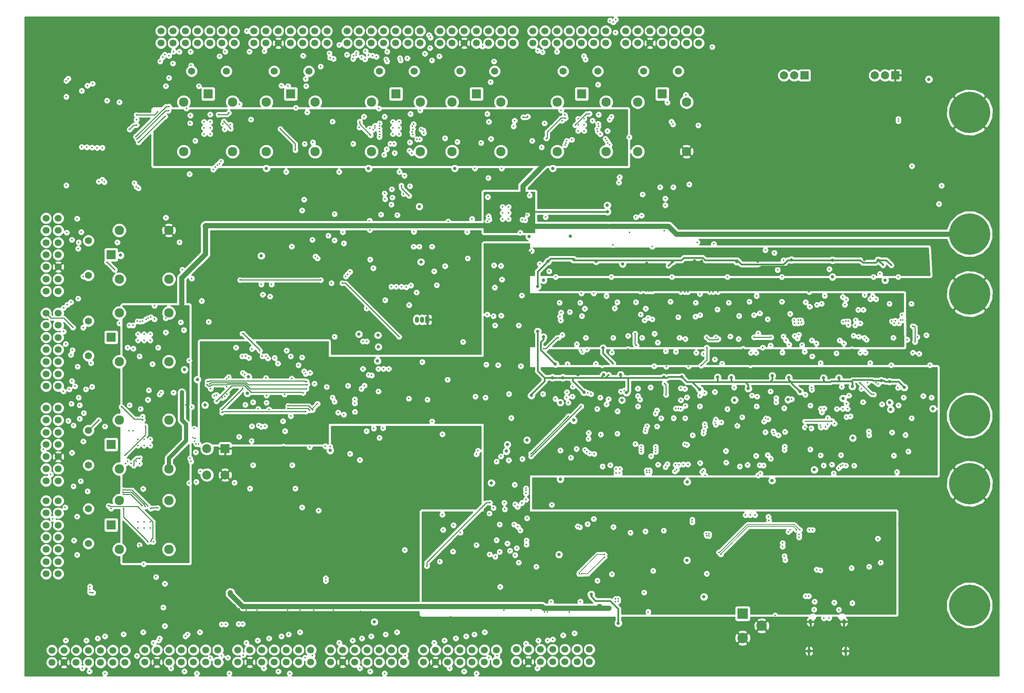
<source format=gbr>
G04 #@! TF.GenerationSoftware,KiCad,Pcbnew,5.0.0*
G04 #@! TF.CreationDate,2018-09-10T20:22:23-07:00*
G04 #@! TF.ProjectId,SchematicAutomation,536368656D617469634175746F6D6174,rev?*
G04 #@! TF.SameCoordinates,Original*
G04 #@! TF.FileFunction,Copper,L2,Inr,Mixed*
G04 #@! TF.FilePolarity,Positive*
%FSLAX45Y45*%
G04 Gerber Fmt 4.5, Leading zero omitted, Abs format (unit mm)*
G04 Created by KiCad (PCBNEW 5.0.0) date Mon Sep 10 20:22:23 2018*
%MOMM*%
%LPD*%
G01*
G04 APERTURE LIST*
G04 #@! TA.AperFunction,ViaPad*
%ADD10C,10.160000*%
G04 #@! TD*
G04 #@! TA.AperFunction,ViaPad*
%ADD11C,1.700000*%
G04 #@! TD*
G04 #@! TA.AperFunction,ViaPad*
%ADD12C,2.600000*%
G04 #@! TD*
G04 #@! TA.AperFunction,ViaPad*
%ADD13R,2.600000X2.600000*%
G04 #@! TD*
G04 #@! TA.AperFunction,ViaPad*
%ADD14C,1.733000*%
G04 #@! TD*
G04 #@! TA.AperFunction,ViaPad*
%ADD15C,2.300000*%
G04 #@! TD*
G04 #@! TA.AperFunction,ViaPad*
%ADD16R,2.300000X2.300000*%
G04 #@! TD*
G04 #@! TA.AperFunction,ViaPad*
%ADD17C,2.200000*%
G04 #@! TD*
G04 #@! TA.AperFunction,ViaPad*
%ADD18R,2.200000X2.200000*%
G04 #@! TD*
G04 #@! TA.AperFunction,ViaPad*
%ADD19C,2.000000*%
G04 #@! TD*
G04 #@! TA.AperFunction,ViaPad*
%ADD20R,2.000000X2.000000*%
G04 #@! TD*
G04 #@! TA.AperFunction,ViaPad*
%ADD21R,1.000000X1.500000*%
G04 #@! TD*
G04 #@! TA.AperFunction,ViaPad*
%ADD22O,1.000000X1.500000*%
G04 #@! TD*
G04 #@! TA.AperFunction,ViaPad*
%ADD23C,0.380000*%
G04 #@! TD*
G04 #@! TA.AperFunction,ViaPad*
%ADD24O,0.800000X1.400000*%
G04 #@! TD*
G04 #@! TA.AperFunction,ViaPad*
%ADD25C,0.400000*%
G04 #@! TD*
G04 #@! TA.AperFunction,ViaPad*
%ADD26C,0.800000*%
G04 #@! TD*
G04 #@! TA.AperFunction,ViaPad*
%ADD27C,0.762000*%
G04 #@! TD*
G04 #@! TA.AperFunction,Conductor*
%ADD28C,0.250000*%
G04 #@! TD*
G04 #@! TA.AperFunction,Conductor*
%ADD29C,1.270000*%
G04 #@! TD*
G04 #@! TA.AperFunction,Conductor*
%ADD30C,0.400000*%
G04 #@! TD*
G04 #@! TA.AperFunction,Conductor*
%ADD31C,1.000000*%
G04 #@! TD*
G04 #@! TA.AperFunction,Conductor*
%ADD32C,0.200000*%
G04 #@! TD*
G04 #@! TA.AperFunction,Conductor*
%ADD33C,0.254000*%
G04 #@! TD*
G04 APERTURE END LIST*
D10*
G04 #@! TO.N,GND*
G04 #@! TO.C,J14*
X27076400Y-4267400D03*
G04 #@! TO.N,VAA*
X27076400Y-7264400D03*
G04 #@! TD*
D11*
G04 #@! TO.N,2_GarminTX*
G04 #@! TO.C,J19*
X4643200Y-9209200D03*
G04 #@! TO.N,2_IN1*
X4341200Y-9209200D03*
G04 #@! TO.N,2_GarminRX*
X4643200Y-9509200D03*
G04 #@! TO.N,2_IN2*
X4341200Y-9509200D03*
G04 #@! TO.N,2_GarminPWR*
X4643200Y-9809200D03*
G04 #@! TO.N,2_IN3*
X4341200Y-9809200D03*
G04 #@! TO.N,2_RTS*
X4643200Y-10109200D03*
G04 #@! TO.N,2_IN4*
X4341200Y-10109200D03*
G04 #@! TO.N,2_CTS*
X4643200Y-10409200D03*
G04 #@! TO.N,2_IN5*
X4341200Y-10409200D03*
G04 #@! TO.N,2_RX*
X4643200Y-10709200D03*
G04 #@! TO.N,2_IN0*
X4341200Y-10709200D03*
G04 #@! TO.N,2_TX*
X4643200Y-11009200D03*
G04 #@! TO.N,2_ADC1*
X4341200Y-11009200D03*
G04 #@! TD*
G04 #@! TO.N,4_OWB_SEC*
G04 #@! TO.C,J18*
X15835200Y-2560400D03*
G04 #@! TO.N,4_ADC2*
X15835200Y-2258400D03*
G04 #@! TO.N,4_OUT3*
X15535200Y-2560400D03*
G04 #@! TO.N,4_ADC3*
X15535200Y-2258400D03*
G04 #@! TO.N,4_OUT0*
X15235200Y-2560400D03*
G04 #@! TO.N,4_ADC0*
X15235200Y-2258400D03*
G04 #@! TO.N,4_Vin*
X14935200Y-2560400D03*
G04 #@! TO.N,Net-(J18-Pad11)*
X14935200Y-2258400D03*
G04 #@! TO.N,GND*
X14635200Y-2560400D03*
G04 #@! TO.N,4_OUT1*
X14635200Y-2258400D03*
G04 #@! TO.N,Net-(J18-Pad2)*
X14335200Y-2560400D03*
G04 #@! TO.N,4_OUT2*
X14335200Y-2258400D03*
G04 #@! TO.N,Net-(J18-Pad1)*
X14035200Y-2560400D03*
G04 #@! TO.N,4_OWB_MAIN*
X14035200Y-2258400D03*
G04 #@! TD*
G04 #@! TO.N,Net-(J1-Pad7)*
G04 #@! TO.C,J1*
X4484800Y-17513740D03*
G04 #@! TO.N,Net-(J1-Pad8)*
X4484800Y-17815740D03*
G04 #@! TO.N,1_J1850+*
X4784800Y-17513740D03*
G04 #@! TO.N,GND*
X4784800Y-17815740D03*
G04 #@! TO.N,1_J1850-*
X5084800Y-17513740D03*
G04 #@! TO.N,1_ISO-K*
X5084800Y-17815740D03*
G04 #@! TO.N,1_ISO-Low*
X5384800Y-17513740D03*
G04 #@! TO.N,1_SWC_BUS*
X5384800Y-17815740D03*
G04 #@! TO.N,1_J1708-TXD*
X5684800Y-17513740D03*
G04 #@! TO.N,1_CAN_MS_L*
X5684800Y-17815740D03*
G04 #@! TO.N,1_J1708-RXD*
X5984800Y-17513740D03*
G04 #@! TO.N,1_CAN_MS_H*
X5984800Y-17815740D03*
G04 #@! TO.N,1_CANHigh*
X6284800Y-17513740D03*
G04 #@! TO.N,1_CANLow*
X6284800Y-17815740D03*
G04 #@! TD*
G04 #@! TO.N,1_GarminTX*
G04 #@! TO.C,J2*
X4643200Y-13832000D03*
G04 #@! TO.N,1_IN1*
X4341200Y-13832000D03*
G04 #@! TO.N,1_GarminRX*
X4643200Y-14132000D03*
G04 #@! TO.N,1_IN2*
X4341200Y-14132000D03*
G04 #@! TO.N,1_GarminPWR*
X4643200Y-14432000D03*
G04 #@! TO.N,1_IN3*
X4341200Y-14432000D03*
G04 #@! TO.N,1_RTS*
X4643200Y-14732000D03*
G04 #@! TO.N,1_IN4*
X4341200Y-14732000D03*
G04 #@! TO.N,1_CTS*
X4643200Y-15032000D03*
G04 #@! TO.N,1_IN5*
X4341200Y-15032000D03*
G04 #@! TO.N,1_RX*
X4643200Y-15332000D03*
G04 #@! TO.N,1_IN0*
X4341200Y-15332000D03*
G04 #@! TO.N,1_TX*
X4643200Y-15632000D03*
G04 #@! TO.N,1_ADC1*
X4341200Y-15632000D03*
G04 #@! TD*
G04 #@! TO.N,Net-(J3-Pad7)*
G04 #@! TO.C,J3*
X6770800Y-17505600D03*
G04 #@! TO.N,Net-(J3-Pad8)*
X6770800Y-17807600D03*
G04 #@! TO.N,1_J1850+*
X7070800Y-17505600D03*
G04 #@! TO.N,GND*
X7070800Y-17807600D03*
G04 #@! TO.N,1_J1850-*
X7370800Y-17505600D03*
G04 #@! TO.N,1_ISO-K*
X7370800Y-17807600D03*
G04 #@! TO.N,1_ISO-Low*
X7670800Y-17505600D03*
G04 #@! TO.N,1_SWC_BUS*
X7670800Y-17807600D03*
G04 #@! TO.N,1_J1708-TXD*
X7970800Y-17505600D03*
G04 #@! TO.N,1_CAN_MS_L*
X7970800Y-17807600D03*
G04 #@! TO.N,1_J1708-RXD*
X8270800Y-17505600D03*
G04 #@! TO.N,1_CAN_MS_H*
X8270800Y-17807600D03*
G04 #@! TO.N,1_CANHigh*
X8570800Y-17505600D03*
G04 #@! TO.N,1_CANLow*
X8570800Y-17807600D03*
G04 #@! TD*
G04 #@! TO.N,1_OWB_SEC*
G04 #@! TO.C,J4*
X4643200Y-11546000D03*
G04 #@! TO.N,1_ADC2*
X4341200Y-11546000D03*
G04 #@! TO.N,1_OUT3*
X4643200Y-11846000D03*
G04 #@! TO.N,1_ADC3*
X4341200Y-11846000D03*
G04 #@! TO.N,1_OUT0*
X4643200Y-12146000D03*
G04 #@! TO.N,1_ADC0*
X4341200Y-12146000D03*
G04 #@! TO.N,1_Vin*
X4643200Y-12446000D03*
G04 #@! TO.N,Net-(J4-Pad11)*
X4341200Y-12446000D03*
G04 #@! TO.N,GND*
X4643200Y-12746000D03*
G04 #@! TO.N,1_OUT1*
X4341200Y-12746000D03*
G04 #@! TO.N,Net-(J4-Pad2)*
X4643200Y-13046000D03*
G04 #@! TO.N,1_OUT2*
X4341200Y-13046000D03*
G04 #@! TO.N,Net-(J4-Pad1)*
X4643200Y-13346000D03*
G04 #@! TO.N,1_OWB_MAIN*
X4341200Y-13346000D03*
G04 #@! TD*
G04 #@! TO.N,Net-(J5-Pad7)*
G04 #@! TO.C,J5*
X9056800Y-17505600D03*
G04 #@! TO.N,Net-(J5-Pad8)*
X9056800Y-17807600D03*
G04 #@! TO.N,1_J1850+*
X9356800Y-17505600D03*
G04 #@! TO.N,GND*
X9356800Y-17807600D03*
G04 #@! TO.N,1_J1850-*
X9656800Y-17505600D03*
G04 #@! TO.N,1_ISO-K*
X9656800Y-17807600D03*
G04 #@! TO.N,1_ISO-Low*
X9956800Y-17505600D03*
G04 #@! TO.N,1_SWC_BUS*
X9956800Y-17807600D03*
G04 #@! TO.N,1_J1708-TXD*
X10256800Y-17505600D03*
G04 #@! TO.N,1_CAN_MS_L*
X10256800Y-17807600D03*
G04 #@! TO.N,1_J1708-RXD*
X10556800Y-17505600D03*
G04 #@! TO.N,1_CAN_MS_H*
X10556800Y-17807600D03*
G04 #@! TO.N,1_CANHigh*
X10856800Y-17505600D03*
G04 #@! TO.N,1_CANLow*
X10856800Y-17807600D03*
G04 #@! TD*
G04 #@! TO.N,5_GarminTX*
G04 #@! TO.C,J6*
X18121200Y-2560400D03*
G04 #@! TO.N,5_IN1*
X18121200Y-2258400D03*
G04 #@! TO.N,5_GarminRX*
X17821200Y-2560400D03*
G04 #@! TO.N,5_IN2*
X17821200Y-2258400D03*
G04 #@! TO.N,5_GarminPWR*
X17521200Y-2560400D03*
G04 #@! TO.N,5_IN3*
X17521200Y-2258400D03*
G04 #@! TO.N,5_RTS*
X17221200Y-2560400D03*
G04 #@! TO.N,5_IN4*
X17221200Y-2258400D03*
G04 #@! TO.N,5_CTS*
X16921200Y-2560400D03*
G04 #@! TO.N,5_IN5*
X16921200Y-2258400D03*
G04 #@! TO.N,5_RX*
X16621200Y-2560400D03*
G04 #@! TO.N,5_IN0*
X16621200Y-2258400D03*
G04 #@! TO.N,5_TX*
X16321200Y-2560400D03*
G04 #@! TO.N,5_ADC1*
X16321200Y-2258400D03*
G04 #@! TD*
G04 #@! TO.N,5_OWB_SEC*
G04 #@! TO.C,J7*
X20407200Y-2560400D03*
G04 #@! TO.N,5_ADC2*
X20407200Y-2258400D03*
G04 #@! TO.N,5_OUT3*
X20107200Y-2560400D03*
G04 #@! TO.N,5_ADC3*
X20107200Y-2258400D03*
G04 #@! TO.N,5_OUT0*
X19807200Y-2560400D03*
G04 #@! TO.N,5_ADC0*
X19807200Y-2258400D03*
G04 #@! TO.N,5_Vin*
X19507200Y-2560400D03*
G04 #@! TO.N,Net-(J7-Pad11)*
X19507200Y-2258400D03*
G04 #@! TO.N,GND*
X19207200Y-2560400D03*
G04 #@! TO.N,5_OUT1*
X19207200Y-2258400D03*
G04 #@! TO.N,Net-(J7-Pad2)*
X18907200Y-2560400D03*
G04 #@! TO.N,5_OUT2*
X18907200Y-2258400D03*
G04 #@! TO.N,Net-(J7-Pad1)*
X18607200Y-2560400D03*
G04 #@! TO.N,5_OWB_MAIN*
X18607200Y-2258400D03*
G04 #@! TD*
G04 #@! TO.N,Net-(J8-Pad7)*
G04 #@! TO.C,J8*
X11342800Y-17505600D03*
G04 #@! TO.N,Net-(J8-Pad8)*
X11342800Y-17807600D03*
G04 #@! TO.N,1_J1850+*
X11642800Y-17505600D03*
G04 #@! TO.N,GND*
X11642800Y-17807600D03*
G04 #@! TO.N,1_J1850-*
X11942800Y-17505600D03*
G04 #@! TO.N,1_ISO-K*
X11942800Y-17807600D03*
G04 #@! TO.N,1_ISO-Low*
X12242800Y-17505600D03*
G04 #@! TO.N,1_SWC_BUS*
X12242800Y-17807600D03*
G04 #@! TO.N,1_J1708-TXD*
X12542800Y-17505600D03*
G04 #@! TO.N,1_CAN_MS_L*
X12542800Y-17807600D03*
G04 #@! TO.N,1_J1708-RXD*
X12842800Y-17505600D03*
G04 #@! TO.N,1_CAN_MS_H*
X12842800Y-17807600D03*
G04 #@! TO.N,1_CANHigh*
X13142800Y-17505600D03*
G04 #@! TO.N,1_CANLow*
X13142800Y-17807600D03*
G04 #@! TD*
G04 #@! TO.N,2_OWB_SEC*
G04 #@! TO.C,J20*
X4643200Y-6872400D03*
G04 #@! TO.N,2_ADC2*
X4341200Y-6872400D03*
G04 #@! TO.N,2_OUT3*
X4643200Y-7172400D03*
G04 #@! TO.N,2_ADC3*
X4341200Y-7172400D03*
G04 #@! TO.N,2_OUT0*
X4643200Y-7472400D03*
G04 #@! TO.N,2_ADC0*
X4341200Y-7472400D03*
G04 #@! TO.N,2_Vin*
X4643200Y-7772400D03*
G04 #@! TO.N,Net-(J20-Pad11)*
X4341200Y-7772400D03*
G04 #@! TO.N,GND*
X4643200Y-8072400D03*
G04 #@! TO.N,2_OUT1*
X4341200Y-8072400D03*
G04 #@! TO.N,Net-(J20-Pad2)*
X4643200Y-8372400D03*
G04 #@! TO.N,2_OUT2*
X4341200Y-8372400D03*
G04 #@! TO.N,Net-(J20-Pad1)*
X4643200Y-8672400D03*
G04 #@! TO.N,2_OWB_MAIN*
X4341200Y-8672400D03*
G04 #@! TD*
G04 #@! TO.N,3_OWB_SEC*
G04 #@! TO.C,J22*
X11257706Y-2559811D03*
G04 #@! TO.N,3_ADC2*
X11257706Y-2257811D03*
G04 #@! TO.N,3_OUT3*
X10957706Y-2559811D03*
G04 #@! TO.N,3_ADC3*
X10957706Y-2257811D03*
G04 #@! TO.N,3_OUT0*
X10657706Y-2559811D03*
G04 #@! TO.N,3_ADC0*
X10657706Y-2257811D03*
G04 #@! TO.N,3_Vin*
X10357706Y-2559811D03*
G04 #@! TO.N,Net-(J22-Pad11)*
X10357706Y-2257811D03*
G04 #@! TO.N,GND*
X10057706Y-2559811D03*
G04 #@! TO.N,3_OUT1*
X10057706Y-2257811D03*
G04 #@! TO.N,Net-(J22-Pad2)*
X9757706Y-2559811D03*
G04 #@! TO.N,3_OUT2*
X9757706Y-2257811D03*
G04 #@! TO.N,Net-(J22-Pad1)*
X9457706Y-2559811D03*
G04 #@! TO.N,3_OWB_MAIN*
X9457706Y-2257811D03*
G04 #@! TD*
G04 #@! TO.N,3_GarminTX*
G04 #@! TO.C,J21*
X8971706Y-2559811D03*
G04 #@! TO.N,3_IN1*
X8971706Y-2257811D03*
G04 #@! TO.N,3_GarminRX*
X8671706Y-2559811D03*
G04 #@! TO.N,3_IN2*
X8671706Y-2257811D03*
G04 #@! TO.N,3_GarminPWR*
X8371706Y-2559811D03*
G04 #@! TO.N,3_IN3*
X8371706Y-2257811D03*
G04 #@! TO.N,3_RTS*
X8071706Y-2559811D03*
G04 #@! TO.N,3_IN4*
X8071706Y-2257811D03*
G04 #@! TO.N,3_CTS*
X7771706Y-2559811D03*
G04 #@! TO.N,3_IN5*
X7771706Y-2257811D03*
G04 #@! TO.N,3_RX*
X7471706Y-2559811D03*
G04 #@! TO.N,3_IN0*
X7471706Y-2257811D03*
G04 #@! TO.N,3_TX*
X7171706Y-2559811D03*
G04 #@! TO.N,3_ADC1*
X7171706Y-2257811D03*
G04 #@! TD*
G04 #@! TO.N,Net-(J9-Pad7)*
G04 #@! TO.C,J9*
X15914800Y-17492900D03*
G04 #@! TO.N,Net-(J9-Pad8)*
X15914800Y-17794900D03*
G04 #@! TO.N,1_J1850+*
X16214800Y-17492900D03*
G04 #@! TO.N,GND*
X16214800Y-17794900D03*
G04 #@! TO.N,1_J1850-*
X16514800Y-17492900D03*
G04 #@! TO.N,1_ISO-K*
X16514800Y-17794900D03*
G04 #@! TO.N,1_ISO-Low*
X16814800Y-17492900D03*
G04 #@! TO.N,1_SWC_BUS*
X16814800Y-17794900D03*
G04 #@! TO.N,1_J1708-TXD*
X17114800Y-17492900D03*
G04 #@! TO.N,1_CAN_MS_L*
X17114800Y-17794900D03*
G04 #@! TO.N,1_J1708-RXD*
X17414800Y-17492900D03*
G04 #@! TO.N,1_CAN_MS_H*
X17414800Y-17794900D03*
G04 #@! TO.N,1_CANHigh*
X17714800Y-17492900D03*
G04 #@! TO.N,1_CANLow*
X17714800Y-17794900D03*
G04 #@! TD*
G04 #@! TO.N,4_GarminTX*
G04 #@! TO.C,J10*
X13549200Y-2560400D03*
G04 #@! TO.N,4_IN1*
X13549200Y-2258400D03*
G04 #@! TO.N,4_GarminRX*
X13249200Y-2560400D03*
G04 #@! TO.N,4_IN2*
X13249200Y-2258400D03*
G04 #@! TO.N,4_GarminPWR*
X12949200Y-2560400D03*
G04 #@! TO.N,4_IN3*
X12949200Y-2258400D03*
G04 #@! TO.N,4_RTS*
X12649200Y-2560400D03*
G04 #@! TO.N,4_IN4*
X12649200Y-2258400D03*
G04 #@! TO.N,4_CTS*
X12349200Y-2560400D03*
G04 #@! TO.N,4_IN5*
X12349200Y-2258400D03*
G04 #@! TO.N,4_RX*
X12049200Y-2560400D03*
G04 #@! TO.N,4_IN0*
X12049200Y-2258400D03*
G04 #@! TO.N,4_TX*
X11749200Y-2560400D03*
G04 #@! TO.N,4_ADC1*
X11749200Y-2258400D03*
G04 #@! TD*
G04 #@! TO.N,Net-(J11-Pad7)*
G04 #@! TO.C,J11*
X13628800Y-17505600D03*
G04 #@! TO.N,Net-(J11-Pad8)*
X13628800Y-17807600D03*
G04 #@! TO.N,1_J1850+*
X13928800Y-17505600D03*
G04 #@! TO.N,GND*
X13928800Y-17807600D03*
G04 #@! TO.N,1_J1850-*
X14228800Y-17505600D03*
G04 #@! TO.N,1_ISO-K*
X14228800Y-17807600D03*
G04 #@! TO.N,1_ISO-Low*
X14528800Y-17505600D03*
G04 #@! TO.N,1_SWC_BUS*
X14528800Y-17807600D03*
G04 #@! TO.N,1_J1708-TXD*
X14828800Y-17505600D03*
G04 #@! TO.N,1_CAN_MS_L*
X14828800Y-17807600D03*
G04 #@! TO.N,1_J1708-RXD*
X15128800Y-17505600D03*
G04 #@! TO.N,1_CAN_MS_H*
X15128800Y-17807600D03*
G04 #@! TO.N,1_CANHigh*
X15428800Y-17505600D03*
G04 #@! TO.N,1_CANLow*
X15428800Y-17807600D03*
G04 #@! TD*
D12*
G04 #@! TO.N,GND*
G04 #@! TO.C,J13*
X21958400Y-16911600D03*
X21488400Y-17211600D03*
D13*
G04 #@! TO.N,+12V*
X21488400Y-16611600D03*
G04 #@! TD*
D10*
G04 #@! TO.N,GND*
G04 #@! TO.C,J15*
X27076400Y-13411200D03*
G04 #@! TO.N,VDC*
X27076400Y-16408200D03*
G04 #@! TD*
G04 #@! TO.N,GND*
G04 #@! TO.C,J17*
X27076400Y-8737600D03*
G04 #@! TO.N,Net-(J17-Pad1)*
X27076400Y-11734600D03*
G04 #@! TD*
D14*
G04 #@! TO.N,Net-(Q1-Pad16)*
G04 #@! TO.C,Z1*
X5384800Y-12098000D03*
G04 #@! TO.N,+5V*
X5384800Y-12954000D03*
G04 #@! TD*
G04 #@! TO.N,Net-(Q1-Pad15)*
G04 #@! TO.C,Z2*
X5384800Y-7424400D03*
G04 #@! TO.N,+5V*
X5384800Y-8280400D03*
G04 #@! TD*
G04 #@! TO.N,Net-(Q1-Pad14)*
G04 #@! TO.C,Z3*
X10812800Y-3251200D03*
G04 #@! TO.N,+5V*
X9956800Y-3251200D03*
G04 #@! TD*
G04 #@! TO.N,Net-(Q1-Pad13)*
G04 #@! TO.C,Z4*
X15384800Y-3251200D03*
G04 #@! TO.N,+5V*
X14528800Y-3251200D03*
G04 #@! TD*
G04 #@! TO.N,Net-(Q1-Pad12)*
G04 #@! TO.C,Z5*
X19906000Y-3251200D03*
G04 #@! TO.N,+5V*
X19050000Y-3251200D03*
G04 #@! TD*
G04 #@! TO.N,Net-(Q2-Pad16)*
G04 #@! TO.C,Z6*
X5384800Y-14028400D03*
G04 #@! TO.N,+5V*
X5384800Y-14884400D03*
G04 #@! TD*
G04 #@! TO.N,Net-(Q2-Pad15)*
G04 #@! TO.C,Z7*
X5384800Y-9405600D03*
G04 #@! TO.N,+5V*
X5384800Y-10261600D03*
G04 #@! TD*
G04 #@! TO.N,Net-(Q2-Pad14)*
G04 #@! TO.C,Z8*
X8780800Y-3251200D03*
G04 #@! TO.N,+5V*
X7924800Y-3251200D03*
G04 #@! TD*
G04 #@! TO.N,Net-(Q2-Pad13)*
G04 #@! TO.C,Z9*
X13403600Y-3251200D03*
G04 #@! TO.N,+5V*
X12547600Y-3251200D03*
G04 #@! TD*
G04 #@! TO.N,Net-(Q2-Pad12)*
G04 #@! TO.C,Z10*
X17924800Y-3251200D03*
G04 #@! TO.N,+5V*
X17068800Y-3251200D03*
G04 #@! TD*
D15*
G04 #@! TO.N,GND*
G04 #@! TO.C,RLY4*
X15535200Y-5230000D03*
G04 #@! TO.N,VDC*
X14335200Y-5230000D03*
G04 #@! TO.N,Net-(Q1-Pad13)*
X15535200Y-4010000D03*
G04 #@! TO.N,+5V*
X14335200Y-4010000D03*
D16*
G04 #@! TO.N,4_Vin*
X14935200Y-3810000D03*
G04 #@! TD*
D15*
G04 #@! TO.N,GND*
G04 #@! TO.C,RLY5*
X20107200Y-5230000D03*
G04 #@! TO.N,VDC*
X18907200Y-5230000D03*
G04 #@! TO.N,Net-(Q1-Pad12)*
X20107200Y-4010000D03*
G04 #@! TO.N,+5V*
X18907200Y-4010000D03*
D16*
G04 #@! TO.N,5_Vin*
X19507200Y-3810000D03*
G04 #@! TD*
D15*
G04 #@! TO.N,GND*
G04 #@! TO.C,RLY6*
X7363600Y-13827200D03*
G04 #@! TO.N,VDC*
X7363600Y-15027200D03*
G04 #@! TO.N,Net-(Q2-Pad16)*
X6143600Y-13827200D03*
G04 #@! TO.N,+5V*
X6143600Y-15027200D03*
D16*
G04 #@! TO.N,1_GarminPWR*
X5943600Y-14427200D03*
G04 #@! TD*
D15*
G04 #@! TO.N,GND*
G04 #@! TO.C,RLY3*
X10963200Y-5230000D03*
G04 #@! TO.N,VDC*
X9763200Y-5230000D03*
G04 #@! TO.N,Net-(Q1-Pad14)*
X10963200Y-4010000D03*
G04 #@! TO.N,+5V*
X9763200Y-4010000D03*
D16*
G04 #@! TO.N,3_Vin*
X10363200Y-3810000D03*
G04 #@! TD*
D15*
G04 #@! TO.N,GND*
G04 #@! TO.C,RLY1*
X7363600Y-11846000D03*
G04 #@! TO.N,VDC*
X7363600Y-13046000D03*
G04 #@! TO.N,Net-(Q1-Pad16)*
X6143600Y-11846000D03*
G04 #@! TO.N,+5V*
X6143600Y-13046000D03*
D16*
G04 #@! TO.N,1_Vin*
X5943600Y-12446000D03*
G04 #@! TD*
D15*
G04 #@! TO.N,GND*
G04 #@! TO.C,RLY7*
X7363600Y-9204400D03*
G04 #@! TO.N,VDC*
X7363600Y-10404400D03*
G04 #@! TO.N,Net-(Q2-Pad15)*
X6143600Y-9204400D03*
G04 #@! TO.N,+5V*
X6143600Y-10404400D03*
D16*
G04 #@! TO.N,2_GarminPWR*
X5943600Y-9804400D03*
G04 #@! TD*
D15*
G04 #@! TO.N,GND*
G04 #@! TO.C,RLY8*
X8931200Y-5230000D03*
G04 #@! TO.N,VDC*
X7731200Y-5230000D03*
G04 #@! TO.N,Net-(Q2-Pad14)*
X8931200Y-4010000D03*
G04 #@! TO.N,+5V*
X7731200Y-4010000D03*
D16*
G04 #@! TO.N,3_GarminPWR*
X8331200Y-3810000D03*
G04 #@! TD*
D15*
G04 #@! TO.N,GND*
G04 #@! TO.C,RLY9*
X13554000Y-5230000D03*
G04 #@! TO.N,VDC*
X12354000Y-5230000D03*
G04 #@! TO.N,Net-(Q2-Pad13)*
X13554000Y-4010000D03*
G04 #@! TO.N,+5V*
X12354000Y-4010000D03*
D16*
G04 #@! TO.N,4_GarminPWR*
X12954000Y-3810000D03*
G04 #@! TD*
D15*
G04 #@! TO.N,GND*
G04 #@! TO.C,RLY10*
X18126000Y-5230000D03*
G04 #@! TO.N,VDC*
X16926000Y-5230000D03*
G04 #@! TO.N,Net-(Q2-Pad12)*
X18126000Y-4010000D03*
G04 #@! TO.N,+5V*
X16926000Y-4010000D03*
D16*
G04 #@! TO.N,5_GarminPWR*
X17526000Y-3810000D03*
G04 #@! TD*
D15*
G04 #@! TO.N,GND*
G04 #@! TO.C,RLY2*
X7363600Y-7172400D03*
G04 #@! TO.N,VDC*
X7363600Y-8372400D03*
G04 #@! TO.N,Net-(Q1-Pad15)*
X6143600Y-7172400D03*
G04 #@! TO.N,+5V*
X6143600Y-8372400D03*
D16*
G04 #@! TO.N,2_Vin*
X5943600Y-7772400D03*
G04 #@! TD*
D17*
G04 #@! TO.N,Net-(R4-Pad1)*
G04 #@! TO.C,S1*
X8300300Y-12547600D03*
X8300300Y-13197600D03*
G04 #@! TO.N,GND*
X8750300Y-13197600D03*
D18*
X8750300Y-12547600D03*
G04 #@! TD*
D19*
G04 #@! TO.N,+3V3*
G04 #@! TO.C,S3*
X22504400Y-3352800D03*
G04 #@! TO.N,+VSW*
X22758400Y-3352800D03*
D20*
G04 #@! TO.N,+5V*
X23012400Y-3352800D03*
G04 #@! TD*
D19*
G04 #@! TO.N,-3V3*
G04 #@! TO.C,S2*
X24739600Y-3352800D03*
G04 #@! TO.N,-VSW*
X24993600Y-3352800D03*
D20*
G04 #@! TO.N,GND*
X25247600Y-3352800D03*
G04 #@! TD*
D21*
G04 #@! TO.N,GND*
G04 #@! TO.C,U17*
X13728700Y-9372600D03*
D22*
G04 #@! TO.N,Net-(U17-Pad3)*
X13474700Y-9372600D03*
G04 #@! TO.N,Net-(U17-Pad2)*
X13601700Y-9372600D03*
G04 #@! TD*
D23*
G04 #@! TO.N,N/C*
G04 #@! TO.C,U8*
X6906400Y-14352200D03*
X6756400Y-14352200D03*
X6606400Y-14352200D03*
X6906400Y-14502200D03*
X6756400Y-14502200D03*
X6606400Y-14502200D03*
G04 #@! TD*
G04 #@! TO.N,N/C*
G04 #@! TO.C,U10*
X6906400Y-12320200D03*
X6756400Y-12320200D03*
X6606400Y-12320200D03*
X6906400Y-12470200D03*
X6756400Y-12470200D03*
X6606400Y-12470200D03*
G04 #@! TD*
G04 #@! TO.N,N/C*
G04 #@! TO.C,U9*
X13029000Y-4798200D03*
X13029000Y-4648200D03*
X13029000Y-4498200D03*
X12879000Y-4798200D03*
X12879000Y-4648200D03*
X12879000Y-4498200D03*
G04 #@! TD*
G04 #@! TO.N,N/C*
G04 #@! TO.C,U7*
X8380800Y-4798200D03*
X8380800Y-4648200D03*
X8380800Y-4498200D03*
X8230800Y-4798200D03*
X8230800Y-4648200D03*
X8230800Y-4498200D03*
G04 #@! TD*
G04 #@! TO.N,N/C*
G04 #@! TO.C,U11*
X17588300Y-4722000D03*
X17588300Y-4572000D03*
X17588300Y-4422000D03*
X17438300Y-4722000D03*
X17438300Y-4572000D03*
X17438300Y-4422000D03*
G04 #@! TD*
G04 #@! TO.N,N/C*
G04 #@! TO.C,U12*
X6906400Y-9729400D03*
X6756400Y-9729400D03*
X6606400Y-9729400D03*
X6906400Y-9879400D03*
X6756400Y-9879400D03*
X6606400Y-9879400D03*
G04 #@! TD*
G04 #@! TO.N,N/C*
G04 #@! TO.C,U13*
X15577750Y-6593700D03*
X15577750Y-6743700D03*
X15577750Y-6893700D03*
X15727750Y-6593700D03*
X15727750Y-6743700D03*
X15727750Y-6893700D03*
G04 #@! TD*
D24*
G04 #@! TO.N,GND*
G04 #@! TO.C,J16*
X24021000Y-17533800D03*
X23985000Y-16813800D03*
X23159000Y-16813800D03*
X23123000Y-17533800D03*
G04 #@! TD*
D25*
G04 #@! TO.N,*
X4273550Y-12566650D03*
G04 #@! TO.N,GND*
X20440650Y-9258300D03*
X8394700Y-11074400D03*
X11214100Y-12585700D03*
X10490200Y-13728700D03*
X9575800Y-11976100D03*
X9829800Y-11582400D03*
X12357100Y-10744200D03*
X12369800Y-9918700D03*
X10047923Y-10452100D03*
X17913350Y-15798800D03*
X18421350Y-16306800D03*
X18357850Y-16249650D03*
X18421350Y-16249650D03*
X18357850Y-16313150D03*
X23729950Y-13157200D03*
X20605750Y-14693900D03*
X20656550Y-14700250D03*
X20662900Y-14649450D03*
X20593050Y-14643100D03*
X20808950Y-11906250D03*
X20828000Y-11957050D03*
X20828000Y-11830050D03*
X18459450Y-13150850D03*
X18376900Y-13150850D03*
X18376900Y-13049250D03*
X18465800Y-13049250D03*
X19132550Y-13131800D03*
X19196050Y-13131800D03*
X19196050Y-13081000D03*
X19126200Y-13081000D03*
X18834100Y-8483600D03*
X20066000Y-12439650D03*
X20116800Y-12452350D03*
D26*
X23253700Y-13068300D03*
D25*
X15875000Y-13436600D03*
X16052800Y-13887450D03*
X20307300Y-8534400D03*
X18973800Y-8674100D03*
X12052300Y-4635500D03*
X16611600Y-4533900D03*
X17792700Y-4470400D03*
X22999700Y-8483600D03*
X21615400Y-8382000D03*
X21831300Y-8788400D03*
X20434300Y-8737600D03*
X25876250Y-8731250D03*
X25641300Y-8394700D03*
X23126700Y-8686800D03*
X21767800Y-9258300D03*
X24460200Y-9128000D03*
X25527000Y-9398000D03*
X25425400Y-9385300D03*
X25374600Y-9385300D03*
X25247600Y-9398000D03*
X25158700Y-9410700D03*
X25222200Y-9461500D03*
X25336500Y-9461500D03*
X25666700Y-9410700D03*
X25666700Y-9321800D03*
X25539700Y-9258300D03*
X25412700Y-9258300D03*
X25679400Y-9258300D03*
X25755600Y-9271000D03*
X25742900Y-9347200D03*
X25742900Y-9410700D03*
X25920700Y-9220200D03*
X25920700Y-9334500D03*
X25908000Y-9436100D03*
X25933400Y-9512300D03*
X24269700Y-9385300D03*
X24091900Y-9410700D03*
X24028400Y-9410700D03*
X23964900Y-9423400D03*
X24384000Y-9461500D03*
X24257000Y-9512300D03*
X24091900Y-9499600D03*
X22923500Y-9385300D03*
X22860000Y-9385300D03*
X22758400Y-9385300D03*
X22771100Y-9461500D03*
X22860000Y-9461500D03*
X22936200Y-9448800D03*
X25984200Y-8674100D03*
X25984200Y-8763000D03*
X8191500Y-4025900D03*
X8280400Y-4025900D03*
X8458200Y-4013200D03*
X8623300Y-4000500D03*
X7823200Y-6121400D03*
X7835900Y-6337300D03*
X7810500Y-6502400D03*
X7861300Y-6769100D03*
X8051800Y-6375400D03*
X8013700Y-6083300D03*
X8064500Y-6159500D03*
X8013700Y-6235700D03*
X7835900Y-6337300D03*
X7835900Y-6337300D03*
X7874000Y-6286500D03*
X7810500Y-6235700D03*
X7874000Y-6172200D03*
X7874000Y-6172200D03*
X7874000Y-6172200D03*
X7950200Y-6134100D03*
X19113500Y-8674100D03*
X19189700Y-8674100D03*
X19265900Y-8674100D03*
X20142200Y-8686800D03*
X20066000Y-8686800D03*
X19964400Y-8686800D03*
X20675600Y-8686800D03*
X20764500Y-8686800D03*
X20878800Y-8686800D03*
X16154400Y-13525500D03*
X16154400Y-13576300D03*
X16154400Y-13652500D03*
X16154400Y-13804900D03*
X16179800Y-14262100D03*
X16167100Y-14808200D03*
X16167100Y-14909800D03*
X15697200Y-14884400D03*
X15760700Y-15062200D03*
X10210800Y-9245600D03*
X10287000Y-9232900D03*
X10375900Y-9232900D03*
X8382000Y-4318000D03*
X17602200Y-9099302D03*
X23139400Y-9051801D03*
X18872200Y-10414000D03*
X20396200Y-10401300D03*
X24041100Y-7124700D03*
X19608800Y-10528300D03*
X18034000Y-10490200D03*
X16027400Y-10515600D03*
X15468600Y-10490200D03*
X15176500Y-10477500D03*
X15392400Y-9512300D03*
X15976600Y-9512300D03*
X15201900Y-9245600D03*
X15354300Y-9283700D03*
X15544800Y-9271000D03*
X21475700Y-11772900D03*
X19481800Y-11798300D03*
X20072350Y-11798300D03*
X20256500Y-12217400D03*
X22368200Y-12217800D03*
X20472400Y-13385800D03*
X20478750Y-13462000D03*
X20466050Y-13582650D03*
X21793200Y-14185900D03*
X21672550Y-14185900D03*
X21558250Y-14185900D03*
X19545300Y-14566900D03*
X13106400Y-12160250D03*
X13296900Y-12109450D03*
X8572500Y-14776450D03*
X8883650Y-14776450D03*
X9423400Y-14763750D03*
X8972550Y-7543800D03*
X8985250Y-7931150D03*
X22294850Y-16770350D03*
X22269450Y-16992600D03*
X22364700Y-16910050D03*
X22466300Y-16916400D03*
X22402800Y-17081500D03*
X22231350Y-17272000D03*
X21742400Y-16979900D03*
X21418550Y-16865600D03*
X22631400Y-16770350D03*
X22802850Y-16884650D03*
X22764750Y-17125950D03*
X23177500Y-17081500D03*
X23336250Y-17081500D03*
X24003000Y-17030700D03*
X24320500Y-17049750D03*
X24187150Y-16351250D03*
X23742650Y-16338550D03*
X20027900Y-12934950D03*
X21609050Y-12947650D03*
X21907500Y-12954000D03*
X22104350Y-12706350D03*
X21355050Y-11982450D03*
X22288500Y-16656050D03*
X23310850Y-15525750D03*
X23406100Y-11969750D03*
X23075900Y-10363200D03*
X20154900Y-10521950D03*
X21678900Y-10490200D03*
X24396700Y-10420350D03*
X26041350Y-8801100D03*
X17526000Y-10363200D03*
X24599900Y-12217400D03*
X24231600Y-12966700D03*
X23952200Y-12954000D03*
X24026600Y-12966700D03*
X23685500Y-12941300D03*
X23482300Y-12960350D03*
X22002750Y-12960350D03*
X20142200Y-12934950D03*
X19380200Y-12001500D03*
X13677900Y-6686550D03*
X14636750Y-6692900D03*
X14725650Y-6699250D03*
X25723850Y-10248900D03*
X23495000Y-11557000D03*
X24142700Y-11750799D03*
X13470499Y-6686550D03*
X13580501Y-6686550D03*
X8801100Y-16363950D03*
X8991600Y-16402050D03*
X12077700Y-14827250D03*
X12471400Y-14839950D03*
X12903200Y-14852650D03*
X13169900Y-14852650D03*
X18542000Y-17151350D03*
X19469100Y-17227550D03*
X20421600Y-17202150D03*
X25488900Y-15246350D03*
X25704800Y-16097250D03*
X25793700Y-17291050D03*
X25565100Y-12617450D03*
X25577800Y-13354050D03*
X25641300Y-13862050D03*
X25615900Y-14331950D03*
X25336500Y-14395450D03*
X25285700Y-13125450D03*
X25209500Y-12719050D03*
X23258526Y-16315685D03*
X23037800Y-16179249D03*
X23115015Y-16180760D03*
X22059900Y-11804650D03*
X22529800Y-12134850D03*
X23583900Y-11791950D03*
X23177500Y-12045950D03*
X12086454Y-16556214D03*
X11940223Y-11333000D03*
X8883730Y-7628499D03*
X6642100Y-10274300D03*
X8788400Y-11023600D03*
X6502400Y-12966700D03*
X8382000Y-4318000D03*
X8382000Y-4318000D03*
X9436100Y-11404600D03*
X9766300Y-11417300D03*
X9563100Y-11569700D03*
X9245600Y-11468100D03*
X10185400Y-12496800D03*
X12179300Y-13208000D03*
X12992100Y-13182600D03*
X13766800Y-13169900D03*
X13728700Y-11341100D03*
X13271500Y-11315700D03*
X22009100Y-5219700D03*
X23495000Y-5067300D03*
X24269700Y-5143500D03*
X25349200Y-4991100D03*
X22618700Y-5245100D03*
X23507700Y-5549900D03*
X24625300Y-5715000D03*
X25895300Y-5613400D03*
X23685500Y-2425700D03*
X24714200Y-2438400D03*
X25476200Y-2374900D03*
X4940300Y-2311400D03*
X5994400Y-2324100D03*
X6921500Y-2336800D03*
X5156200Y-2768600D03*
X5651500Y-2781300D03*
X6375400Y-2844800D03*
X4648200Y-16649700D03*
X5588000Y-16459200D03*
X6553200Y-16598900D03*
X9004300Y-6426200D03*
X9702800Y-6400800D03*
X11366500Y-6426200D03*
X9347200Y-6019800D03*
X10020300Y-5969000D03*
X10820400Y-6070600D03*
X11303000Y-6070600D03*
X9512300Y-6642100D03*
X10134600Y-6743700D03*
X10388600Y-10820400D03*
X9753600Y-10807700D03*
X10210800Y-11214100D03*
X25618999Y-6552416D03*
X19062700Y-16090900D03*
X18268950Y-15640050D03*
X9538210Y-16529351D03*
X9106120Y-16497122D03*
X9275554Y-16529351D03*
X10284563Y-16529351D03*
X10932263Y-16529351D03*
X13125532Y-16148199D03*
X11412025Y-16529351D03*
X10588883Y-16529351D03*
X12404672Y-16148199D03*
X16770350Y-16319500D03*
X14300200Y-16687800D03*
X12846050Y-16567150D03*
X13519150Y-16624300D03*
X15615856Y-16529351D03*
X14833600Y-16706850D03*
X16281313Y-16529351D03*
X19284950Y-15557500D03*
X17964150Y-17075150D03*
X17494250Y-16313150D03*
X13522401Y-12179300D03*
X13843199Y-11874699D03*
X14335049Y-6624756D03*
X19164300Y-16567150D03*
X12465050Y-13684250D03*
X12820650Y-13722350D03*
X12407900Y-12490450D03*
X12903200Y-12471400D03*
X9842500Y-13728700D03*
X10026650Y-14363700D03*
X10217150Y-14617700D03*
X12103100Y-14319250D03*
X15792450Y-11791950D03*
X24168100Y-15487650D03*
X24599900Y-15455900D03*
X24885650Y-15354300D03*
X24815800Y-14763750D03*
X27311350Y-14255750D03*
X27266900Y-14719300D03*
X27324050Y-15119350D03*
X27171650Y-10483850D03*
X27266900Y-9766300D03*
X27082750Y-9709150D03*
X26962100Y-10433050D03*
X26924000Y-6191250D03*
X27044650Y-5842000D03*
X27285950Y-5251450D03*
X26968450Y-5111750D03*
X23399750Y-15544800D03*
X22472650Y-14871700D03*
X22472650Y-14960600D03*
X22517100Y-15195550D03*
X22536150Y-15290800D03*
X23260050Y-16922750D03*
X23247350Y-16510000D03*
X23825200Y-16929100D03*
X23856950Y-16516350D03*
X26219150Y-3073400D03*
X27044650Y-3213100D03*
X25609550Y-3606800D03*
X24876049Y-7099300D03*
X16992600Y-9296400D03*
X19100800Y-9099550D03*
X18662650Y-10096500D03*
X20520817Y-13091317D03*
X20440648Y-12901618D03*
X20492242Y-13119892D03*
X25787350Y-8978900D03*
X25482550Y-10115550D03*
X24174450Y-10102850D03*
X22948900Y-9994900D03*
X16616001Y-16570951D03*
X16677335Y-16570951D03*
X17220265Y-16570951D03*
X19926300Y-12947650D03*
X19634501Y-12928600D03*
X19405600Y-12940799D03*
X21418550Y-12985750D03*
X20567650Y-13208000D03*
X10007600Y-9791700D03*
X9544050Y-9715500D03*
X8972550Y-9785350D03*
X9251950Y-10267950D03*
X12192000Y-8458200D03*
X13652500Y-6216650D03*
X15233650Y-6826250D03*
X16179800Y-6788150D03*
X17043400Y-4470400D03*
X17532350Y-8547100D03*
X17824450Y-8629650D03*
X17887950Y-8629650D03*
X17970500Y-8648700D03*
X17989550Y-8597900D03*
X18002250Y-8528050D03*
X17913350Y-8496300D03*
X17068800Y-8502650D03*
X17246600Y-8553450D03*
X17291050Y-8382000D03*
X15563850Y-8382000D03*
X15386050Y-8578850D03*
X15367000Y-8032750D03*
X15538450Y-8045450D03*
X13387310Y-4555781D03*
X8699500Y-4546600D03*
X7886700Y-4533900D03*
X6718300Y-11760200D03*
X12553950Y-4535650D03*
X17405350Y-9975850D03*
X21501100Y-10090150D03*
X21704300Y-10369550D03*
X9271000Y-7766050D03*
X9093200Y-7753350D03*
X8921750Y-7772400D03*
X8915400Y-7981950D03*
X8921750Y-8216900D03*
X9131300Y-8216900D03*
X11334750Y-8058150D03*
X11283950Y-7994650D03*
X11252200Y-7912100D03*
X9112250Y-6578600D03*
X9436100Y-6394450D03*
X6591300Y-6324600D03*
X6699250Y-6515100D03*
X4591050Y-6330950D03*
X4381500Y-6267450D03*
X4273550Y-5886450D03*
X4298950Y-5511800D03*
X21939250Y-6775450D03*
X21431250Y-6819900D03*
X20999450Y-5321300D03*
X21316950Y-4946650D03*
X21488400Y-4876800D03*
X21818600Y-4787900D03*
X22231350Y-4857750D03*
X23107650Y-3968750D03*
X23558500Y-4070350D03*
X24498300Y-4102100D03*
X21780500Y-3613150D03*
X21291550Y-3486150D03*
X21520150Y-2292350D03*
X23253700Y-2755900D03*
X22536150Y-2432050D03*
X21958300Y-2641600D03*
X23672800Y-6813550D03*
X22974300Y-6889750D03*
X24288750Y-6705600D03*
X17697450Y-12160250D03*
X18402300Y-12179300D03*
X25165050Y-12147550D03*
X25495250Y-12211050D03*
X26009600Y-16389350D03*
X25539700Y-17005300D03*
X11245850Y-16173450D03*
X10871200Y-16135350D03*
X10198100Y-16014700D03*
X10604500Y-16084550D03*
X10642600Y-15995650D03*
X10699750Y-15951200D03*
X14116050Y-14547850D03*
X14370050Y-14433550D03*
X14116050Y-14547850D03*
X14116050Y-14547850D03*
X14420850Y-13315950D03*
X14414500Y-13658850D03*
X13931900Y-13411200D03*
X14052550Y-12725400D03*
X16490950Y-13696950D03*
X16573500Y-13627100D03*
X17259300Y-12769850D03*
X17399000Y-12553950D03*
X17691100Y-12306300D03*
X17995900Y-12198350D03*
X18230850Y-12954000D03*
X18040350Y-12985750D03*
X17964150Y-13531850D03*
X18002250Y-13658850D03*
X18034000Y-13722350D03*
X17589500Y-6350000D03*
X17100550Y-6369050D03*
X19050000Y-4806950D03*
X19126200Y-4908550D03*
X19265900Y-4248150D03*
X19107150Y-3790950D03*
X21272500Y-2749550D03*
X21558250Y-2679700D03*
X23882350Y-3702050D03*
X24282400Y-3759200D03*
X25076150Y-4806950D03*
X24377650Y-4724400D03*
X23260050Y-4673600D03*
X15976600Y-15354300D03*
X15887700Y-15170150D03*
X20605750Y-15627350D03*
X21094700Y-17087850D03*
X21221700Y-17011650D03*
X21894800Y-17214850D03*
X23450550Y-17259300D03*
X23666450Y-17176750D03*
X23729950Y-17100550D03*
D26*
X24199850Y-12287250D03*
D25*
X6654800Y-12782550D03*
X6642100Y-14922500D03*
X6654800Y-9417050D03*
X17252950Y-3879850D03*
X17329150Y-4000500D03*
X17697450Y-4095750D03*
X15157450Y-11290300D03*
X14909800Y-11264900D03*
X9372600Y-9131300D03*
X9220200Y-9175750D03*
X9061450Y-9099550D03*
X4737100Y-12617450D03*
X4826000Y-12642850D03*
X4933950Y-12236450D03*
X5041900Y-11874500D03*
X4851400Y-12941300D03*
X4864100Y-13068300D03*
X5594350Y-12547600D03*
X5905500Y-13423900D03*
X5975350Y-13430250D03*
X5334000Y-13817600D03*
X5245100Y-13792200D03*
X4883150Y-13569950D03*
X4572000Y-13589000D03*
X4000500Y-13569950D03*
X4508500Y-12592050D03*
X4876800Y-15551150D03*
X4749800Y-16249650D03*
X5207000Y-16338550D03*
X5753100Y-16617950D03*
X6216650Y-16713200D03*
X5467350Y-16814800D03*
X5060950Y-16878300D03*
X4762500Y-16986250D03*
X4705350Y-16998950D03*
X20402550Y-6711950D03*
X19907250Y-6985000D03*
X19945350Y-6616700D03*
X21247100Y-5664200D03*
X11417300Y-3848100D03*
X11493500Y-3975100D03*
X11341100Y-3257550D03*
X14503400Y-2794000D03*
X15563850Y-2908300D03*
X17811750Y-2959100D03*
X16865600Y-3130550D03*
X16852900Y-3765550D03*
X17106900Y-3740150D03*
X18903950Y-2990850D03*
X19069050Y-2895600D03*
X19050000Y-4133850D03*
X19246850Y-4800600D03*
X19253200Y-5048250D03*
X19069050Y-5556250D03*
X17373600Y-6292850D03*
X21291550Y-6159500D03*
X21755100Y-6159500D03*
X23342600Y-6184900D03*
X26936700Y-14636750D03*
X26904950Y-15011400D03*
X25317450Y-17722850D03*
X24993600Y-17748250D03*
X20675600Y-17672050D03*
X19215100Y-17583150D03*
X19094450Y-14585950D03*
X18726150Y-14617700D03*
X18307050Y-14478000D03*
X12731750Y-14624050D03*
X12566650Y-14465300D03*
X8756650Y-13728700D03*
X8261350Y-13665200D03*
X8724900Y-13004800D03*
X8604250Y-12934950D03*
X8521700Y-12865100D03*
X7423150Y-6159500D03*
X7499350Y-6400800D03*
X6699250Y-3854450D03*
X6508750Y-3873500D03*
X25654000Y-3562350D03*
X24771350Y-8864600D03*
X24631650Y-8864600D03*
X24688800Y-8794750D03*
X24034750Y-8870950D03*
X23952200Y-8813800D03*
X23507700Y-8782050D03*
X24326850Y-8394700D03*
X24491950Y-8763000D03*
G04 #@! TO.N,+5V*
X4838700Y-3879600D03*
D26*
X20535900Y-16198850D03*
X20116800Y-15297150D03*
D25*
X5422900Y-16021050D03*
X5422900Y-16084550D03*
X5422900Y-15944850D03*
X5461000Y-16097250D03*
X5499100Y-16097250D03*
X4838700Y-6064250D03*
X4889500Y-3435350D03*
X4838700Y-3486150D03*
X9768523Y-11239500D03*
D26*
X8066723Y-10845800D03*
X7749223Y-10604500D03*
X6174423Y-7785100D03*
X9296400Y-11186800D03*
X9321800Y-10782300D03*
D25*
X8877300Y-16097250D03*
D26*
X16548100Y-16430850D03*
D25*
X18192750Y-16472450D03*
D26*
X13569950Y-7950200D03*
D25*
G04 #@! TO.N,MUXC*
X7988300Y-12052300D03*
X6397501Y-4686300D03*
X18859500Y-6845300D03*
X8839200Y-4279896D03*
X6569199Y-4576300D03*
X15201900Y-4302001D03*
X6397501Y-11477501D03*
X13312899Y-4303447D03*
X12141200Y-10582400D03*
X18697699Y-4876800D03*
X8585800Y-4321299D03*
X7929832Y-11521951D03*
X12397423Y-8102600D03*
X14162723Y-8051800D03*
X14238923Y-6953250D03*
X15208250Y-6949951D03*
X17983200Y-4800600D03*
X17716500Y-4298950D03*
X6483350Y-9512300D03*
X6388349Y-9510688D03*
X6388349Y-12104282D03*
X6483350Y-12109450D03*
G04 #@! TO.N,MUXD*
X7886700Y-12788900D03*
X16089062Y-4383338D03*
X12306300Y-6934200D03*
X6569199Y-4330700D03*
X7958472Y-12276090D03*
X6347038Y-12861801D03*
X6565900Y-12861801D03*
X7087998Y-4253658D03*
X7893793Y-4341377D03*
X16135350Y-6921500D03*
X12141200Y-9906000D03*
X16195799Y-4368228D03*
X12674600Y-4370700D03*
X12166600Y-4370700D03*
X17113250Y-4330700D03*
X6489700Y-10083800D03*
X6348348Y-10058400D03*
G04 #@! TO.N,MUX22*
X10896600Y-7404100D03*
X14706600Y-7213600D03*
X10836684Y-10678051D03*
X15251277Y-6899940D03*
X14827250Y-6889750D03*
G04 #@! TO.N,5_IN4*
X15214600Y-6350000D03*
X16243300Y-6311900D03*
G04 #@! TO.N,5_IN5*
X16540500Y-5124312D03*
X15293243Y-4918199D03*
D26*
G04 #@! TO.N,VAA*
X16785500Y-4533900D03*
X18157100Y-6553200D03*
X17887950Y-5194300D03*
X17627600Y-5168900D03*
D25*
X18161000Y-7067550D03*
D26*
X18161000Y-6711950D03*
X15405100Y-6432550D03*
D25*
X16236950Y-6477000D03*
X18237200Y-7067550D03*
D26*
X17233900Y-5175250D03*
X16230600Y-7042150D03*
D25*
X7734300Y-12680950D03*
D26*
X7658100Y-12084050D03*
D25*
X7785100Y-11474450D03*
D26*
X8255000Y-11474450D03*
X8255000Y-7169150D03*
X12067223Y-7054850D03*
X12041823Y-9728200D03*
X12511723Y-9753600D03*
X12522200Y-10042400D03*
X12499023Y-10388600D03*
X7749223Y-4889500D03*
D25*
X8282623Y-5283200D03*
X12194223Y-5410200D03*
X12217400Y-4635500D03*
X13197523Y-5410200D03*
D27*
X16753523Y-5397500D03*
D25*
X6985000Y-9448800D03*
D26*
X6983900Y-13893800D03*
X7239000Y-13982700D03*
X7150100Y-14897100D03*
X6667500Y-14998700D03*
X13525500Y-7054850D03*
X13531850Y-6584950D03*
X16075662Y-6773699D03*
D25*
X16271899Y-6686202D03*
X12553950Y-4597400D03*
X7918450Y-4616450D03*
X6737350Y-10204450D03*
X7787323Y-10756900D03*
X6807200Y-10591800D03*
X7029450Y-12115800D03*
X6724650Y-12795250D03*
G04 #@! TO.N,MUXE*
X8013700Y-12293600D03*
X7912100Y-12865100D03*
X17018000Y-4217351D03*
X16065500Y-6908800D03*
X16637000Y-6845300D03*
X6299200Y-12915900D03*
X12585700Y-6781800D03*
X6569199Y-4446838D03*
X12534900Y-4168899D03*
X7797800Y-4168899D03*
X6438900Y-12909302D03*
X16657000Y-4907600D03*
X17128300Y-4409500D03*
X12232323Y-9906000D03*
X12232323Y-9093200D03*
X12319000Y-7888923D03*
X6646110Y-12917552D03*
G04 #@! TO.N,3_ADC0*
X7264400Y-2844800D03*
X11315700Y-2809999D03*
G04 #@! TO.N,3_ADC3*
X7213600Y-2908300D03*
X11333800Y-2917701D03*
G04 #@! TO.N,3_ADC2*
X11417300Y-2946400D03*
X7150100Y-3009900D03*
G04 #@! TO.N,2_IN5*
X6921500Y-9309100D03*
X4953000Y-8940800D03*
G04 #@! TO.N,2_IN4*
X6858000Y-9334500D03*
X4826000Y-9969500D03*
X4864100Y-9004297D03*
G04 #@! TO.N,2_IN3*
X4775199Y-9080500D03*
X4775199Y-9080500D03*
X4775200Y-9664700D03*
X6805228Y-9361409D03*
G04 #@! TO.N,2_IN2*
X6718300Y-9410700D03*
G04 #@! TO.N,MUX21*
X10363200Y-10274300D03*
X9194800Y-9715500D03*
X7288402Y-9685052D03*
X7288402Y-9334190D03*
X10264484Y-10132999D03*
X9601200Y-10132999D03*
X6591300Y-9410700D03*
G04 #@! TO.N,MUX20*
X10731500Y-10706100D03*
X17943262Y-4319838D03*
X10769600Y-4263901D03*
G04 #@! TO.N,5_ADC0*
X19735800Y-4495800D03*
X17932400Y-4546600D03*
G04 #@! TO.N,5_ADC3*
X19773900Y-4559300D03*
X17938750Y-4610100D03*
G04 #@! TO.N,5_ADC2*
X20396200Y-4584700D03*
X17907000Y-4673600D03*
G04 #@! TO.N,5_ADC1*
X18161000Y-4724400D03*
X16560799Y-2781300D03*
X17621002Y-2962774D03*
X17919700Y-4737100D03*
G04 #@! TO.N,5_IN3*
X18110200Y-4914900D03*
X17284700Y-4939797D03*
X18224500Y-2003301D03*
G04 #@! TO.N,5_IN2*
X17157700Y-4965700D03*
X18148300Y-4965700D03*
X18302098Y-2044700D03*
G04 #@! TO.N,5_IN1*
X18173700Y-5019799D03*
X18357099Y-2298700D03*
X17135335Y-5017752D03*
G04 #@! TO.N,5_IN0*
X18211800Y-5067300D03*
X18364200Y-1981200D03*
X17117217Y-5069683D03*
G04 #@! TO.N,3_IN4*
X7621423Y-2770701D03*
X7899610Y-2770701D03*
G04 #@! TO.N,4_ADC0*
X7480300Y-2768600D03*
X15087212Y-2641212D03*
G04 #@! TO.N,4_ADC3*
X15367000Y-3009900D03*
X7464301Y-3059725D03*
G04 #@! TO.N,3_IN3*
X9283700Y-2260600D03*
G04 #@! TO.N,3_IN1*
X8877300Y-4572000D03*
X8737600Y-4679950D03*
G04 #@! TO.N,3_IN0*
X8610600Y-2882900D03*
X7369299Y-2873162D03*
G04 #@! TO.N,MUX16*
X10477500Y-5194300D03*
X8885488Y-4669088D03*
X10109200Y-4673600D03*
X10553700Y-10490200D03*
X8718550Y-4489450D03*
G04 #@! TO.N,MUX18*
X10693400Y-10642600D03*
X13474700Y-4927600D03*
X10706100Y-5041900D03*
X10693400Y-6413500D03*
G04 #@! TO.N,4_ADC2*
X15849600Y-4610100D03*
X13360400Y-4610100D03*
G04 #@! TO.N,4_ADC1*
X13576300Y-4686300D03*
X13233400Y-2933700D03*
X11984606Y-2803161D03*
X13369959Y-4678100D03*
G04 #@! TO.N,4_IN0*
X13627100Y-4711700D03*
X13665200Y-2819400D03*
X12204700Y-2755900D03*
X13353578Y-4746024D03*
G04 #@! TO.N,4_IN1*
X13639800Y-4775200D03*
X13766800Y-2362200D03*
X13366750Y-4813300D03*
G04 #@! TO.N,4_IN5*
X12307400Y-4660900D03*
X12382500Y-2870200D03*
X12112501Y-2908300D03*
X12547600Y-4870450D03*
G04 #@! TO.N,4_IN4*
X12192000Y-2959100D03*
X12471400Y-2895600D03*
X12394333Y-4688230D03*
X12553950Y-4806950D03*
G04 #@! TO.N,4_IN3*
X12712700Y-2959100D03*
X13052638Y-2930401D03*
X12436599Y-4652401D03*
X12547600Y-4743450D03*
G04 #@! TO.N,4_IN2*
X13068300Y-2984500D03*
X12734801Y-3009902D03*
X12436599Y-4597400D03*
X12547600Y-4667250D03*
G04 #@! TO.N,2_ADC2*
X7289800Y-6858000D03*
G04 #@! TO.N,2_ADC1*
X7175500Y-11163300D03*
G04 #@! TO.N,2_IN0*
X7137400Y-11214100D03*
G04 #@! TO.N,2_IN1*
X6959600Y-10464800D03*
X4991100Y-10121900D03*
X5003800Y-9563100D03*
G04 #@! TO.N,2_ADC3*
X5054600Y-11010900D03*
X4978400Y-7404100D03*
X6870700Y-11109201D03*
G04 #@! TO.N,2_ADC0*
X5143500Y-11290300D03*
X6845300Y-11344399D03*
X6853915Y-11344399D03*
X5130800Y-7620000D03*
G04 #@! TO.N,1_IN5*
X6282720Y-12712700D03*
X4978400Y-12649200D03*
X6788150Y-11995150D03*
G04 #@! TO.N,1_IN4*
X6723900Y-11842000D03*
X6197600Y-11518900D03*
X4508500Y-14274800D03*
X5168900Y-11477501D03*
X5105400Y-14220701D03*
G04 #@! TO.N,MUX19*
X6667500Y-11569700D03*
X8674100Y-11582400D03*
X9232900Y-10718800D03*
X9182100Y-11058401D03*
X9182100Y-11058401D03*
G04 #@! TO.N,MUX17*
X9182100Y-10680700D03*
X7861300Y-13398500D03*
X6731000Y-13538200D03*
X9093200Y-12255401D03*
X7999445Y-12367478D03*
G04 #@! TO.N,1_ADC0*
X6248399Y-13677900D03*
X5257800Y-12369800D03*
X5363912Y-13597188D03*
X6706401Y-13957300D03*
G04 #@! TO.N,1_ADC3*
X6781800Y-13970000D03*
X6235447Y-13622732D03*
X5016500Y-13474700D03*
X5016500Y-11976100D03*
G04 #@! TO.N,1_ADC2*
X6237543Y-13567770D03*
X6843462Y-13959138D03*
X5194300Y-13347700D03*
X5168900Y-11811000D03*
G04 #@! TO.N,1_ADC1*
X7086600Y-14008100D03*
X7048500Y-15709900D03*
X6918900Y-14024099D03*
G04 #@! TO.N,1_IN3*
X6982390Y-14840710D03*
G04 #@! TO.N,1_IN2*
X5880100Y-13957300D03*
X6927850Y-14833600D03*
G04 #@! TO.N,1_IN1*
X6248400Y-14017201D03*
X6851650Y-14839950D03*
G04 #@! TO.N,1_IN0*
X6742100Y-15391002D03*
G04 #@! TO.N,-VSW*
X24708431Y-8318500D03*
X16884650Y-8318500D03*
X18256250Y-8318500D03*
X19748500Y-8318500D03*
X21113750Y-8318500D03*
X22453600Y-8318500D03*
D26*
X24993600Y-8401050D03*
X23698200Y-8318500D03*
X17001200Y-11415050D03*
X17329150Y-11849100D03*
X26174700Y-11563350D03*
X25107900Y-11417300D03*
X25133300Y-11582400D03*
D25*
X23806150Y-11569700D03*
X22510750Y-11550650D03*
X21113750Y-11572800D03*
X18408650Y-11626850D03*
X16878300Y-11322050D03*
D26*
X16967200Y-15157450D03*
D25*
X17001200Y-12592050D03*
D26*
X16586200Y-8401050D03*
X15303500Y-13392150D03*
X17001200Y-13303250D03*
D25*
X19966623Y-11353800D03*
X20078700Y-11493500D03*
X25317450Y-8318500D03*
D26*
X18053050Y-10071100D03*
D25*
X18300700Y-10452100D03*
D26*
X23958550Y-11309350D03*
X18516600Y-11353800D03*
X21289300Y-11349700D03*
X16586200Y-9798050D03*
X16878300Y-10464800D03*
X22606000Y-11341100D03*
D25*
X15259050Y-15151100D03*
X15398750Y-15208251D03*
G04 #@! TO.N,+3V3*
X7264400Y-16916400D03*
X7226300Y-16459200D03*
X7264400Y-15875000D03*
X24587200Y-12465050D03*
X24587200Y-11855450D03*
X18853150Y-12788900D03*
X21399500Y-11918950D03*
D26*
X22948900Y-12763500D03*
D25*
X21831300Y-11963400D03*
X16040100Y-13093700D03*
X15836900Y-13106400D03*
X18211800Y-9617200D03*
X19685000Y-9668000D03*
X21831300Y-11963400D03*
X21831300Y-11963400D03*
D26*
X10121900Y-10299700D03*
X9486900Y-11878501D03*
D25*
X21717000Y-11785600D03*
X21336000Y-12223750D03*
X19418300Y-11918950D03*
X19348450Y-12230100D03*
X19462750Y-11925300D03*
X20523200Y-12471400D03*
D26*
X9497300Y-12357100D03*
X23774400Y-11785600D03*
X23145750Y-12230100D03*
X23086001Y-12061083D03*
D25*
X22510750Y-11912600D03*
X20523200Y-11868150D03*
D26*
X22529800Y-12242800D03*
X8788400Y-10312400D03*
X11944290Y-11739646D03*
D25*
X25654000Y-5588000D03*
D27*
X19431000Y-16319500D03*
D26*
X18694400Y-15646400D03*
X19545300Y-15754350D03*
X23120350Y-15582900D03*
X22498050Y-14776450D03*
X26073400Y-3450500D03*
X16694150Y-9486900D03*
X22212300Y-13335000D03*
X22498050Y-14776450D03*
X20123150Y-13366750D03*
X24485600Y-7893050D03*
X23329900Y-8039100D03*
X21863050Y-7931150D03*
X20300950Y-7924800D03*
X20478750Y-7931150D03*
X19126200Y-7988300D03*
X17246600Y-7315200D03*
X16230600Y-7327900D03*
X16236950Y-7727950D03*
X24140400Y-8028700D03*
X22828250Y-8064500D03*
X21901150Y-8115300D03*
X17240250Y-8058150D03*
X22205950Y-9594850D03*
X20916900Y-9563100D03*
X20167600Y-10788650D03*
X21418550Y-10782300D03*
X25514300Y-10909300D03*
X25781000Y-10953750D03*
X17430750Y-10731500D03*
X18662650Y-10712450D03*
X19691350Y-11811000D03*
X19665191Y-11946001D03*
X19665191Y-11946001D03*
X20910550Y-12560300D03*
X24371300Y-13112750D03*
X9982200Y-10001250D03*
X22999700Y-10801350D03*
X25539700Y-7924800D03*
X19500850Y-9563100D03*
X23520400Y-9556750D03*
X24860250Y-9550400D03*
X18046700Y-9525000D03*
X9639300Y-7797800D03*
X15252700Y-14566900D03*
X16059150Y-15944850D03*
X15843250Y-15938500D03*
X23945850Y-11995150D03*
X24149050Y-10750550D03*
D25*
X8464550Y-11842750D03*
X25717500Y-7721600D03*
D26*
G04 #@! TO.N,+VSW*
X16440150Y-8553450D03*
X16446500Y-9658350D03*
X22625050Y-10795000D03*
X22902200Y-11142200D03*
X16287750Y-11239500D03*
X16179800Y-12338050D03*
X15697200Y-12446000D03*
X15671800Y-12611100D03*
X24828500Y-7905750D03*
X23702250Y-7905750D03*
X21348700Y-7943850D03*
X19761200Y-7939800D03*
X16694150Y-7937500D03*
X18535650Y-8001000D03*
X17881600Y-7931150D03*
X17329150Y-7893050D03*
X21209000Y-10795000D03*
X20872450Y-10788650D03*
X22218650Y-10750550D03*
X23856950Y-10803699D03*
X23482300Y-10807700D03*
X24187150Y-11017250D03*
X24898350Y-10871200D03*
X25101550Y-10896600D03*
X25469650Y-11042650D03*
X21628100Y-11068050D03*
X20434300Y-11093450D03*
X18630900Y-11169650D03*
X17583150Y-11156950D03*
X17062450Y-10799897D03*
X16808450Y-10799897D03*
X18065750Y-10731500D03*
X18484850Y-10725150D03*
X19987500Y-10780000D03*
X19551650Y-10788650D03*
X22688550Y-7899400D03*
D25*
X15430500Y-12865100D03*
G04 #@! TO.N,Net-(R4-Pad1)*
X9406300Y-11996800D03*
X9400300Y-12357100D03*
X8978900Y-13385800D03*
G04 #@! TO.N,4_OWB_SEC*
X13462000Y-8699600D03*
X16052800Y-8775700D03*
G04 #@! TO.N,4_OWB_MAIN*
X13957300Y-8521700D03*
X13322300Y-8528050D03*
G04 #@! TO.N,3_OWB_SEC*
X11557000Y-2603500D03*
X11823700Y-8191500D03*
X13208000Y-8572500D03*
G04 #@! TO.N,3_OWB_MAIN*
X11747500Y-2844800D03*
X9715500Y-2755900D03*
X11764944Y-8251004D03*
X13087350Y-8559800D03*
G04 #@! TO.N,2_OWB_SEC*
X5105400Y-6883400D03*
X5207000Y-7213600D03*
X11722100Y-8305800D03*
X11671300Y-7491602D03*
X12960350Y-8559800D03*
G04 #@! TO.N,2_OWB_MAIN*
X11099800Y-8394700D03*
X9118600Y-8394700D03*
X12839700Y-8559800D03*
G04 #@! TO.N,1_OWB_MAIN*
X12687300Y-8890000D03*
X8173400Y-8910000D03*
X4457700Y-13182600D03*
X8140700Y-13106400D03*
G04 #@! TO.N,1_OWB_SEC*
X12407900Y-12052300D03*
X5791200Y-12001500D03*
G04 #@! TO.N,MUXA1*
X12230100Y-12115800D03*
X10172700Y-11871201D03*
G04 #@! TO.N,5_OWB_SEC*
X20739100Y-2654300D03*
X20370800Y-7464301D03*
X13388605Y-7572499D03*
G04 #@! TO.N,5_OWB_MAIN*
X18300700Y-7531100D03*
X13527481Y-7572499D03*
G04 #@! TO.N,4_GarminTX*
X24714200Y-11214100D03*
X24371300Y-10922000D03*
X13792200Y-2679700D03*
X14224563Y-10849099D03*
G04 #@! TO.N,4_GarminRX*
X13893800Y-8178800D03*
X13804900Y-2425700D03*
X24866600Y-8242300D03*
G04 #@! TO.N,Net-(Q38-Pad6)*
X25731700Y-9918700D03*
X25673050Y-9531350D03*
G04 #@! TO.N,5_GarminTX*
X26136600Y-11290300D03*
X18259301Y-4372912D03*
X25320701Y-4428099D03*
G04 #@! TO.N,5_GarminRX*
X18211800Y-4445000D03*
X26098500Y-10490200D03*
X25146000Y-10490200D03*
X25320701Y-4483100D03*
G04 #@! TO.N,3_GarminTX*
X10642600Y-10299700D03*
X9105900Y-4064000D03*
X10490200Y-4152900D03*
X10642600Y-6680200D03*
X20802600Y-11150600D03*
X20802600Y-10350500D03*
G04 #@! TO.N,2_GarminRX*
X8343900Y-9423400D03*
X24450887Y-11401213D03*
X8362716Y-10957109D03*
X10770549Y-10971377D03*
X24777700Y-10926201D03*
G04 #@! TO.N,2_GarminTX*
X7011798Y-9029700D03*
X23304500Y-9956800D03*
X23317200Y-9004300D03*
X7010400Y-9359900D03*
X23796617Y-10198100D03*
G04 #@! TO.N,2_TX*
X17983200Y-11290300D03*
X17907000Y-11569700D03*
X8674100Y-11658600D03*
X5270500Y-11671300D03*
X5321300Y-11087100D03*
X4914900Y-11087100D03*
X10731500Y-11633200D03*
G04 #@! TO.N,2_CTS*
X18961100Y-11341100D03*
X5473700Y-11023600D03*
X5448300Y-10439400D03*
X18908539Y-11068805D03*
X8310001Y-10972800D03*
X10750182Y-11074301D03*
G04 #@! TO.N,2_RTS*
X4978400Y-10883900D03*
X4953000Y-10236200D03*
X17545050Y-10164598D03*
X18268488Y-10179512D03*
G04 #@! TO.N,Net-(Q26-Pad6)*
X18840450Y-9715500D03*
X18872200Y-10007600D03*
G04 #@! TO.N,1_GarminTX*
X10947400Y-10947400D03*
X11049000Y-14071600D03*
X4813300Y-13995400D03*
G04 #@! TO.N,1_GarminRX*
X14097000Y-14173200D03*
X14719300Y-7861300D03*
X23622000Y-8125700D03*
X14097000Y-12192000D03*
G04 #@! TO.N,3_CTS*
X22694900Y-11328400D03*
X22631400Y-9982200D03*
X13030200Y-9791700D03*
X11633200Y-8470900D03*
X11366500Y-8470900D03*
X11099800Y-3136900D03*
X7912100Y-3111500D03*
G04 #@! TO.N,4_CTS*
X12280900Y-2857500D03*
X11976100Y-2857500D03*
X19964400Y-11061700D03*
X12103100Y-11074903D03*
X20116800Y-11283950D03*
G04 #@! TO.N,4_RX*
X12331700Y-4826000D03*
X12312650Y-7162800D03*
X12064633Y-4492501D03*
X19558000Y-7177951D03*
G04 #@! TO.N,4_TX*
X11912600Y-2870200D03*
X13839701Y-2984500D03*
X19262745Y-7572499D03*
X13842724Y-7572499D03*
X19602450Y-11220450D03*
X19565928Y-10943652D03*
G04 #@! TO.N,Net-(Q18-Pad6)*
X20605750Y-10058400D03*
X20467717Y-10502900D03*
G04 #@! TO.N,4_RTS*
X19596100Y-10147300D03*
X14605000Y-9918700D03*
X14020800Y-2882900D03*
X12738100Y-2768600D03*
X19398379Y-9932926D03*
X19843750Y-10160000D03*
G04 #@! TO.N,5_TX*
X16573500Y-11201400D03*
G04 #@! TO.N,5_RX*
X16492999Y-7996699D03*
X16725900Y-8178800D03*
G04 #@! TO.N,5_CTS*
X17754600Y-11201400D03*
X16916610Y-2770701D03*
X17581001Y-2880416D03*
G04 #@! TO.N,Net-(Q22-Pad6)*
X19074449Y-9386209D03*
X17531200Y-9282302D03*
X19379177Y-11606402D03*
G04 #@! TO.N,5_RTS*
X16446500Y-2743200D03*
G04 #@! TO.N,3_RTS*
X8102600Y-3619500D03*
X10134600Y-3606800D03*
X10388600Y-7569200D03*
X22047200Y-7658100D03*
X21983700Y-10058400D03*
X22466300Y-10180500D03*
G04 #@! TO.N,1_RTS*
X5105400Y-15163800D03*
X14357100Y-15081500D03*
X5029198Y-14808200D03*
X14033500Y-15328900D03*
X15519400Y-15951200D03*
X15506700Y-15087600D03*
G04 #@! TO.N,1_CTS*
X14973300Y-12598400D03*
X14541500Y-14617700D03*
G04 #@! TO.N,1_RX*
X13715111Y-15439901D03*
X15263900Y-13881100D03*
G04 #@! TO.N,1_TX*
X16408400Y-15455900D03*
X16065500Y-12801600D03*
G04 #@! TO.N,Net-(Q9-Pad2)*
X20980400Y-10452100D03*
G04 #@! TO.N,3_GarminRX*
X20777200Y-7505700D03*
X11442700Y-7416800D03*
X9347200Y-2768600D03*
X8750300Y-2768600D03*
X9385610Y-4441701D03*
X11391900Y-4492501D03*
X11442700Y-6769100D03*
G04 #@! TO.N,3_TX*
X7099300Y-10058400D03*
X22174200Y-11137900D03*
X22174200Y-10007600D03*
G04 #@! TO.N,3_RX*
X8013700Y-4965700D03*
X16306800Y-4965700D03*
X22267812Y-7725218D03*
X22493519Y-7908801D03*
X16292548Y-7677611D03*
X22349592Y-8148673D03*
G04 #@! TO.N,2_RX*
X18135600Y-8788400D03*
X5130800Y-8851900D03*
X5118100Y-10528300D03*
G04 #@! TO.N,1_REL*
X8788400Y-11201400D03*
X8648699Y-5473700D03*
X5727700Y-5137150D03*
G04 #@! TO.N,2_REL*
X8737600Y-11264900D03*
X5600700Y-5137150D03*
X8609809Y-5525292D03*
G04 #@! TO.N,3_REL*
X8559800Y-5562600D03*
X5473700Y-5130800D03*
X8682051Y-11298726D03*
G04 #@! TO.N,4_REL*
X8509000Y-5613400D03*
X5346700Y-5124450D03*
X8532373Y-11225150D03*
G04 #@! TO.N,5_REL*
X8458200Y-5676900D03*
X5219700Y-5118100D03*
X8481267Y-11245480D03*
G04 #@! TO.N,Net-(Q1-Pad12)*
X5219700Y-3733800D03*
G04 #@! TO.N,Net-(Q1-Pad13)*
X5359400Y-3606800D03*
X15282701Y-3517900D03*
G04 #@! TO.N,Net-(Q1-Pad14)*
X5486400Y-3559299D03*
X10731500Y-3439551D03*
G04 #@! TO.N,Net-(Q1-Pad15)*
X6096000Y-7467600D03*
G04 #@! TO.N,Net-(Q1-Pad16)*
X5842000Y-3975100D03*
X6146800Y-4013200D03*
X5636800Y-11846000D03*
G04 #@! TO.N,2_OUT0*
X11442700Y-9791700D03*
X11290300Y-7302500D03*
X4851400Y-7226300D03*
G04 #@! TO.N,2_OUT1*
X7734300Y-9626600D03*
X7696200Y-8140700D03*
X6032400Y-8140700D03*
X5842000Y-7959900D03*
G04 #@! TO.N,2_OUT2*
X5257800Y-8305800D03*
X5255962Y-9564938D03*
G04 #@! TO.N,2_OUT3*
X7658100Y-9436100D03*
X5143500Y-7467600D03*
X7626122Y-7462984D03*
G04 #@! TO.N,Net-(J17-Pad1)*
X18440400Y-5994400D03*
X18460400Y-5860100D03*
X13601700Y-10414000D03*
X13277500Y-9011000D03*
X26384250Y-6070600D03*
X20173950Y-6038850D03*
X19780250Y-6108700D03*
X13277500Y-6318600D03*
X13087350Y-6070600D03*
G04 #@! TO.N,1_OUT3*
X4889500Y-11861800D03*
X10756900Y-10896600D03*
X4768985Y-11134668D03*
X8310001Y-10896600D03*
G04 #@! TO.N,1_OUT2*
X8098088Y-12441488D03*
X12776200Y-10582400D03*
X12547600Y-12280900D03*
X8039100Y-13366750D03*
G04 #@! TO.N,1_OUT1*
X12649200Y-10582400D03*
X12636500Y-12039600D03*
X8039100Y-12433300D03*
X8026400Y-12636500D03*
G04 #@! TO.N,1_OUT0*
X4965700Y-11442700D03*
X8534400Y-11379200D03*
X12522200Y-10582400D03*
X12522200Y-11137900D03*
X10668000Y-11176000D03*
G04 #@! TO.N,MUX26*
X11671300Y-11709400D03*
X11772900Y-10998200D03*
X12280900Y-10731500D03*
X12179300Y-10994901D03*
G04 #@! TO.N,MUX24*
X15735300Y-11201400D03*
X18707100Y-7226300D03*
X18999200Y-6807200D03*
X16014700Y-7229599D03*
G04 #@! TO.N,5_OUT0*
X19583400Y-6553200D03*
G04 #@! TO.N,5_OUT1*
X19583400Y-6388100D03*
G04 #@! TO.N,5_OUT2*
X19024600Y-6286500D03*
G04 #@! TO.N,5_OUT3*
X19456400Y-6108700D03*
X19634200Y-4025900D03*
X20091400Y-3835400D03*
G04 #@! TO.N,Net-(Q2-Pad16)*
X5727700Y-5924550D03*
X5942400Y-14024099D03*
G04 #@! TO.N,Net-(Q2-Pad15)*
X5638800Y-5969000D03*
X5778500Y-5981700D03*
X6146800Y-9461500D03*
G04 #@! TO.N,Net-(Q2-Pad14)*
X6515100Y-6007100D03*
X7366000Y-3416300D03*
X6553200Y-4864101D03*
X7365999Y-4121398D03*
G04 #@! TO.N,Net-(Q2-Pad13)*
X6565900Y-6096000D03*
X13550900Y-4216400D03*
X6583404Y-4919119D03*
X7354458Y-4222501D03*
G04 #@! TO.N,Net-(Q2-Pad12)*
X6616700Y-6134100D03*
X6616700Y-5003800D03*
X7271718Y-4367588D03*
X7289800Y-3619500D03*
X17929101Y-3581400D03*
G04 #@! TO.N,MUX25*
X11531600Y-11658600D03*
X11645900Y-7213600D03*
X12986000Y-6794500D03*
X13395198Y-7204901D03*
G04 #@! TO.N,3_OUT0*
X11899900Y-2946400D03*
X10668000Y-2870200D03*
X11899900Y-5038601D03*
X12815484Y-5039999D03*
X12839700Y-6534150D03*
G04 #@! TO.N,3_OUT1*
X10909300Y-5003800D03*
X10744200Y-3619500D03*
X10299700Y-3619500D03*
X12904737Y-5039999D03*
X12865100Y-6362700D03*
G04 #@! TO.N,3_OUT2*
X13144500Y-6273800D03*
X13163330Y-5822730D03*
X10251190Y-5730151D03*
G04 #@! TO.N,3_OUT3*
X13296900Y-6083300D03*
X13039945Y-5730151D03*
X11555722Y-5730151D03*
G04 #@! TO.N,4_OUT3*
X15227300Y-5880100D03*
X15875000Y-4470400D03*
X15240000Y-4495800D03*
G04 #@! TO.N,4_OUT2*
X12852400Y-6159500D03*
X13347700Y-5270500D03*
X13538200Y-4927600D03*
X14160500Y-4902200D03*
X12920422Y-5265504D03*
G04 #@! TO.N,4_OUT1*
X12674600Y-6261100D03*
X12661900Y-5308600D03*
X13284200Y-5207000D03*
X13296900Y-5003800D03*
X14465300Y-4991100D03*
G04 #@! TO.N,4_OUT0*
X12687300Y-6400800D03*
X15049500Y-5016500D03*
X12724307Y-5176254D03*
G04 #@! TO.N,RS232INV*
X10223500Y-12115800D03*
X10642600Y-13995400D03*
X15354300Y-14008100D03*
X15862300Y-14414500D03*
X15506700Y-14414500D03*
X15949500Y-13982700D03*
X16789400Y-13931900D03*
X16586200Y-10083800D03*
X16954500Y-9817100D03*
X21767800Y-9804400D03*
X22186900Y-9804400D03*
X25196800Y-9817100D03*
X24485600Y-9817100D03*
X23876000Y-9880600D03*
X23190200Y-9880600D03*
X22555200Y-9880600D03*
X20599400Y-9805798D03*
X20891500Y-9845799D03*
X25641300Y-8978900D03*
X25101550Y-8978900D03*
X24333200Y-9128000D03*
X23037800Y-8940800D03*
X22453600Y-8928100D03*
X21653500Y-8928100D03*
X21145500Y-8953500D03*
X20332700Y-8953500D03*
X19900900Y-9309100D03*
X19710400Y-8928100D03*
X18859500Y-8940800D03*
X17487900Y-8953500D03*
X16979900Y-8953500D03*
X18300700Y-9817100D03*
X19011900Y-9817100D03*
X17627600Y-9817100D03*
X21183600Y-9784400D03*
X18402300Y-8940800D03*
X18338800Y-9091802D03*
X17049750Y-9747250D03*
X25787350Y-9798050D03*
X20326350Y-9296400D03*
X19932650Y-9817100D03*
X16014700Y-14560550D03*
G04 #@! TO.N,/RS232/sheet5BDC5154/RTS_3V3*
X23437850Y-11652250D03*
G04 #@! TO.N,/RS232/sheet5BDC5154/CTS_3V3*
X25647650Y-11798300D03*
X23749000Y-11931650D03*
X23412450Y-12026900D03*
G04 #@! TO.N,/RS232/sheet5BDC5154/Tx_3V3*
X24069836Y-11567551D03*
G04 #@! TO.N,/RS232/sheet5BDC5154/RX_3V3*
X24627201Y-10439400D03*
X23952200Y-11563350D03*
G04 #@! TO.N,/RS232/sheet5BD54784/RTS_3V3*
X23411637Y-11566401D03*
X23406100Y-10439400D03*
G04 #@! TO.N,/RS232/sheet5BD54784/CTS_3V3*
X24561800Y-10922000D03*
X24345900Y-9791700D03*
X24218900Y-9766300D03*
X24825278Y-10953795D03*
X24593549Y-12122150D03*
G04 #@! TO.N,/RS232/sheet5BD54784/Tx_3V3*
X23533100Y-12014900D03*
X23431500Y-8978900D03*
X24003000Y-9004300D03*
G04 #@! TO.N,/RS232/sheet5BD54784/RX_3V3*
X23583900Y-11950700D03*
G04 #@! TO.N,/RS232/sheet5BC21962/RX_3V3*
X19133501Y-11992090D03*
G04 #@! TO.N,/RS232/sheet5BC21962/Tx_3V3*
X19342100Y-11684000D03*
G04 #@! TO.N,/RS232/sheet5BC21962/CTS_3V3*
X19093300Y-12119300D03*
G04 #@! TO.N,/RS232/sheet5BC21962/RTS_3V3*
X19106000Y-12055800D03*
G04 #@! TO.N,/RS232/sheet5BC0E596/RTS_3V3*
X20563980Y-12013007D03*
G04 #@! TO.N,/RS232/sheet5BC0E596/CTS_3V3*
X20554950Y-11944350D03*
G04 #@! TO.N,/RS232/sheet5BC0E596/Tx_3V3*
X20523200Y-12172950D03*
G04 #@! TO.N,/RS232/sheet5BC0E596/RX_3V3*
X20532030Y-12105305D03*
G04 #@! TO.N,/RS232/sheet5BB9E804/RX_3V3*
X22013501Y-11879674D03*
G04 #@! TO.N,/RS232/sheet5BB9E804/Tx_3V3*
X22656800Y-9226300D03*
X22047200Y-12141200D03*
X22104103Y-9359977D03*
X22180550Y-12795250D03*
X22120041Y-11821317D03*
G04 #@! TO.N,/RS232/sheet5BB9E804/CTS_3V3*
X22523450Y-12496800D03*
X22768948Y-9770198D03*
X22872702Y-9740900D03*
G04 #@! TO.N,/RS232/sheet5BB9E804/RTS_3V3*
X22491700Y-9785350D03*
X22517100Y-12579350D03*
X22839211Y-9833099D03*
G04 #@! TO.N,/RS232/sheet5BBDE283/Tx_3V3*
X21399500Y-9277350D03*
X22263336Y-12171408D03*
G04 #@! TO.N,/RS232/sheet5BBDE283/RX_3V3*
X20866100Y-9118600D03*
X21910799Y-9213850D03*
X22243379Y-12120155D03*
G04 #@! TO.N,/RS232/sheet5BC04BA5/RX_3V3*
X18991700Y-12627300D03*
X17721700Y-12665400D03*
X17670900Y-14405300D03*
X15252700Y-14144500D03*
X19347008Y-12625198D03*
G04 #@! TO.N,/RS232/sheet5BC04BA5/Tx_3V3*
X17823300Y-14278300D03*
X17836000Y-12678100D03*
X15633700Y-14039850D03*
G04 #@! TO.N,/RS232/sheet5BC04BA5/CTS_3V3*
X19347300Y-12500300D03*
X18991700Y-12500300D03*
X17607400Y-12576500D03*
X17428211Y-14464137D03*
X15956400Y-14472099D03*
G04 #@! TO.N,/RS232/sheet5BC04BA5/RTS_3V3*
X19351300Y-12567800D03*
X18991700Y-12563800D03*
X17658200Y-12627300D03*
X17480400Y-14481500D03*
X15430500Y-14801850D03*
G04 #@! TO.N,/RS232/sheet5BC17F87/RTS_3V3*
X17010500Y-9388800D03*
X18979000Y-9242301D03*
X19845271Y-11560104D03*
G04 #@! TO.N,/RS232/sheet5BC17F87/CTS_3V3*
X19221319Y-11038601D03*
X17308801Y-11020301D03*
X19787000Y-11796477D03*
G04 #@! TO.N,/RS232/sheet5BC17F87/Tx_3V3*
X19262532Y-9360179D03*
X19310350Y-10515600D03*
X19968586Y-11564642D03*
X17233900Y-9182100D03*
G04 #@! TO.N,/RS232/sheet5BC17F87/RX_3V3*
X19161047Y-9325870D03*
X17018000Y-9194800D03*
X19906071Y-11557880D03*
G04 #@! TO.N,VDC*
X26320750Y-6521450D03*
X7874000Y-5784850D03*
X14897100Y-5645150D03*
X15557500Y-5645150D03*
X16808450Y-5645150D03*
D26*
X16814800Y-5645150D03*
X14401800Y-5645150D03*
X12280900Y-5645150D03*
X9766300Y-5645150D03*
D25*
X7927023Y-8356600D03*
X7863523Y-10375900D03*
X7478600Y-11167223D03*
X7685723Y-11163300D03*
X13169900Y-15043150D03*
G04 #@! TO.N,/ATMEGA2560/D+*
X8790819Y-10830681D03*
X10299700Y-11558501D03*
X10830541Y-11603259D03*
X10975219Y-7814701D03*
X10830541Y-12509500D03*
X17529299Y-15632849D03*
X22811900Y-14549500D03*
X20952581Y-15148681D03*
X18084800Y-15221700D03*
X11226800Y-15805900D03*
G04 #@! TO.N,/ATMEGA2560/D-*
X11226800Y-15740900D03*
X18084800Y-15156700D03*
X20906619Y-15102719D03*
X22891900Y-14549500D03*
X8836781Y-10784719D03*
X10299700Y-11493500D03*
X10903700Y-11595100D03*
X17464300Y-15632321D03*
X11022081Y-7859746D03*
X11022081Y-11442700D03*
G04 #@! TO.N,/ATMEGA2560/TCK*
X9664700Y-10274300D03*
X9677400Y-8753599D03*
G04 #@! TO.N,/ATMEGA2560/TMS*
X9804400Y-10325100D03*
X9893300Y-8502400D03*
G04 #@! TO.N,/ATMEGA2560/TDO*
X9639300Y-8502400D03*
X9753600Y-10268002D03*
G04 #@! TO.N,/ATMEGA2560/TDI*
X9969500Y-10312400D03*
X9855200Y-8801100D03*
G04 #@! TO.N,Net-(C40-PadA)*
X19589750Y-12998450D03*
G04 #@! TO.N,Net-(C41-PadA)*
X19837400Y-12947650D03*
G04 #@! TO.N,Net-(C47-Pad2)*
X18846800Y-12433300D03*
X19234150Y-12731750D03*
G04 #@! TO.N,Net-(C46-Pad2)*
X23152100Y-12566650D03*
X24041100Y-11766550D03*
X23685500Y-11868150D03*
X23018500Y-12020550D03*
G04 #@! TO.N,Net-(C35-PadA)*
X23907750Y-12706350D03*
G04 #@! TO.N,Net-(C33-PadA)*
X23406100Y-12712700D03*
G04 #@! TO.N,Net-(C32-PadA)*
X21082000Y-12890500D03*
G04 #@! TO.N,Net-(C34-PadA)*
X21818600Y-12725400D03*
G04 #@! TO.N,Net-(C45-Pad2)*
X20961100Y-11899900D03*
X21075650Y-12604750D03*
G04 #@! TO.N,Net-(C5-Pad1)*
X9169400Y-10274300D03*
X9017000Y-10058400D03*
G04 #@! TO.N,Net-(C1-Pad2)*
X9726300Y-11996800D03*
X10401300Y-12954000D03*
X10477500Y-13529400D03*
G04 #@! TO.N,Net-(C2-Pad1)*
X9436100Y-12954000D03*
X9359900Y-13529400D03*
X9639300Y-12007850D03*
D26*
G04 #@! TO.N,+12V*
X12422823Y-16814800D03*
X11334690Y-12592846D03*
X17760950Y-16135350D03*
X18427700Y-16846550D03*
D25*
G04 #@! TO.N,Net-(C3-Pad2)*
X9334500Y-10312400D03*
X9410700Y-10089499D03*
G04 #@! TO.N,1_CANHigh*
X6731000Y-17068800D03*
X8128000Y-17068800D03*
X17348200Y-17094200D03*
X12979400Y-17068800D03*
X15138400Y-17068800D03*
X10591800Y-17068800D03*
X9082800Y-16865600D03*
G04 #@! TO.N,1_CANLow*
X6578600Y-17653000D03*
X8661400Y-17653000D03*
X10896600Y-17647599D03*
X13182600Y-17647599D03*
X15443200Y-17647599D03*
X9179800Y-16865600D03*
X9194800Y-17633000D03*
G04 #@! TO.N,1_CAN_MS_L*
X5791200Y-18084800D03*
X8051800Y-18084800D03*
X10337800Y-18084800D03*
X12674600Y-18084800D03*
X14935200Y-18084800D03*
X8762690Y-16874335D03*
X8851900Y-18084800D03*
G04 #@! TO.N,1_CAN_MS_H*
X8382000Y-17703800D03*
X10718800Y-17695100D03*
X15240000Y-17695100D03*
X8813800Y-17695100D03*
X8665690Y-16874335D03*
G04 #@! TO.N,Net-(R171-Pad2)*
X11249000Y-11026800D03*
X11214100Y-12486400D03*
X11334690Y-12495846D03*
G04 #@! TO.N,Net-(R173-Pad2)*
X10365423Y-11747500D03*
G04 #@! TO.N,Net-(R175-Pad2)*
X11944290Y-11642646D03*
X11940223Y-11430000D03*
G04 #@! TO.N,1_J1850+*
X4826000Y-17272000D03*
X6985000Y-17329501D03*
X16154400Y-17348200D03*
X13893800Y-17329501D03*
X11557000Y-17329501D03*
X9271000Y-17329501D03*
G04 #@! TO.N,1_J1850-*
X7112000Y-17272000D03*
X5334000Y-17272000D03*
X16459200Y-17272000D03*
X11887200Y-17272000D03*
X14147800Y-17272000D03*
X9550400Y-17272000D03*
G04 #@! TO.N,1_ISO-K*
X5232400Y-17957800D03*
X16433800Y-17957800D03*
X7416800Y-17957800D03*
X9702800Y-17957800D03*
X12065000Y-17957800D03*
X14274800Y-17957800D03*
G04 #@! TO.N,1_ISO-Low*
X5613400Y-17221200D03*
X7137400Y-17221200D03*
X16687800Y-17272000D03*
X12115800Y-17221200D03*
X14427200Y-17221200D03*
X9829800Y-17221200D03*
G04 #@! TO.N,1_SWC_BUS*
X5410200Y-18034000D03*
X7747000Y-18034000D03*
X10058400Y-18034000D03*
X12319000Y-18034000D03*
X14630400Y-18034000D03*
G04 #@! TO.N,1_J1708-TXD*
X5791200Y-17170400D03*
X7772400Y-17170400D03*
X16814800Y-17246600D03*
X12344400Y-17170400D03*
X14681200Y-17170400D03*
X10134600Y-17170400D03*
G04 #@! TO.N,1_J1708-RXD*
X6248400Y-17119600D03*
X7823200Y-17122899D03*
X17068800Y-17145000D03*
X12700000Y-17122899D03*
X14884400Y-17122899D03*
X10312400Y-17122899D03*
G04 #@! TO.N,/USBInterface/D0-*
X23615650Y-16719550D03*
X23488650Y-16725900D03*
G04 #@! TO.N,/D1-*
X21869130Y-13205581D03*
X22136823Y-14318353D03*
G04 #@! TO.N,/D1+*
X21924131Y-13159619D03*
X22122039Y-14225786D03*
G04 #@! TO.N,/D3+*
X23898981Y-12981819D03*
X23131900Y-14549500D03*
G04 #@! TO.N,/D3-*
X23211900Y-14549500D03*
X23853019Y-13027781D03*
G04 #@! TO.N,/D2-*
X19819619Y-13107481D03*
X20249000Y-14361600D03*
X22877900Y-14729900D03*
X22611907Y-14595093D03*
G04 #@! TO.N,/D2+*
X20249000Y-14296600D03*
X19865581Y-13061519D03*
X22877900Y-14664900D03*
X22657869Y-14549131D03*
G04 #@! TO.N,Net-(Q35-Pad5)*
X25311100Y-11049000D03*
X26009600Y-9753600D03*
X25538297Y-9864601D03*
G04 #@! TO.N,Net-(Q18-Pad5)*
X20548600Y-11176000D03*
X20523200Y-10210800D03*
X20345400Y-10185400D03*
G04 #@! TO.N,Net-(Q19-Pad5)*
X17164050Y-11156950D03*
X17176750Y-10464800D03*
X17875250Y-10458450D03*
X17824450Y-8724900D03*
X17519650Y-8724900D03*
G04 #@! TO.N,Net-(Q22-Pad5)*
X17678400Y-11176000D03*
X17515566Y-10118168D03*
X17653000Y-10106149D03*
G04 #@! TO.N,Net-(Q23-Pad5)*
X18669000Y-9769599D03*
X19319999Y-9716833D03*
X18491200Y-11140304D03*
G04 #@! TO.N,Net-(Q26-Pad5)*
X18576868Y-11117633D03*
G04 #@! TO.N,Net-(Q27-Pad5)*
X23926800Y-11023600D03*
X23977600Y-9956800D03*
X24536400Y-9864601D03*
G04 #@! TO.N,Net-(Q7-Pad5)*
X21386800Y-9845799D03*
X21870798Y-9707092D03*
X21278218Y-11038601D03*
G04 #@! TO.N,Net-(Q14-Pad5)*
X15925800Y-14998700D03*
X14935200Y-14922500D03*
X14935200Y-12684999D03*
G04 #@! TO.N,Net-(Q38-Pad5)*
X25831800Y-10210800D03*
X25679400Y-10185400D03*
X25933401Y-11252200D03*
G04 #@! TO.N,Net-(Q15-Pad5)*
X20828000Y-9804400D03*
X20066000Y-11074400D03*
X20076400Y-9845799D03*
G04 #@! TO.N,Net-(Q3-Pad5)*
X23183333Y-11038601D03*
G04 #@! TO.N,Net-(Q30-Pad5)*
X24409400Y-11074400D03*
X24511000Y-10185400D03*
X24384000Y-10185400D03*
G04 #@! TO.N,Net-(Q11-Pad5)*
X15621000Y-13881100D03*
X15887700Y-13919200D03*
X15729399Y-12834200D03*
G04 #@! TO.N,Net-(Q10-Pad5)*
X21818600Y-10185400D03*
X21691600Y-10185400D03*
X21844000Y-11264902D03*
G04 #@! TO.N,Net-(Q6-Pad5)*
X23190200Y-11099800D03*
X23012400Y-10159997D03*
X23199601Y-10274300D03*
G04 #@! TO.N,TX_CONT*
X17513300Y-11506200D03*
X18910300Y-11252200D03*
X18910300Y-11506200D03*
X20434300Y-11506200D03*
X21831300Y-11506200D03*
X24104600Y-11239500D03*
X21717000Y-11239500D03*
X25323799Y-11480800D03*
X25450800Y-11290301D03*
X11442700Y-11391900D03*
X12065002Y-12827000D03*
X16281400Y-12738100D03*
X23154166Y-11484968D03*
X24044128Y-11438499D03*
X20434300Y-11239501D03*
X17297400Y-11264900D03*
X23031450Y-11219700D03*
X15538450Y-12738100D03*
G04 #@! TO.N,CTS_CONT*
X24917400Y-11455400D03*
X17195800Y-11417300D03*
X18135600Y-11455400D03*
X18186400Y-11328400D03*
X22313900Y-11302998D03*
X11391900Y-11290300D03*
X11823700Y-12674600D03*
X16279561Y-12672763D03*
X17200887Y-11751437D03*
X22313900Y-11404600D03*
X17151350Y-11290300D03*
G04 #@! TD*
D28*
G04 #@! TO.N,GND*
X6502400Y-12855866D02*
X6575716Y-12782550D01*
X6626516Y-12782550D02*
X6654800Y-12782550D01*
X6502400Y-12966700D02*
X6502400Y-12855866D01*
X6575716Y-12782550D02*
X6626516Y-12782550D01*
D29*
G04 #@! TO.N,+5V*
X9179150Y-16430850D02*
X8877300Y-16129000D01*
X8877300Y-16129000D02*
X8877300Y-16097250D01*
X16443550Y-16430850D02*
X9179150Y-16430850D01*
X16548100Y-16430850D02*
X16443550Y-16430850D01*
X16551050Y-16433800D02*
X16548100Y-16430850D01*
X17964150Y-16430850D02*
X17961200Y-16433800D01*
X16589700Y-16472450D02*
X16551050Y-16433800D01*
X18192750Y-16472450D02*
X16589700Y-16472450D01*
D28*
G04 #@! TO.N,MUXC*
X6540915Y-4576300D02*
X6569199Y-4576300D01*
X6397501Y-4686300D02*
X6507501Y-4576300D01*
X6507501Y-4576300D02*
X6540915Y-4576300D01*
X8797797Y-4321299D02*
X8614084Y-4321299D01*
X8839200Y-4279896D02*
X8797797Y-4321299D01*
X8614084Y-4321299D02*
X8585800Y-4321299D01*
X17360900Y-4584700D02*
X17360900Y-4580580D01*
X17360900Y-4580580D02*
X17642530Y-4298950D01*
X17688216Y-4298950D02*
X17716500Y-4298950D01*
X17642530Y-4298950D02*
X17688216Y-4298950D01*
G04 #@! TO.N,MUXD*
X7067998Y-4273658D02*
X7087998Y-4253658D01*
X7010956Y-4330700D02*
X7067998Y-4273658D01*
X6569199Y-4330700D02*
X7010956Y-4330700D01*
X16180689Y-4383338D02*
X16195799Y-4368228D01*
X16089062Y-4383338D02*
X16180689Y-4383338D01*
D29*
G04 #@! TO.N,VAA*
X27076400Y-7264400D02*
X24415750Y-7264400D01*
X19856450Y-7264400D02*
X19729450Y-7137400D01*
X19659600Y-7067550D02*
X19157950Y-7067550D01*
D30*
X16139615Y-6711950D02*
X18161000Y-6711950D01*
D29*
X22974300Y-7264400D02*
X21888450Y-7264400D01*
X23495000Y-7264400D02*
X22974300Y-7264400D01*
X24415750Y-7264400D02*
X23495000Y-7264400D01*
X21888450Y-7264400D02*
X21075650Y-7264400D01*
X21075650Y-7264400D02*
X19856450Y-7264400D01*
X19729450Y-7137400D02*
X19659600Y-7067550D01*
X19157950Y-7067550D02*
X18402300Y-7067550D01*
X18402300Y-7067550D02*
X18237200Y-7067550D01*
X18161000Y-7067550D02*
X16256000Y-7067550D01*
X13525500Y-7054850D02*
X12103100Y-7054850D01*
X12067223Y-7054850D02*
X8267700Y-7054850D01*
D30*
X7749223Y-4889500D02*
X7749223Y-4699000D01*
X7749223Y-4699000D02*
X7832523Y-4615700D01*
X7832523Y-4615700D02*
X7927023Y-4615700D01*
D29*
X8267700Y-7054850D02*
X8255000Y-7067550D01*
X8267700Y-7754680D02*
X8267700Y-7054850D01*
X7683500Y-8338880D02*
X8267700Y-7754680D01*
X7683500Y-9144000D02*
X7683500Y-8338880D01*
X7747000Y-9207500D02*
X7683500Y-9144000D01*
X7683500Y-9207500D02*
X7747000Y-9207500D01*
X16249650Y-7054850D02*
X13525500Y-7054850D01*
X16256000Y-7061200D02*
X16249650Y-7054850D01*
X16753523Y-5397500D02*
X16075662Y-6075361D01*
X16075662Y-6075361D02*
X16075662Y-6717130D01*
X16075662Y-6717130D02*
X16075662Y-6773699D01*
D28*
X7919200Y-4615700D02*
X7918450Y-4616450D01*
X7927023Y-4615700D02*
X7919200Y-4615700D01*
X6757350Y-10184450D02*
X6737350Y-10204450D01*
X6985000Y-9448800D02*
X6985000Y-9956800D01*
X6985000Y-9956800D02*
X6757350Y-10184450D01*
G04 #@! TO.N,MUXE*
X16677000Y-4887600D02*
X16677000Y-4747900D01*
X16657000Y-4907600D02*
X16677000Y-4887600D01*
X16677000Y-4747900D02*
X17018000Y-4406900D01*
X17018000Y-4406900D02*
X17125700Y-4406900D01*
X17125700Y-4406900D02*
X17128300Y-4409500D01*
G04 #@! TO.N,MUX21*
X9194800Y-9715500D02*
X9169400Y-9715500D01*
X9194800Y-9715500D02*
X9601200Y-10121900D01*
X9601200Y-10121900D02*
X9601200Y-10132999D01*
G04 #@! TO.N,MUX16*
X10109200Y-4673600D02*
X10477500Y-5041900D01*
X10477500Y-5041900D02*
X10477500Y-5061530D01*
X10477500Y-5061530D02*
X10477500Y-5194300D01*
X8885488Y-4669088D02*
X8865488Y-4649088D01*
X8865488Y-4649088D02*
X8865488Y-4636388D01*
X8865488Y-4636388D02*
X8718550Y-4489450D01*
G04 #@! TO.N,2_IN1*
X4466500Y-9334500D02*
X4775200Y-9334500D01*
X4775200Y-9334500D02*
X4983800Y-9543100D01*
X4983800Y-9543100D02*
X5003800Y-9563100D01*
X4341200Y-9209200D02*
X4466500Y-9334500D01*
G04 #@! TO.N,1_IN5*
X6282720Y-12712700D02*
X6788150Y-12207270D01*
X6788150Y-12207270D02*
X6788150Y-12023434D01*
X6788150Y-12023434D02*
X6788150Y-11995150D01*
G04 #@! TO.N,1_IN4*
X6703900Y-11822000D02*
X6640400Y-11822000D01*
X6723900Y-11842000D02*
X6703900Y-11822000D01*
X6640400Y-11822000D02*
X6513400Y-11822000D01*
X6513400Y-11822000D02*
X6210300Y-11518900D01*
X6210300Y-11518900D02*
X6197600Y-11518900D01*
G04 #@! TO.N,MUX19*
X8674100Y-11582400D02*
X9182100Y-11074400D01*
X9182100Y-11074400D02*
X9182100Y-11058401D01*
G04 #@! TO.N,1_ADC0*
X6248399Y-13677900D02*
X6427001Y-13677900D01*
X6686401Y-13937300D02*
X6706401Y-13957300D01*
X6427001Y-13677900D02*
X6686401Y-13937300D01*
G04 #@! TO.N,1_ADC3*
X6781800Y-13970000D02*
X6761800Y-13950000D01*
X6761800Y-13950000D02*
X6761800Y-13930370D01*
X6263731Y-13622732D02*
X6235447Y-13622732D01*
X6761800Y-13930370D02*
X6454162Y-13622732D01*
X6454162Y-13622732D02*
X6263731Y-13622732D01*
G04 #@! TO.N,1_ADC2*
X6455770Y-13567770D02*
X6265827Y-13567770D01*
X6265827Y-13567770D02*
X6237543Y-13567770D01*
X6823462Y-13939138D02*
X6823462Y-13935462D01*
X6843462Y-13959138D02*
X6823462Y-13939138D01*
X6823462Y-13935462D02*
X6455770Y-13567770D01*
G04 #@! TO.N,1_ADC1*
X7086600Y-14008100D02*
X6934899Y-14008100D01*
X6934899Y-14008100D02*
X6918900Y-14024099D01*
G04 #@! TO.N,1_IN2*
X6972300Y-14748166D02*
X6927850Y-14792616D01*
X6972300Y-14349280D02*
X6972300Y-14748166D01*
X6592720Y-13969700D02*
X6972300Y-14349280D01*
X5920784Y-13969700D02*
X6592720Y-13969700D01*
X5908384Y-13957300D02*
X5920784Y-13969700D01*
X6927850Y-14792616D02*
X6927850Y-14805316D01*
X6927850Y-14805316D02*
X6927850Y-14833600D01*
X5880100Y-13957300D02*
X5908384Y-13957300D01*
G04 #@! TO.N,1_IN1*
X6248400Y-14017201D02*
X6248400Y-14230350D01*
X6831650Y-14813600D02*
X6831650Y-14819950D01*
X6831650Y-14819950D02*
X6851650Y-14839950D01*
X6248400Y-14230350D02*
X6831650Y-14813600D01*
D30*
G04 #@! TO.N,-VSW*
X18053050Y-10204450D02*
X18300700Y-10452100D01*
X18053050Y-10071100D02*
X18053050Y-10204450D01*
X16586200Y-9854619D02*
X16516350Y-9924469D01*
X16586200Y-9798050D02*
X16586200Y-9854619D01*
X16516350Y-9924469D02*
X16516350Y-10115550D01*
X16865600Y-10464800D02*
X16878300Y-10464800D01*
X16516350Y-10115550D02*
X16865600Y-10464800D01*
G04 #@! TO.N,+3V3*
X21831300Y-11963400D02*
X21805900Y-11938000D01*
X21805900Y-11938000D02*
X21818600Y-11925300D01*
X21818600Y-11925300D02*
X21818600Y-11899900D01*
X23340300Y-8028700D02*
X23329900Y-8039100D01*
X24140400Y-8028700D02*
X23340300Y-8028700D01*
X22828250Y-8064500D02*
X21945600Y-8064500D01*
X21945600Y-8064500D02*
X21901150Y-8108950D01*
X21901150Y-8108950D02*
X21901150Y-8115300D01*
G04 #@! TO.N,+VSW*
X23499050Y-7905750D02*
X23702250Y-7905750D01*
X24828500Y-7905750D02*
X24942800Y-8020050D01*
X24942800Y-8020050D02*
X24942800Y-8028700D01*
X24828500Y-7905750D02*
X25023050Y-7905750D01*
X25023050Y-7905750D02*
X25146000Y-8028700D01*
X22917150Y-7905750D02*
X23499050Y-7905750D01*
X16440150Y-8191500D02*
X16440150Y-8553450D01*
X16446500Y-9658350D02*
X16446500Y-10636250D01*
X16446500Y-10636250D02*
X16611600Y-10801350D01*
X16611600Y-10801350D02*
X16643350Y-10801350D01*
X18114250Y-10801350D02*
X18186400Y-10729200D01*
X18114250Y-10801350D02*
X18317450Y-10801350D01*
X19638250Y-10801350D02*
X19659600Y-10780000D01*
X19659600Y-10780000D02*
X19913600Y-10780000D01*
X19913600Y-10780000D02*
X19987500Y-10780000D01*
X19987500Y-10780000D02*
X20116800Y-10909300D01*
X22159200Y-10909300D02*
X22362400Y-10909300D01*
X23646600Y-10909300D02*
X23666450Y-10889450D01*
X23995650Y-10889450D02*
X24167300Y-10889450D01*
X22694900Y-10934900D02*
X22902200Y-11142200D01*
X22694900Y-10909300D02*
X22694900Y-10934900D01*
X22694900Y-10909300D02*
X23482300Y-10909300D01*
X21558250Y-10909300D02*
X22159200Y-10909300D01*
X20116800Y-10909300D02*
X20262850Y-10909300D01*
X20262850Y-10909300D02*
X20838400Y-10909300D01*
X18649950Y-10801350D02*
X19638250Y-10801350D01*
X16611600Y-10801350D02*
X16611600Y-10890250D01*
X16611600Y-10890250D02*
X16287750Y-11214100D01*
X16287750Y-11214100D02*
X16287750Y-11239500D01*
X24449600Y-7968050D02*
X24766200Y-7968050D01*
X24788500Y-7945750D02*
X24828500Y-7905750D01*
X24387300Y-7905750D02*
X24449600Y-7968050D01*
X24766200Y-7968050D02*
X24788500Y-7945750D01*
X23702250Y-7905750D02*
X24387300Y-7905750D01*
X19795250Y-7905750D02*
X19761200Y-7939800D01*
X19761200Y-7939800D02*
X19659600Y-8041400D01*
X16694150Y-7937500D02*
X16440150Y-8191500D01*
X16762800Y-7868850D02*
X16734150Y-7897500D01*
X17301650Y-7868850D02*
X16762800Y-7868850D01*
X16734150Y-7897500D02*
X16694150Y-7937500D01*
X17338550Y-7905750D02*
X17301650Y-7868850D01*
X19795250Y-7905750D02*
X17338550Y-7905750D01*
X22917150Y-7905750D02*
X22821900Y-7905750D01*
X20039400Y-7849800D02*
X19983450Y-7905750D01*
X20564350Y-7905750D02*
X20508400Y-7849800D01*
X21355050Y-7905750D02*
X20564350Y-7905750D01*
X19983450Y-7905750D02*
X19795250Y-7905750D01*
X21458799Y-8009499D02*
X21355050Y-7905750D01*
X22494318Y-8009499D02*
X21458799Y-8009499D01*
X22917150Y-7905750D02*
X22598067Y-7905750D01*
X22598067Y-7905750D02*
X22494318Y-8009499D01*
X20508400Y-7849800D02*
X20039400Y-7849800D01*
X21209000Y-10795000D02*
X21209000Y-10851569D01*
X21209000Y-10851569D02*
X21209000Y-10909300D01*
X21062950Y-10909300D02*
X21209000Y-10909300D01*
X21209000Y-10909300D02*
X21558250Y-10909300D01*
X20872450Y-10896600D02*
X20885150Y-10909300D01*
X20872450Y-10788650D02*
X20872450Y-10896600D01*
X20838400Y-10909300D02*
X20885150Y-10909300D01*
X20885150Y-10909300D02*
X21062950Y-10909300D01*
X22159200Y-10909300D02*
X22218650Y-10849850D01*
X22218650Y-10849850D02*
X22218650Y-10807119D01*
X22218650Y-10807119D02*
X22218650Y-10750550D01*
X22656800Y-10883319D02*
X22656800Y-10909300D01*
X22625050Y-10851569D02*
X22656800Y-10883319D01*
X22625050Y-10795000D02*
X22625050Y-10851569D01*
X22362400Y-10909300D02*
X22656800Y-10909300D01*
X22656800Y-10909300D02*
X22694900Y-10909300D01*
X23666450Y-10889450D02*
X23882350Y-10889450D01*
X23882350Y-10889450D02*
X23995650Y-10889450D01*
X23856950Y-10864050D02*
X23856950Y-10860268D01*
X23882350Y-10889450D02*
X23856950Y-10864050D01*
X23856950Y-10860268D02*
X23856950Y-10803699D01*
X23495000Y-10876969D02*
X23495000Y-10909300D01*
X23482300Y-10864269D02*
X23495000Y-10876969D01*
X23482300Y-10807700D02*
X23482300Y-10864269D01*
X23482300Y-10909300D02*
X23495000Y-10909300D01*
X23495000Y-10909300D02*
X23646600Y-10909300D01*
X24187150Y-10909300D02*
X24167300Y-10889450D01*
X24187150Y-11017250D02*
X24187150Y-10909300D01*
X24682450Y-10858500D02*
X24695150Y-10871200D01*
X24198250Y-10858500D02*
X24682450Y-10858500D01*
X24167300Y-10889450D02*
X24198250Y-10858500D01*
X24970500Y-10871200D02*
X24995900Y-10896600D01*
X24695150Y-10871200D02*
X24898350Y-10871200D01*
X24898350Y-10871200D02*
X24970500Y-10871200D01*
X24995900Y-10896600D02*
X25101550Y-10896600D01*
X25101550Y-10896600D02*
X25323600Y-10896600D01*
X25469650Y-11042650D02*
X25476200Y-11042650D01*
X25323600Y-10896600D02*
X25469650Y-11042650D01*
X21628100Y-10979150D02*
X21628100Y-11011482D01*
X21628100Y-11011482D02*
X21628100Y-11068050D01*
X21558250Y-10909300D02*
X21628100Y-10979150D01*
X20394300Y-11053450D02*
X20434300Y-11093450D01*
X20262850Y-10909300D02*
X20262850Y-10922000D01*
X20262850Y-10922000D02*
X20394300Y-11053450D01*
X18670900Y-10822300D02*
X18649950Y-10801350D01*
X18670900Y-11129650D02*
X18670900Y-10822300D01*
X18630900Y-11169650D02*
X18670900Y-11129650D01*
X17310100Y-10883900D02*
X17310100Y-10801350D01*
X17583150Y-11156950D02*
X17310100Y-10883900D01*
X17265650Y-10801350D02*
X17310100Y-10801350D01*
X17062450Y-10799897D02*
X17265650Y-10801350D01*
X16935450Y-10801350D02*
X17062450Y-10799897D01*
X16643350Y-10801350D02*
X16808450Y-10799897D01*
X16808450Y-10799897D02*
X16935450Y-10801350D01*
X17466750Y-10806500D02*
X17471900Y-10801350D01*
X17310100Y-10801350D02*
X17315250Y-10806500D01*
X17315250Y-10806500D02*
X17466750Y-10806500D01*
X18065750Y-10731500D02*
X18025750Y-10771500D01*
X18025750Y-10786750D02*
X18040350Y-10801350D01*
X18025750Y-10771500D02*
X18025750Y-10786750D01*
X17471900Y-10801350D02*
X18040350Y-10801350D01*
X18040350Y-10801350D02*
X18114250Y-10801350D01*
X18504482Y-10801350D02*
X18510250Y-10801350D01*
X18484850Y-10781719D02*
X18504482Y-10801350D01*
X18484850Y-10725150D02*
X18484850Y-10781719D01*
X18317450Y-10801350D02*
X18510250Y-10801350D01*
X18510250Y-10801350D02*
X18649950Y-10801350D01*
D28*
G04 #@! TO.N,2_OWB_MAIN*
X11099800Y-8394700D02*
X11071516Y-8394700D01*
X11071516Y-8394700D02*
X9118600Y-8394700D01*
G04 #@! TO.N,4_GarminTX*
X24714200Y-11214100D02*
X24663400Y-11214100D01*
X24663400Y-11214100D02*
X24371300Y-10922000D01*
G04 #@! TO.N,Net-(Q38-Pad6)*
X25731700Y-9918700D02*
X25731700Y-9745700D01*
X25731700Y-9745700D02*
X25731700Y-9558250D01*
X25731700Y-9558250D02*
X25704800Y-9531350D01*
X25704800Y-9531350D02*
X25673050Y-9531350D01*
G04 #@! TO.N,2_GarminRX*
X10742265Y-10971377D02*
X10770549Y-10971377D01*
X9319217Y-10971377D02*
X10172700Y-10971377D01*
X8362716Y-10957109D02*
X8401627Y-10918198D01*
X8401627Y-10918198D02*
X9266038Y-10918198D01*
X9266038Y-10918198D02*
X9319217Y-10971377D01*
X10172700Y-10971377D02*
X10742265Y-10971377D01*
G04 #@! TO.N,2_TX*
X10703216Y-11633200D02*
X10731500Y-11633200D01*
X8699500Y-11633200D02*
X10703216Y-11633200D01*
X8674100Y-11658600D02*
X8699500Y-11633200D01*
G04 #@! TO.N,2_CTS*
X9365571Y-11074301D02*
X10261600Y-11074301D01*
X8310001Y-10972800D02*
X8344801Y-11007600D01*
X10721898Y-11074301D02*
X10750182Y-11074301D01*
X8379400Y-11007600D02*
X8416101Y-10970899D01*
X8344801Y-11007600D02*
X8379400Y-11007600D01*
X9249469Y-10958199D02*
X9365571Y-11074301D01*
X8416101Y-10970899D02*
X8797231Y-10970899D01*
X8809931Y-10958199D02*
X9249469Y-10958199D01*
X8797231Y-10970899D02*
X8809931Y-10958199D01*
X10261600Y-11074301D02*
X10721898Y-11074301D01*
G04 #@! TO.N,Net-(Q26-Pad6)*
X18840450Y-9715500D02*
X18840450Y-9975850D01*
X18840450Y-9975850D02*
X18872200Y-10007600D01*
G04 #@! TO.N,3_CTS*
X13030200Y-9791700D02*
X11709400Y-8470900D01*
X11709400Y-8470900D02*
X11633200Y-8470900D01*
G04 #@! TO.N,4_RX*
X12064633Y-4520785D02*
X12064633Y-4492501D01*
X12064633Y-4558933D02*
X12064633Y-4520785D01*
X12331700Y-4826000D02*
X12064633Y-4558933D01*
G04 #@! TO.N,4_TX*
X19585928Y-10963652D02*
X19565928Y-10943652D01*
X19602450Y-10980174D02*
X19585928Y-10963652D01*
X19602450Y-11220450D02*
X19602450Y-10980174D01*
G04 #@! TO.N,Net-(Q18-Pad6)*
X20605750Y-10058400D02*
X20605750Y-10364867D01*
X20605750Y-10364867D02*
X20467717Y-10502900D01*
G04 #@! TO.N,1_RX*
X13715111Y-15348389D02*
X15182400Y-13881100D01*
X15182400Y-13881100D02*
X15235616Y-13881100D01*
X13715111Y-15439901D02*
X13715111Y-15348389D01*
X15235616Y-13881100D02*
X15263900Y-13881100D01*
G04 #@! TO.N,Net-(Q1-Pad16)*
X5384800Y-12098000D02*
X5636800Y-11846000D01*
G04 #@! TO.N,2_OUT1*
X6032400Y-8140700D02*
X5851600Y-7959900D01*
X5851600Y-7959900D02*
X5842000Y-7959900D01*
G04 #@! TO.N,Net-(J17-Pad1)*
X13277500Y-6318600D02*
X13087350Y-6128450D01*
X13087350Y-6128450D02*
X13087350Y-6098884D01*
X13087350Y-6098884D02*
X13087350Y-6070600D01*
G04 #@! TO.N,1_OUT3*
X10710213Y-10878197D02*
X10096500Y-10878197D01*
X10756900Y-10896600D02*
X10728616Y-10896600D01*
X10728616Y-10896600D02*
X10710213Y-10878197D01*
X8338285Y-10896600D02*
X8310001Y-10896600D01*
X8356688Y-10878197D02*
X8338285Y-10896600D01*
X9944100Y-10878197D02*
X8356688Y-10878197D01*
X10096500Y-10878197D02*
X9944100Y-10878197D01*
G04 #@! TO.N,1_OUT0*
X10668000Y-11176000D02*
X10648000Y-11156000D01*
X10648000Y-11156000D02*
X10172700Y-11156000D01*
X9390700Y-11156000D02*
X9232900Y-10998200D01*
X8915400Y-10998200D02*
X8554400Y-11359200D01*
X8554400Y-11359200D02*
X8534400Y-11379200D01*
X9232900Y-10998200D02*
X8915400Y-10998200D01*
X10172700Y-11156000D02*
X9390700Y-11156000D01*
G04 #@! TO.N,Net-(Q2-Pad14)*
X7295903Y-4121398D02*
X7337715Y-4121398D01*
X6553200Y-4864101D02*
X7295903Y-4121398D01*
X7337715Y-4121398D02*
X7365999Y-4121398D01*
G04 #@! TO.N,Net-(Q2-Pad13)*
X6583404Y-4919119D02*
X7280022Y-4222501D01*
X7280022Y-4222501D02*
X7326174Y-4222501D01*
X7326174Y-4222501D02*
X7354458Y-4222501D01*
G04 #@! TO.N,Net-(Q2-Pad12)*
X6616700Y-5003800D02*
X7252912Y-4367588D01*
X7252912Y-4367588D02*
X7271718Y-4367588D01*
G04 #@! TO.N,RS232INV*
X16586200Y-10083800D02*
X16649700Y-10083800D01*
X16649700Y-10083800D02*
X16916400Y-9817100D01*
X16916400Y-9817100D02*
X16954500Y-9817100D01*
X21767800Y-9804400D02*
X22186900Y-9804400D01*
X20619400Y-9825798D02*
X20599400Y-9805798D01*
X20659401Y-9865799D02*
X20619400Y-9825798D01*
X20891500Y-9845799D02*
X20871500Y-9865799D01*
X20871500Y-9865799D02*
X20659401Y-9865799D01*
D31*
G04 #@! TO.N,VDC*
X7685723Y-11163300D02*
X7685723Y-11849100D01*
X7685723Y-11849100D02*
X7787323Y-11950700D01*
X7787323Y-11950700D02*
X7787323Y-12357100D01*
X7363600Y-12780823D02*
X7363600Y-13046000D01*
X7787323Y-12357100D02*
X7363600Y-12780823D01*
D28*
G04 #@! TO.N,/ATMEGA2560/D+*
X10810541Y-11583259D02*
X10830541Y-11603259D01*
X10299700Y-11558501D02*
X10785783Y-11558501D01*
X10785783Y-11558501D02*
X10810541Y-11583259D01*
D32*
X17557583Y-15632849D02*
X17529299Y-15632849D01*
X18084800Y-15221700D02*
X17673651Y-15632849D01*
X17673651Y-15632849D02*
X17557583Y-15632849D01*
X21694500Y-14462400D02*
X22741160Y-14462400D01*
X21691600Y-14465300D02*
X21694500Y-14462400D01*
X21688700Y-14462400D02*
X21691600Y-14465300D01*
X21624720Y-14462400D02*
X21688700Y-14462400D01*
X20952581Y-15134539D02*
X21624720Y-14462400D01*
X20952581Y-15148681D02*
X20952581Y-15134539D01*
X22741160Y-14462400D02*
X22811900Y-14533140D01*
X22811900Y-14533140D02*
X22811900Y-14549500D01*
G04 #@! TO.N,/ATMEGA2560/D-*
X22759800Y-14417400D02*
X22843720Y-14501320D01*
X20920761Y-15102719D02*
X21606080Y-14417400D01*
X22843720Y-14501320D02*
X22891900Y-14549500D01*
X20906619Y-15102719D02*
X20920761Y-15102719D01*
X21606080Y-14417400D02*
X21688700Y-14417400D01*
X21694500Y-14417400D02*
X22759800Y-14417400D01*
X21688700Y-14417400D02*
X21691600Y-14414500D01*
X21691600Y-14414500D02*
X21694500Y-14417400D01*
D28*
X10299700Y-11493500D02*
X10802100Y-11493500D01*
X10802100Y-11493500D02*
X10903700Y-11595100D01*
D32*
X18084800Y-15156700D02*
X17911637Y-15156700D01*
X17911637Y-15156700D02*
X17464300Y-15604037D01*
X17464300Y-15604037D02*
X17464300Y-15632321D01*
X10903700Y-11595100D02*
X10903700Y-11561081D01*
X10903700Y-11561081D02*
X11022081Y-11442700D01*
D28*
G04 #@! TO.N,Net-(C46-Pad2)*
X23685500Y-11868150D02*
X23291800Y-11868150D01*
X23285450Y-11874500D02*
X23018500Y-11874500D01*
X23291800Y-11868150D02*
X23285450Y-11874500D01*
D30*
G04 #@! TO.N,+12V*
X17760950Y-16191918D02*
X17869482Y-16300450D01*
X17760950Y-16135350D02*
X17760950Y-16191918D01*
X17869482Y-16300450D02*
X18230850Y-16300450D01*
X18230850Y-16300450D02*
X18427700Y-16497300D01*
X18427700Y-16497300D02*
X18427700Y-16846550D01*
D28*
G04 #@! TO.N,TX_CONT*
X16281400Y-12738100D02*
X17513300Y-11506200D01*
G04 #@! TO.N,CTS_CONT*
X16279561Y-12672763D02*
X17200887Y-11751437D01*
G04 #@! TD*
D33*
G04 #@! TO.N,GND*
G36*
X18293412Y-1933901D02*
X18287488Y-1948202D01*
X18271799Y-1932513D01*
X18241109Y-1919801D01*
X18207891Y-1919801D01*
X18177201Y-1932513D01*
X18153712Y-1956002D01*
X18141000Y-1986692D01*
X18141000Y-2019910D01*
X18153712Y-2050600D01*
X18177201Y-2074089D01*
X18207891Y-2086801D01*
X18229157Y-2086801D01*
X18231310Y-2091999D01*
X18254799Y-2115488D01*
X18285489Y-2128200D01*
X18318707Y-2128200D01*
X18349397Y-2115488D01*
X18372886Y-2091999D01*
X18384894Y-2063008D01*
X18411499Y-2051988D01*
X18434988Y-2028499D01*
X18447700Y-1997809D01*
X18447700Y-1964591D01*
X18434988Y-1933901D01*
X18418787Y-1917700D01*
X27800300Y-1917700D01*
X27800300Y-18148300D01*
X14989787Y-18148300D01*
X15005988Y-18132099D01*
X15018700Y-18101409D01*
X15018700Y-18068191D01*
X15005988Y-18037501D01*
X14982499Y-18014012D01*
X14951809Y-18001300D01*
X14918591Y-18001300D01*
X14887901Y-18014012D01*
X14864412Y-18037501D01*
X14851700Y-18068191D01*
X14851700Y-18101409D01*
X14864412Y-18132099D01*
X14880613Y-18148300D01*
X12729187Y-18148300D01*
X12745388Y-18132099D01*
X12758100Y-18101409D01*
X12758100Y-18068191D01*
X12745388Y-18037501D01*
X12721899Y-18014012D01*
X12691209Y-18001300D01*
X12657991Y-18001300D01*
X12627301Y-18014012D01*
X12603812Y-18037501D01*
X12591100Y-18068191D01*
X12591100Y-18101409D01*
X12603812Y-18132099D01*
X12620013Y-18148300D01*
X10392387Y-18148300D01*
X10408588Y-18132099D01*
X10421300Y-18101409D01*
X10421300Y-18068191D01*
X10408588Y-18037501D01*
X10385099Y-18014012D01*
X10354409Y-18001300D01*
X10321191Y-18001300D01*
X10290501Y-18014012D01*
X10267012Y-18037501D01*
X10254300Y-18068191D01*
X10254300Y-18101409D01*
X10267012Y-18132099D01*
X10283213Y-18148300D01*
X8906487Y-18148300D01*
X8922688Y-18132099D01*
X8935400Y-18101409D01*
X8935400Y-18068191D01*
X8922688Y-18037501D01*
X8899199Y-18014012D01*
X8868509Y-18001300D01*
X8835291Y-18001300D01*
X8804601Y-18014012D01*
X8781112Y-18037501D01*
X8768400Y-18068191D01*
X8768400Y-18101409D01*
X8781112Y-18132099D01*
X8797313Y-18148300D01*
X8106387Y-18148300D01*
X8122588Y-18132099D01*
X8135300Y-18101409D01*
X8135300Y-18068191D01*
X8122588Y-18037501D01*
X8099099Y-18014012D01*
X8068409Y-18001300D01*
X8035191Y-18001300D01*
X8004501Y-18014012D01*
X7981012Y-18037501D01*
X7968300Y-18068191D01*
X7968300Y-18101409D01*
X7981012Y-18132099D01*
X7997213Y-18148300D01*
X5845787Y-18148300D01*
X5861988Y-18132099D01*
X5874700Y-18101409D01*
X5874700Y-18068191D01*
X5861988Y-18037501D01*
X5838499Y-18014012D01*
X5807809Y-18001300D01*
X5774591Y-18001300D01*
X5743901Y-18014012D01*
X5720412Y-18037501D01*
X5707700Y-18068191D01*
X5707700Y-18101409D01*
X5720412Y-18132099D01*
X5736613Y-18148300D01*
X3822700Y-18148300D01*
X3822700Y-17786202D01*
X4336300Y-17786202D01*
X4336300Y-17845279D01*
X4358908Y-17899859D01*
X4400682Y-17941633D01*
X4455262Y-17964240D01*
X4514339Y-17964240D01*
X4568919Y-17941633D01*
X4590415Y-17920136D01*
X4698365Y-17920136D01*
X4706392Y-17945266D01*
X4761928Y-17965412D01*
X4820946Y-17962772D01*
X4863208Y-17945266D01*
X4871235Y-17920136D01*
X4784800Y-17833701D01*
X4698365Y-17920136D01*
X4590415Y-17920136D01*
X4610692Y-17899859D01*
X4633300Y-17845279D01*
X4633300Y-17792868D01*
X4635128Y-17792868D01*
X4637769Y-17851886D01*
X4655274Y-17894148D01*
X4680404Y-17902176D01*
X4766840Y-17815740D01*
X4802761Y-17815740D01*
X4889196Y-17902176D01*
X4914326Y-17894148D01*
X4934472Y-17838613D01*
X4932127Y-17786202D01*
X4936300Y-17786202D01*
X4936300Y-17845279D01*
X4958908Y-17899859D01*
X5000682Y-17941633D01*
X5055262Y-17964240D01*
X5114339Y-17964240D01*
X5148900Y-17949925D01*
X5148900Y-17974409D01*
X5161612Y-18005099D01*
X5185101Y-18028588D01*
X5215791Y-18041300D01*
X5249009Y-18041300D01*
X5279699Y-18028588D01*
X5303188Y-18005099D01*
X5315900Y-17974409D01*
X5315900Y-17947936D01*
X5355262Y-17964240D01*
X5361873Y-17964240D01*
X5339412Y-17986701D01*
X5326700Y-18017391D01*
X5326700Y-18050609D01*
X5339412Y-18081299D01*
X5362901Y-18104788D01*
X5393591Y-18117500D01*
X5426809Y-18117500D01*
X5457499Y-18104788D01*
X5480988Y-18081299D01*
X5493700Y-18050609D01*
X5493700Y-18017391D01*
X5480988Y-17986701D01*
X5457499Y-17963212D01*
X5437160Y-17954787D01*
X5468919Y-17941633D01*
X5510692Y-17899859D01*
X5533300Y-17845279D01*
X5533300Y-17786202D01*
X5536300Y-17786202D01*
X5536300Y-17845279D01*
X5558908Y-17899859D01*
X5600681Y-17941633D01*
X5655261Y-17964240D01*
X5714338Y-17964240D01*
X5768918Y-17941633D01*
X5810692Y-17899859D01*
X5833300Y-17845279D01*
X5833300Y-17786202D01*
X5836300Y-17786202D01*
X5836300Y-17845279D01*
X5858908Y-17899859D01*
X5900681Y-17941633D01*
X5955261Y-17964240D01*
X6014338Y-17964240D01*
X6068918Y-17941633D01*
X6110692Y-17899859D01*
X6133300Y-17845279D01*
X6133300Y-17786202D01*
X6136300Y-17786202D01*
X6136300Y-17845279D01*
X6158908Y-17899859D01*
X6200681Y-17941633D01*
X6255261Y-17964240D01*
X6314338Y-17964240D01*
X6368918Y-17941633D01*
X6410692Y-17899859D01*
X6433300Y-17845279D01*
X6433300Y-17786202D01*
X6429928Y-17778062D01*
X6622300Y-17778062D01*
X6622300Y-17837139D01*
X6644908Y-17891719D01*
X6686681Y-17933492D01*
X6741261Y-17956100D01*
X6800338Y-17956100D01*
X6854918Y-17933492D01*
X6876415Y-17911996D01*
X6984365Y-17911996D01*
X6992392Y-17937126D01*
X7047928Y-17957272D01*
X7106946Y-17954632D01*
X7149208Y-17937126D01*
X7157235Y-17911996D01*
X7070800Y-17825561D01*
X6984365Y-17911996D01*
X6876415Y-17911996D01*
X6896692Y-17891719D01*
X6919300Y-17837139D01*
X6919300Y-17784728D01*
X6921128Y-17784728D01*
X6923768Y-17843746D01*
X6941274Y-17886008D01*
X6966404Y-17894035D01*
X7052839Y-17807600D01*
X7088760Y-17807600D01*
X7175196Y-17894035D01*
X7200326Y-17886008D01*
X7220472Y-17830472D01*
X7218127Y-17778062D01*
X7222300Y-17778062D01*
X7222300Y-17837139D01*
X7244908Y-17891719D01*
X7286681Y-17933492D01*
X7333300Y-17952802D01*
X7333300Y-17974409D01*
X7346012Y-18005099D01*
X7369501Y-18028588D01*
X7400191Y-18041300D01*
X7433409Y-18041300D01*
X7464099Y-18028588D01*
X7475296Y-18017391D01*
X7663500Y-18017391D01*
X7663500Y-18050609D01*
X7676212Y-18081299D01*
X7699701Y-18104788D01*
X7730391Y-18117500D01*
X7763609Y-18117500D01*
X7794299Y-18104788D01*
X7817788Y-18081299D01*
X7830500Y-18050609D01*
X7830500Y-18017391D01*
X7817788Y-17986701D01*
X7794299Y-17963212D01*
X7763609Y-17950500D01*
X7730391Y-17950500D01*
X7699701Y-17963212D01*
X7676212Y-17986701D01*
X7663500Y-18017391D01*
X7475296Y-18017391D01*
X7487588Y-18005099D01*
X7500300Y-17974409D01*
X7500300Y-17941191D01*
X7487588Y-17910501D01*
X7482749Y-17905662D01*
X7496692Y-17891719D01*
X7519300Y-17837139D01*
X7519300Y-17778062D01*
X7522300Y-17778062D01*
X7522300Y-17837139D01*
X7544908Y-17891719D01*
X7586681Y-17933492D01*
X7641261Y-17956100D01*
X7700338Y-17956100D01*
X7754918Y-17933492D01*
X7796692Y-17891719D01*
X7819300Y-17837139D01*
X7819300Y-17778062D01*
X7822300Y-17778062D01*
X7822300Y-17837139D01*
X7844908Y-17891719D01*
X7886681Y-17933492D01*
X7941261Y-17956100D01*
X8000338Y-17956100D01*
X8054918Y-17933492D01*
X8096692Y-17891719D01*
X8119300Y-17837139D01*
X8119300Y-17778062D01*
X8096692Y-17723482D01*
X8054918Y-17681708D01*
X8000338Y-17659100D01*
X7941261Y-17659100D01*
X7886681Y-17681708D01*
X7844908Y-17723482D01*
X7822300Y-17778062D01*
X7819300Y-17778062D01*
X7796692Y-17723482D01*
X7754918Y-17681708D01*
X7700338Y-17659100D01*
X7641261Y-17659100D01*
X7586681Y-17681708D01*
X7544908Y-17723482D01*
X7522300Y-17778062D01*
X7519300Y-17778062D01*
X7496692Y-17723482D01*
X7454918Y-17681708D01*
X7400338Y-17659100D01*
X7341261Y-17659100D01*
X7286681Y-17681708D01*
X7244908Y-17723482D01*
X7222300Y-17778062D01*
X7218127Y-17778062D01*
X7217831Y-17771454D01*
X7200326Y-17729192D01*
X7175196Y-17721165D01*
X7088760Y-17807600D01*
X7052839Y-17807600D01*
X6966404Y-17721165D01*
X6941274Y-17729192D01*
X6921128Y-17784728D01*
X6919300Y-17784728D01*
X6919300Y-17778062D01*
X6896692Y-17723482D01*
X6876415Y-17703204D01*
X6984365Y-17703204D01*
X7070800Y-17789640D01*
X7157235Y-17703204D01*
X7149208Y-17678074D01*
X7093672Y-17657928D01*
X7034654Y-17660569D01*
X6992392Y-17678074D01*
X6984365Y-17703204D01*
X6876415Y-17703204D01*
X6854918Y-17681708D01*
X6800338Y-17659100D01*
X6741261Y-17659100D01*
X6686681Y-17681708D01*
X6644908Y-17723482D01*
X6622300Y-17778062D01*
X6429928Y-17778062D01*
X6410692Y-17731622D01*
X6368918Y-17689848D01*
X6314338Y-17667240D01*
X6255261Y-17667240D01*
X6200681Y-17689848D01*
X6158908Y-17731622D01*
X6136300Y-17786202D01*
X6133300Y-17786202D01*
X6110692Y-17731622D01*
X6068918Y-17689848D01*
X6014338Y-17667240D01*
X5955261Y-17667240D01*
X5900681Y-17689848D01*
X5858908Y-17731622D01*
X5836300Y-17786202D01*
X5833300Y-17786202D01*
X5810692Y-17731622D01*
X5768918Y-17689848D01*
X5714338Y-17667240D01*
X5655261Y-17667240D01*
X5600681Y-17689848D01*
X5558908Y-17731622D01*
X5536300Y-17786202D01*
X5533300Y-17786202D01*
X5510692Y-17731622D01*
X5468919Y-17689848D01*
X5414339Y-17667240D01*
X5355262Y-17667240D01*
X5300682Y-17689848D01*
X5258908Y-17731622D01*
X5236300Y-17786202D01*
X5236300Y-17845279D01*
X5248321Y-17874300D01*
X5221279Y-17874300D01*
X5233300Y-17845279D01*
X5233300Y-17786202D01*
X5210692Y-17731622D01*
X5168919Y-17689848D01*
X5114339Y-17667240D01*
X5055262Y-17667240D01*
X5000682Y-17689848D01*
X4958908Y-17731622D01*
X4936300Y-17786202D01*
X4932127Y-17786202D01*
X4931832Y-17779595D01*
X4914326Y-17737332D01*
X4889196Y-17729305D01*
X4802761Y-17815740D01*
X4766840Y-17815740D01*
X4680404Y-17729305D01*
X4655274Y-17737332D01*
X4635128Y-17792868D01*
X4633300Y-17792868D01*
X4633300Y-17786202D01*
X4610692Y-17731622D01*
X4590415Y-17711345D01*
X4698365Y-17711345D01*
X4784800Y-17797780D01*
X4871235Y-17711345D01*
X4863208Y-17686215D01*
X4807672Y-17666069D01*
X4748654Y-17668709D01*
X4706392Y-17686215D01*
X4698365Y-17711345D01*
X4590415Y-17711345D01*
X4568919Y-17689848D01*
X4514339Y-17667240D01*
X4455262Y-17667240D01*
X4400682Y-17689848D01*
X4358908Y-17731622D01*
X4336300Y-17786202D01*
X3822700Y-17786202D01*
X3822700Y-17484202D01*
X4336300Y-17484202D01*
X4336300Y-17543279D01*
X4358908Y-17597859D01*
X4400682Y-17639633D01*
X4455262Y-17662240D01*
X4514339Y-17662240D01*
X4568919Y-17639633D01*
X4610692Y-17597859D01*
X4633300Y-17543279D01*
X4633300Y-17484202D01*
X4636300Y-17484202D01*
X4636300Y-17543279D01*
X4658908Y-17597859D01*
X4700682Y-17639633D01*
X4755262Y-17662240D01*
X4814339Y-17662240D01*
X4868919Y-17639633D01*
X4910692Y-17597859D01*
X4933300Y-17543279D01*
X4933300Y-17484202D01*
X4936300Y-17484202D01*
X4936300Y-17543279D01*
X4958908Y-17597859D01*
X5000682Y-17639633D01*
X5055262Y-17662240D01*
X5114339Y-17662240D01*
X5168919Y-17639633D01*
X5210692Y-17597859D01*
X5233300Y-17543279D01*
X5233300Y-17484202D01*
X5236300Y-17484202D01*
X5236300Y-17543279D01*
X5258908Y-17597859D01*
X5300682Y-17639633D01*
X5355262Y-17662240D01*
X5414339Y-17662240D01*
X5468919Y-17639633D01*
X5510692Y-17597859D01*
X5533300Y-17543279D01*
X5533300Y-17484202D01*
X5536300Y-17484202D01*
X5536300Y-17543279D01*
X5558908Y-17597859D01*
X5600681Y-17639633D01*
X5655261Y-17662240D01*
X5714338Y-17662240D01*
X5768918Y-17639633D01*
X5810692Y-17597859D01*
X5833300Y-17543279D01*
X5833300Y-17484202D01*
X5836300Y-17484202D01*
X5836300Y-17543279D01*
X5858908Y-17597859D01*
X5900681Y-17639633D01*
X5955261Y-17662240D01*
X6014338Y-17662240D01*
X6068918Y-17639633D01*
X6110692Y-17597859D01*
X6133300Y-17543279D01*
X6133300Y-17484202D01*
X6136300Y-17484202D01*
X6136300Y-17543279D01*
X6158908Y-17597859D01*
X6200681Y-17639633D01*
X6255261Y-17662240D01*
X6314338Y-17662240D01*
X6368918Y-17639633D01*
X6372160Y-17636391D01*
X6495100Y-17636391D01*
X6495100Y-17669609D01*
X6507812Y-17700299D01*
X6531301Y-17723788D01*
X6561991Y-17736500D01*
X6595209Y-17736500D01*
X6625899Y-17723788D01*
X6649388Y-17700299D01*
X6662100Y-17669609D01*
X6662100Y-17636391D01*
X6649388Y-17605701D01*
X6625899Y-17582212D01*
X6595209Y-17569500D01*
X6561991Y-17569500D01*
X6531301Y-17582212D01*
X6507812Y-17605701D01*
X6495100Y-17636391D01*
X6372160Y-17636391D01*
X6410692Y-17597859D01*
X6433300Y-17543279D01*
X6433300Y-17484202D01*
X6429928Y-17476062D01*
X6622300Y-17476062D01*
X6622300Y-17535139D01*
X6644908Y-17589719D01*
X6686681Y-17631492D01*
X6741261Y-17654100D01*
X6800338Y-17654100D01*
X6854918Y-17631492D01*
X6896692Y-17589719D01*
X6919300Y-17535139D01*
X6919300Y-17476062D01*
X6896692Y-17421482D01*
X6854918Y-17379708D01*
X6800338Y-17357100D01*
X6741261Y-17357100D01*
X6686681Y-17379708D01*
X6644908Y-17421482D01*
X6622300Y-17476062D01*
X6429928Y-17476062D01*
X6410692Y-17429622D01*
X6368918Y-17387848D01*
X6314338Y-17365240D01*
X6255261Y-17365240D01*
X6200681Y-17387848D01*
X6158908Y-17429622D01*
X6136300Y-17484202D01*
X6133300Y-17484202D01*
X6110692Y-17429622D01*
X6068918Y-17387848D01*
X6014338Y-17365240D01*
X5955261Y-17365240D01*
X5900681Y-17387848D01*
X5858908Y-17429622D01*
X5836300Y-17484202D01*
X5833300Y-17484202D01*
X5810692Y-17429622D01*
X5768918Y-17387848D01*
X5714338Y-17365240D01*
X5655261Y-17365240D01*
X5600681Y-17387848D01*
X5558908Y-17429622D01*
X5536300Y-17484202D01*
X5533300Y-17484202D01*
X5510692Y-17429622D01*
X5468919Y-17387848D01*
X5414339Y-17365240D01*
X5355262Y-17365240D01*
X5300682Y-17387848D01*
X5258908Y-17429622D01*
X5236300Y-17484202D01*
X5233300Y-17484202D01*
X5210692Y-17429622D01*
X5168919Y-17387848D01*
X5114339Y-17365240D01*
X5055262Y-17365240D01*
X5000682Y-17387848D01*
X4958908Y-17429622D01*
X4936300Y-17484202D01*
X4933300Y-17484202D01*
X4910692Y-17429622D01*
X4868919Y-17387848D01*
X4814339Y-17365240D01*
X4755262Y-17365240D01*
X4700682Y-17387848D01*
X4658908Y-17429622D01*
X4636300Y-17484202D01*
X4633300Y-17484202D01*
X4610692Y-17429622D01*
X4568919Y-17387848D01*
X4514339Y-17365240D01*
X4455262Y-17365240D01*
X4400682Y-17387848D01*
X4358908Y-17429622D01*
X4336300Y-17484202D01*
X3822700Y-17484202D01*
X3822700Y-17255391D01*
X4742500Y-17255391D01*
X4742500Y-17288609D01*
X4755212Y-17319299D01*
X4778701Y-17342788D01*
X4809391Y-17355500D01*
X4842609Y-17355500D01*
X4873299Y-17342788D01*
X4896788Y-17319299D01*
X4909500Y-17288609D01*
X4909500Y-17255391D01*
X5250500Y-17255391D01*
X5250500Y-17288609D01*
X5263212Y-17319299D01*
X5286701Y-17342788D01*
X5317391Y-17355500D01*
X5350609Y-17355500D01*
X5381299Y-17342788D01*
X5404788Y-17319299D01*
X5407442Y-17312892D01*
X6901500Y-17312892D01*
X6901500Y-17346110D01*
X6914212Y-17376800D01*
X6937701Y-17400289D01*
X6957782Y-17408607D01*
X6944908Y-17421482D01*
X6922300Y-17476062D01*
X6922300Y-17535139D01*
X6944908Y-17589719D01*
X6986681Y-17631492D01*
X7041261Y-17654100D01*
X7100338Y-17654100D01*
X7154918Y-17631492D01*
X7196692Y-17589719D01*
X7219300Y-17535139D01*
X7219300Y-17476062D01*
X7222300Y-17476062D01*
X7222300Y-17535139D01*
X7244908Y-17589719D01*
X7286681Y-17631492D01*
X7341261Y-17654100D01*
X7400338Y-17654100D01*
X7454918Y-17631492D01*
X7496692Y-17589719D01*
X7519300Y-17535139D01*
X7519300Y-17476062D01*
X7522300Y-17476062D01*
X7522300Y-17535139D01*
X7544908Y-17589719D01*
X7586681Y-17631492D01*
X7641261Y-17654100D01*
X7700338Y-17654100D01*
X7754918Y-17631492D01*
X7796692Y-17589719D01*
X7819300Y-17535139D01*
X7819300Y-17476062D01*
X7822300Y-17476062D01*
X7822300Y-17535139D01*
X7844908Y-17589719D01*
X7886681Y-17631492D01*
X7941261Y-17654100D01*
X8000338Y-17654100D01*
X8054918Y-17631492D01*
X8096692Y-17589719D01*
X8119300Y-17535139D01*
X8119300Y-17476062D01*
X8122300Y-17476062D01*
X8122300Y-17535139D01*
X8144908Y-17589719D01*
X8186681Y-17631492D01*
X8241261Y-17654100D01*
X8300338Y-17654100D01*
X8323000Y-17644713D01*
X8311212Y-17656501D01*
X8308701Y-17662564D01*
X8300338Y-17659100D01*
X8241261Y-17659100D01*
X8186681Y-17681708D01*
X8144908Y-17723482D01*
X8122300Y-17778062D01*
X8122300Y-17837139D01*
X8144908Y-17891719D01*
X8186681Y-17933492D01*
X8241261Y-17956100D01*
X8300338Y-17956100D01*
X8354918Y-17933492D01*
X8396692Y-17891719D01*
X8419300Y-17837139D01*
X8419300Y-17778730D01*
X8422587Y-17777368D01*
X8422300Y-17778062D01*
X8422300Y-17837139D01*
X8444908Y-17891719D01*
X8486682Y-17933492D01*
X8541262Y-17956100D01*
X8600339Y-17956100D01*
X8654919Y-17933492D01*
X8696692Y-17891719D01*
X8719300Y-17837139D01*
X8719300Y-17778062D01*
X8698559Y-17727988D01*
X8708699Y-17723788D01*
X8730300Y-17702187D01*
X8730300Y-17711709D01*
X8743012Y-17742399D01*
X8766501Y-17765888D01*
X8797191Y-17778600D01*
X8830409Y-17778600D01*
X8861099Y-17765888D01*
X8884588Y-17742399D01*
X8897300Y-17711709D01*
X8897300Y-17678491D01*
X8884588Y-17647801D01*
X8861099Y-17624312D01*
X8830409Y-17611600D01*
X8797191Y-17611600D01*
X8766501Y-17624312D01*
X8744900Y-17645913D01*
X8744900Y-17636391D01*
X8732188Y-17605701D01*
X8708699Y-17582212D01*
X8701105Y-17579066D01*
X8719300Y-17535139D01*
X8719300Y-17476062D01*
X8908300Y-17476062D01*
X8908300Y-17535139D01*
X8930908Y-17589719D01*
X8972682Y-17631492D01*
X9027262Y-17654100D01*
X9086339Y-17654100D01*
X9111300Y-17643761D01*
X9111300Y-17649609D01*
X9121215Y-17673546D01*
X9086339Y-17659100D01*
X9027262Y-17659100D01*
X8972682Y-17681708D01*
X8930908Y-17723482D01*
X8908300Y-17778062D01*
X8908300Y-17837139D01*
X8930908Y-17891719D01*
X8972682Y-17933492D01*
X9027262Y-17956100D01*
X9086339Y-17956100D01*
X9140919Y-17933492D01*
X9162415Y-17911996D01*
X9270365Y-17911996D01*
X9278392Y-17937126D01*
X9333928Y-17957272D01*
X9392946Y-17954632D01*
X9435208Y-17937126D01*
X9443235Y-17911996D01*
X9356800Y-17825561D01*
X9270365Y-17911996D01*
X9162415Y-17911996D01*
X9182692Y-17891719D01*
X9205300Y-17837139D01*
X9205300Y-17784728D01*
X9207128Y-17784728D01*
X9209769Y-17843746D01*
X9227274Y-17886008D01*
X9252404Y-17894035D01*
X9338840Y-17807600D01*
X9374761Y-17807600D01*
X9461196Y-17894035D01*
X9486326Y-17886008D01*
X9506472Y-17830472D01*
X9504127Y-17778062D01*
X9508300Y-17778062D01*
X9508300Y-17837139D01*
X9530908Y-17891719D01*
X9572682Y-17933492D01*
X9619300Y-17952802D01*
X9619300Y-17974409D01*
X9632012Y-18005099D01*
X9655501Y-18028588D01*
X9686191Y-18041300D01*
X9719409Y-18041300D01*
X9750099Y-18028588D01*
X9761296Y-18017391D01*
X9974900Y-18017391D01*
X9974900Y-18050609D01*
X9987612Y-18081299D01*
X10011101Y-18104788D01*
X10041791Y-18117500D01*
X10075009Y-18117500D01*
X10105699Y-18104788D01*
X10129188Y-18081299D01*
X10141900Y-18050609D01*
X10141900Y-18017391D01*
X10129188Y-17986701D01*
X10105699Y-17963212D01*
X10075009Y-17950500D01*
X10041791Y-17950500D01*
X10011101Y-17963212D01*
X9987612Y-17986701D01*
X9974900Y-18017391D01*
X9761296Y-18017391D01*
X9773588Y-18005099D01*
X9786300Y-17974409D01*
X9786300Y-17941191D01*
X9773588Y-17910501D01*
X9768749Y-17905662D01*
X9782692Y-17891719D01*
X9805300Y-17837139D01*
X9805300Y-17778062D01*
X9808300Y-17778062D01*
X9808300Y-17837139D01*
X9830908Y-17891719D01*
X9872682Y-17933492D01*
X9927262Y-17956100D01*
X9986339Y-17956100D01*
X10040919Y-17933492D01*
X10082692Y-17891719D01*
X10105300Y-17837139D01*
X10105300Y-17778062D01*
X10108300Y-17778062D01*
X10108300Y-17837139D01*
X10130908Y-17891719D01*
X10172682Y-17933492D01*
X10227262Y-17956100D01*
X10286339Y-17956100D01*
X10340919Y-17933492D01*
X10382692Y-17891719D01*
X10405300Y-17837139D01*
X10405300Y-17778062D01*
X10408300Y-17778062D01*
X10408300Y-17837139D01*
X10430908Y-17891719D01*
X10472682Y-17933492D01*
X10527262Y-17956100D01*
X10586339Y-17956100D01*
X10640919Y-17933492D01*
X10682692Y-17891719D01*
X10705300Y-17837139D01*
X10705300Y-17778600D01*
X10708300Y-17778600D01*
X10708300Y-17837139D01*
X10730908Y-17891719D01*
X10772682Y-17933492D01*
X10827262Y-17956100D01*
X10886339Y-17956100D01*
X10940919Y-17933492D01*
X10982692Y-17891719D01*
X11005300Y-17837139D01*
X11005300Y-17778062D01*
X11194300Y-17778062D01*
X11194300Y-17837139D01*
X11216908Y-17891719D01*
X11258681Y-17933492D01*
X11313261Y-17956100D01*
X11372338Y-17956100D01*
X11426918Y-17933492D01*
X11448415Y-17911996D01*
X11556365Y-17911996D01*
X11564392Y-17937126D01*
X11619928Y-17957272D01*
X11678946Y-17954632D01*
X11721208Y-17937126D01*
X11729235Y-17911996D01*
X11642800Y-17825561D01*
X11556365Y-17911996D01*
X11448415Y-17911996D01*
X11468692Y-17891719D01*
X11491300Y-17837139D01*
X11491300Y-17784728D01*
X11493128Y-17784728D01*
X11495768Y-17843746D01*
X11513274Y-17886008D01*
X11538404Y-17894035D01*
X11624839Y-17807600D01*
X11660760Y-17807600D01*
X11747196Y-17894035D01*
X11772326Y-17886008D01*
X11792472Y-17830472D01*
X11790127Y-17778062D01*
X11794300Y-17778062D01*
X11794300Y-17837139D01*
X11816908Y-17891719D01*
X11858681Y-17933492D01*
X11913261Y-17956100D01*
X11972338Y-17956100D01*
X11981500Y-17952305D01*
X11981500Y-17974409D01*
X11994212Y-18005099D01*
X12017701Y-18028588D01*
X12048391Y-18041300D01*
X12081609Y-18041300D01*
X12112299Y-18028588D01*
X12123496Y-18017391D01*
X12235500Y-18017391D01*
X12235500Y-18050609D01*
X12248212Y-18081299D01*
X12271701Y-18104788D01*
X12302391Y-18117500D01*
X12335609Y-18117500D01*
X12366299Y-18104788D01*
X12389788Y-18081299D01*
X12402500Y-18050609D01*
X12402500Y-18017391D01*
X12389788Y-17986701D01*
X12366299Y-17963212D01*
X12335609Y-17950500D01*
X12302391Y-17950500D01*
X12271701Y-17963212D01*
X12248212Y-17986701D01*
X12235500Y-18017391D01*
X12123496Y-18017391D01*
X12135788Y-18005099D01*
X12148500Y-17974409D01*
X12148500Y-17941191D01*
X12135857Y-17910668D01*
X12158681Y-17933492D01*
X12213261Y-17956100D01*
X12272338Y-17956100D01*
X12326918Y-17933492D01*
X12368692Y-17891719D01*
X12391300Y-17837139D01*
X12391300Y-17778062D01*
X12394300Y-17778062D01*
X12394300Y-17837139D01*
X12416908Y-17891719D01*
X12458681Y-17933492D01*
X12513261Y-17956100D01*
X12572338Y-17956100D01*
X12626918Y-17933492D01*
X12668692Y-17891719D01*
X12691300Y-17837139D01*
X12691300Y-17778062D01*
X12694300Y-17778062D01*
X12694300Y-17837139D01*
X12716908Y-17891719D01*
X12758681Y-17933492D01*
X12813261Y-17956100D01*
X12872338Y-17956100D01*
X12926918Y-17933492D01*
X12968692Y-17891719D01*
X12991300Y-17837139D01*
X12991300Y-17778062D01*
X12968692Y-17723482D01*
X12926918Y-17681708D01*
X12872338Y-17659100D01*
X12813261Y-17659100D01*
X12758681Y-17681708D01*
X12716908Y-17723482D01*
X12694300Y-17778062D01*
X12691300Y-17778062D01*
X12668692Y-17723482D01*
X12626918Y-17681708D01*
X12572338Y-17659100D01*
X12513261Y-17659100D01*
X12458681Y-17681708D01*
X12416908Y-17723482D01*
X12394300Y-17778062D01*
X12391300Y-17778062D01*
X12368692Y-17723482D01*
X12326918Y-17681708D01*
X12272338Y-17659100D01*
X12213261Y-17659100D01*
X12158681Y-17681708D01*
X12116908Y-17723482D01*
X12094300Y-17778062D01*
X12094300Y-17837139D01*
X12116839Y-17891552D01*
X12112299Y-17887012D01*
X12081609Y-17874300D01*
X12075907Y-17874300D01*
X12091300Y-17837139D01*
X12091300Y-17778062D01*
X12068692Y-17723482D01*
X12026918Y-17681708D01*
X11972338Y-17659100D01*
X11913261Y-17659100D01*
X11858681Y-17681708D01*
X11816908Y-17723482D01*
X11794300Y-17778062D01*
X11790127Y-17778062D01*
X11789831Y-17771454D01*
X11772326Y-17729192D01*
X11747196Y-17721165D01*
X11660760Y-17807600D01*
X11624839Y-17807600D01*
X11538404Y-17721165D01*
X11513274Y-17729192D01*
X11493128Y-17784728D01*
X11491300Y-17784728D01*
X11491300Y-17778062D01*
X11468692Y-17723482D01*
X11448415Y-17703204D01*
X11556365Y-17703204D01*
X11642800Y-17789640D01*
X11729235Y-17703204D01*
X11721208Y-17678074D01*
X11665672Y-17657928D01*
X11606654Y-17660569D01*
X11564392Y-17678074D01*
X11556365Y-17703204D01*
X11448415Y-17703204D01*
X11426918Y-17681708D01*
X11372338Y-17659100D01*
X11313261Y-17659100D01*
X11258681Y-17681708D01*
X11216908Y-17723482D01*
X11194300Y-17778062D01*
X11005300Y-17778062D01*
X10982692Y-17723482D01*
X10960748Y-17701538D01*
X10967388Y-17694898D01*
X10980100Y-17664208D01*
X10980100Y-17630990D01*
X10968771Y-17603640D01*
X10982692Y-17589719D01*
X11005300Y-17535139D01*
X11005300Y-17476062D01*
X11194300Y-17476062D01*
X11194300Y-17535139D01*
X11216908Y-17589719D01*
X11258681Y-17631492D01*
X11313261Y-17654100D01*
X11372338Y-17654100D01*
X11426918Y-17631492D01*
X11468692Y-17589719D01*
X11491300Y-17535139D01*
X11491300Y-17476062D01*
X11468692Y-17421482D01*
X11426918Y-17379708D01*
X11372338Y-17357100D01*
X11313261Y-17357100D01*
X11258681Y-17379708D01*
X11216908Y-17421482D01*
X11194300Y-17476062D01*
X11005300Y-17476062D01*
X10982692Y-17421482D01*
X10940919Y-17379708D01*
X10886339Y-17357100D01*
X10827262Y-17357100D01*
X10772682Y-17379708D01*
X10730908Y-17421482D01*
X10708300Y-17476062D01*
X10708300Y-17535139D01*
X10730908Y-17589719D01*
X10765079Y-17623889D01*
X10735409Y-17611600D01*
X10702191Y-17611600D01*
X10671501Y-17624312D01*
X10648012Y-17647801D01*
X10635300Y-17678491D01*
X10635300Y-17679381D01*
X10586339Y-17659100D01*
X10527262Y-17659100D01*
X10472682Y-17681708D01*
X10430908Y-17723482D01*
X10408300Y-17778062D01*
X10405300Y-17778062D01*
X10382692Y-17723482D01*
X10340919Y-17681708D01*
X10286339Y-17659100D01*
X10227262Y-17659100D01*
X10172682Y-17681708D01*
X10130908Y-17723482D01*
X10108300Y-17778062D01*
X10105300Y-17778062D01*
X10082692Y-17723482D01*
X10040919Y-17681708D01*
X9986339Y-17659100D01*
X9927262Y-17659100D01*
X9872682Y-17681708D01*
X9830908Y-17723482D01*
X9808300Y-17778062D01*
X9805300Y-17778062D01*
X9782692Y-17723482D01*
X9740919Y-17681708D01*
X9686339Y-17659100D01*
X9627262Y-17659100D01*
X9572682Y-17681708D01*
X9530908Y-17723482D01*
X9508300Y-17778062D01*
X9504127Y-17778062D01*
X9503832Y-17771454D01*
X9486326Y-17729192D01*
X9461196Y-17721165D01*
X9374761Y-17807600D01*
X9338840Y-17807600D01*
X9252404Y-17721165D01*
X9227274Y-17729192D01*
X9207128Y-17784728D01*
X9205300Y-17784728D01*
X9205300Y-17778062D01*
X9182692Y-17723482D01*
X9173957Y-17714747D01*
X9178191Y-17716500D01*
X9211409Y-17716500D01*
X9242099Y-17703788D01*
X9242683Y-17703204D01*
X9270365Y-17703204D01*
X9356800Y-17789640D01*
X9443235Y-17703204D01*
X9435208Y-17678074D01*
X9379672Y-17657928D01*
X9320654Y-17660569D01*
X9278392Y-17678074D01*
X9270365Y-17703204D01*
X9242683Y-17703204D01*
X9265588Y-17680299D01*
X9278300Y-17649609D01*
X9278300Y-17633820D01*
X9327262Y-17654100D01*
X9386339Y-17654100D01*
X9440919Y-17631492D01*
X9482692Y-17589719D01*
X9505300Y-17535139D01*
X9505300Y-17476062D01*
X9508300Y-17476062D01*
X9508300Y-17535139D01*
X9530908Y-17589719D01*
X9572682Y-17631492D01*
X9627262Y-17654100D01*
X9686339Y-17654100D01*
X9740919Y-17631492D01*
X9782692Y-17589719D01*
X9805300Y-17535139D01*
X9805300Y-17476062D01*
X9808300Y-17476062D01*
X9808300Y-17535139D01*
X9830908Y-17589719D01*
X9872682Y-17631492D01*
X9927262Y-17654100D01*
X9986339Y-17654100D01*
X10040919Y-17631492D01*
X10082692Y-17589719D01*
X10105300Y-17535139D01*
X10105300Y-17476062D01*
X10108300Y-17476062D01*
X10108300Y-17535139D01*
X10130908Y-17589719D01*
X10172682Y-17631492D01*
X10227262Y-17654100D01*
X10286339Y-17654100D01*
X10340919Y-17631492D01*
X10382692Y-17589719D01*
X10405300Y-17535139D01*
X10405300Y-17476062D01*
X10408300Y-17476062D01*
X10408300Y-17535139D01*
X10430908Y-17589719D01*
X10472682Y-17631492D01*
X10527262Y-17654100D01*
X10586339Y-17654100D01*
X10640919Y-17631492D01*
X10682692Y-17589719D01*
X10705300Y-17535139D01*
X10705300Y-17476062D01*
X10682692Y-17421482D01*
X10640919Y-17379708D01*
X10586339Y-17357100D01*
X10527262Y-17357100D01*
X10472682Y-17379708D01*
X10430908Y-17421482D01*
X10408300Y-17476062D01*
X10405300Y-17476062D01*
X10382692Y-17421482D01*
X10340919Y-17379708D01*
X10286339Y-17357100D01*
X10227262Y-17357100D01*
X10172682Y-17379708D01*
X10130908Y-17421482D01*
X10108300Y-17476062D01*
X10105300Y-17476062D01*
X10082692Y-17421482D01*
X10040919Y-17379708D01*
X9986339Y-17357100D01*
X9927262Y-17357100D01*
X9872682Y-17379708D01*
X9830908Y-17421482D01*
X9808300Y-17476062D01*
X9805300Y-17476062D01*
X9782692Y-17421482D01*
X9740919Y-17379708D01*
X9686339Y-17357100D01*
X9627262Y-17357100D01*
X9572682Y-17379708D01*
X9530908Y-17421482D01*
X9508300Y-17476062D01*
X9505300Y-17476062D01*
X9482692Y-17421482D01*
X9440919Y-17379708D01*
X9386339Y-17357100D01*
X9349948Y-17357100D01*
X9354500Y-17346110D01*
X9354500Y-17312892D01*
X9341788Y-17282202D01*
X9318299Y-17258713D01*
X9310278Y-17255391D01*
X9466900Y-17255391D01*
X9466900Y-17288609D01*
X9479612Y-17319299D01*
X9503101Y-17342788D01*
X9533791Y-17355500D01*
X9567009Y-17355500D01*
X9597699Y-17342788D01*
X9621188Y-17319299D01*
X9623842Y-17312892D01*
X11473500Y-17312892D01*
X11473500Y-17346110D01*
X11486212Y-17376800D01*
X11509701Y-17400289D01*
X11529782Y-17408607D01*
X11516908Y-17421482D01*
X11494300Y-17476062D01*
X11494300Y-17535139D01*
X11516908Y-17589719D01*
X11558681Y-17631492D01*
X11613261Y-17654100D01*
X11672338Y-17654100D01*
X11726918Y-17631492D01*
X11768692Y-17589719D01*
X11791300Y-17535139D01*
X11791300Y-17476062D01*
X11794300Y-17476062D01*
X11794300Y-17535139D01*
X11816908Y-17589719D01*
X11858681Y-17631492D01*
X11913261Y-17654100D01*
X11972338Y-17654100D01*
X12026918Y-17631492D01*
X12068692Y-17589719D01*
X12091300Y-17535139D01*
X12091300Y-17476062D01*
X12094300Y-17476062D01*
X12094300Y-17535139D01*
X12116908Y-17589719D01*
X12158681Y-17631492D01*
X12213261Y-17654100D01*
X12272338Y-17654100D01*
X12326918Y-17631492D01*
X12368692Y-17589719D01*
X12391300Y-17535139D01*
X12391300Y-17476062D01*
X12394300Y-17476062D01*
X12394300Y-17535139D01*
X12416908Y-17589719D01*
X12458681Y-17631492D01*
X12513261Y-17654100D01*
X12572338Y-17654100D01*
X12626918Y-17631492D01*
X12668692Y-17589719D01*
X12691300Y-17535139D01*
X12691300Y-17476062D01*
X12694300Y-17476062D01*
X12694300Y-17535139D01*
X12716908Y-17589719D01*
X12758681Y-17631492D01*
X12813261Y-17654100D01*
X12872338Y-17654100D01*
X12926918Y-17631492D01*
X12968692Y-17589719D01*
X12991300Y-17535139D01*
X12991300Y-17476062D01*
X12994300Y-17476062D01*
X12994300Y-17535139D01*
X13016908Y-17589719D01*
X13058681Y-17631492D01*
X13099100Y-17648234D01*
X13099100Y-17664208D01*
X13099368Y-17664855D01*
X13058681Y-17681708D01*
X13016908Y-17723482D01*
X12994300Y-17778062D01*
X12994300Y-17837139D01*
X13016908Y-17891719D01*
X13058681Y-17933492D01*
X13113261Y-17956100D01*
X13172338Y-17956100D01*
X13226918Y-17933492D01*
X13268692Y-17891719D01*
X13291300Y-17837139D01*
X13291300Y-17778062D01*
X13480300Y-17778062D01*
X13480300Y-17837139D01*
X13502908Y-17891719D01*
X13544681Y-17933492D01*
X13599261Y-17956100D01*
X13658338Y-17956100D01*
X13712918Y-17933492D01*
X13734415Y-17911996D01*
X13842365Y-17911996D01*
X13850392Y-17937126D01*
X13905928Y-17957272D01*
X13964946Y-17954632D01*
X14007208Y-17937126D01*
X14015235Y-17911996D01*
X13928800Y-17825561D01*
X13842365Y-17911996D01*
X13734415Y-17911996D01*
X13754692Y-17891719D01*
X13777300Y-17837139D01*
X13777300Y-17784728D01*
X13779128Y-17784728D01*
X13781768Y-17843746D01*
X13799274Y-17886008D01*
X13824404Y-17894035D01*
X13910839Y-17807600D01*
X13946760Y-17807600D01*
X14033196Y-17894035D01*
X14058326Y-17886008D01*
X14078472Y-17830472D01*
X14076127Y-17778062D01*
X14080300Y-17778062D01*
X14080300Y-17837139D01*
X14102908Y-17891719D01*
X14144681Y-17933492D01*
X14191300Y-17952802D01*
X14191300Y-17974409D01*
X14204012Y-18005099D01*
X14227501Y-18028588D01*
X14258191Y-18041300D01*
X14291409Y-18041300D01*
X14322099Y-18028588D01*
X14333296Y-18017391D01*
X14546900Y-18017391D01*
X14546900Y-18050609D01*
X14559612Y-18081299D01*
X14583101Y-18104788D01*
X14613791Y-18117500D01*
X14647009Y-18117500D01*
X14677699Y-18104788D01*
X14701188Y-18081299D01*
X14713900Y-18050609D01*
X14713900Y-18017391D01*
X14701188Y-17986701D01*
X14677699Y-17963212D01*
X14647009Y-17950500D01*
X14613791Y-17950500D01*
X14583101Y-17963212D01*
X14559612Y-17986701D01*
X14546900Y-18017391D01*
X14333296Y-18017391D01*
X14345588Y-18005099D01*
X14358300Y-17974409D01*
X14358300Y-17941191D01*
X14345588Y-17910501D01*
X14340749Y-17905662D01*
X14354692Y-17891719D01*
X14377300Y-17837139D01*
X14377300Y-17778062D01*
X14380300Y-17778062D01*
X14380300Y-17837139D01*
X14402908Y-17891719D01*
X14444681Y-17933492D01*
X14499261Y-17956100D01*
X14558338Y-17956100D01*
X14612918Y-17933492D01*
X14654692Y-17891719D01*
X14677300Y-17837139D01*
X14677300Y-17778062D01*
X14680300Y-17778062D01*
X14680300Y-17837139D01*
X14702908Y-17891719D01*
X14744681Y-17933492D01*
X14799261Y-17956100D01*
X14858338Y-17956100D01*
X14912918Y-17933492D01*
X14954692Y-17891719D01*
X14977300Y-17837139D01*
X14977300Y-17778062D01*
X14954692Y-17723482D01*
X14912918Y-17681708D01*
X14858338Y-17659100D01*
X14799261Y-17659100D01*
X14744681Y-17681708D01*
X14702908Y-17723482D01*
X14680300Y-17778062D01*
X14677300Y-17778062D01*
X14654692Y-17723482D01*
X14612918Y-17681708D01*
X14558338Y-17659100D01*
X14499261Y-17659100D01*
X14444681Y-17681708D01*
X14402908Y-17723482D01*
X14380300Y-17778062D01*
X14377300Y-17778062D01*
X14354692Y-17723482D01*
X14312918Y-17681708D01*
X14258338Y-17659100D01*
X14199261Y-17659100D01*
X14144681Y-17681708D01*
X14102908Y-17723482D01*
X14080300Y-17778062D01*
X14076127Y-17778062D01*
X14075831Y-17771454D01*
X14058326Y-17729192D01*
X14033196Y-17721165D01*
X13946760Y-17807600D01*
X13910839Y-17807600D01*
X13824404Y-17721165D01*
X13799274Y-17729192D01*
X13779128Y-17784728D01*
X13777300Y-17784728D01*
X13777300Y-17778062D01*
X13754692Y-17723482D01*
X13734415Y-17703204D01*
X13842365Y-17703204D01*
X13928800Y-17789640D01*
X14015235Y-17703204D01*
X14007208Y-17678074D01*
X13951672Y-17657928D01*
X13892654Y-17660569D01*
X13850392Y-17678074D01*
X13842365Y-17703204D01*
X13734415Y-17703204D01*
X13712918Y-17681708D01*
X13658338Y-17659100D01*
X13599261Y-17659100D01*
X13544681Y-17681708D01*
X13502908Y-17723482D01*
X13480300Y-17778062D01*
X13291300Y-17778062D01*
X13268692Y-17723482D01*
X13246748Y-17701538D01*
X13253388Y-17694898D01*
X13266100Y-17664208D01*
X13266100Y-17630990D01*
X13254771Y-17603640D01*
X13268692Y-17589719D01*
X13291300Y-17535139D01*
X13291300Y-17476062D01*
X13480300Y-17476062D01*
X13480300Y-17535139D01*
X13502908Y-17589719D01*
X13544681Y-17631492D01*
X13599261Y-17654100D01*
X13658338Y-17654100D01*
X13712918Y-17631492D01*
X13754692Y-17589719D01*
X13777300Y-17535139D01*
X13777300Y-17476062D01*
X13780300Y-17476062D01*
X13780300Y-17535139D01*
X13802908Y-17589719D01*
X13844681Y-17631492D01*
X13899261Y-17654100D01*
X13958338Y-17654100D01*
X14012918Y-17631492D01*
X14054692Y-17589719D01*
X14077300Y-17535139D01*
X14077300Y-17476062D01*
X14080300Y-17476062D01*
X14080300Y-17535139D01*
X14102908Y-17589719D01*
X14144681Y-17631492D01*
X14199261Y-17654100D01*
X14258338Y-17654100D01*
X14312918Y-17631492D01*
X14354692Y-17589719D01*
X14377300Y-17535139D01*
X14377300Y-17476062D01*
X14380300Y-17476062D01*
X14380300Y-17535139D01*
X14402908Y-17589719D01*
X14444681Y-17631492D01*
X14499261Y-17654100D01*
X14558338Y-17654100D01*
X14612918Y-17631492D01*
X14654692Y-17589719D01*
X14677300Y-17535139D01*
X14677300Y-17476062D01*
X14680300Y-17476062D01*
X14680300Y-17535139D01*
X14702908Y-17589719D01*
X14744681Y-17631492D01*
X14799261Y-17654100D01*
X14858338Y-17654100D01*
X14912918Y-17631492D01*
X14954692Y-17589719D01*
X14977300Y-17535139D01*
X14977300Y-17476062D01*
X14980300Y-17476062D01*
X14980300Y-17535139D01*
X15002908Y-17589719D01*
X15044681Y-17631492D01*
X15099261Y-17654100D01*
X15158338Y-17654100D01*
X15168315Y-17649968D01*
X15163625Y-17661290D01*
X15158338Y-17659100D01*
X15099261Y-17659100D01*
X15044681Y-17681708D01*
X15002908Y-17723482D01*
X14980300Y-17778062D01*
X14980300Y-17837139D01*
X15002908Y-17891719D01*
X15044681Y-17933492D01*
X15099261Y-17956100D01*
X15158338Y-17956100D01*
X15212918Y-17933492D01*
X15254692Y-17891719D01*
X15277300Y-17837139D01*
X15277300Y-17778062D01*
X15274460Y-17771206D01*
X15284937Y-17766866D01*
X15280300Y-17778062D01*
X15280300Y-17837139D01*
X15302908Y-17891719D01*
X15344681Y-17933492D01*
X15399261Y-17956100D01*
X15458338Y-17956100D01*
X15512918Y-17933492D01*
X15554692Y-17891719D01*
X15577300Y-17837139D01*
X15577300Y-17778062D01*
X15572039Y-17765362D01*
X15766300Y-17765362D01*
X15766300Y-17824439D01*
X15788908Y-17879019D01*
X15830681Y-17920792D01*
X15885261Y-17943400D01*
X15944338Y-17943400D01*
X15998918Y-17920792D01*
X16020415Y-17899296D01*
X16128365Y-17899296D01*
X16136392Y-17924426D01*
X16191928Y-17944572D01*
X16250946Y-17941932D01*
X16252734Y-17941191D01*
X16350300Y-17941191D01*
X16350300Y-17974409D01*
X16363012Y-18005099D01*
X16386501Y-18028588D01*
X16417191Y-18041300D01*
X16450409Y-18041300D01*
X16481099Y-18028588D01*
X16504588Y-18005099D01*
X16517300Y-17974409D01*
X16517300Y-17943400D01*
X16544338Y-17943400D01*
X16598918Y-17920792D01*
X16640692Y-17879019D01*
X16663300Y-17824439D01*
X16663300Y-17765362D01*
X16666300Y-17765362D01*
X16666300Y-17824439D01*
X16688908Y-17879019D01*
X16730681Y-17920792D01*
X16785262Y-17943400D01*
X16844339Y-17943400D01*
X16898919Y-17920792D01*
X16940692Y-17879019D01*
X16963300Y-17824439D01*
X16963300Y-17765362D01*
X16966300Y-17765362D01*
X16966300Y-17824439D01*
X16988908Y-17879019D01*
X17030682Y-17920792D01*
X17085262Y-17943400D01*
X17144339Y-17943400D01*
X17198919Y-17920792D01*
X17240692Y-17879019D01*
X17263300Y-17824439D01*
X17263300Y-17765362D01*
X17266300Y-17765362D01*
X17266300Y-17824439D01*
X17288908Y-17879019D01*
X17330682Y-17920792D01*
X17385262Y-17943400D01*
X17444339Y-17943400D01*
X17498919Y-17920792D01*
X17540692Y-17879019D01*
X17563300Y-17824439D01*
X17563300Y-17765362D01*
X17566300Y-17765362D01*
X17566300Y-17824439D01*
X17588908Y-17879019D01*
X17630682Y-17920792D01*
X17685262Y-17943400D01*
X17744339Y-17943400D01*
X17798919Y-17920792D01*
X17840692Y-17879019D01*
X17863300Y-17824439D01*
X17863300Y-17765362D01*
X17840692Y-17710782D01*
X17798919Y-17669008D01*
X17744339Y-17646400D01*
X17685262Y-17646400D01*
X17630682Y-17669008D01*
X17588908Y-17710782D01*
X17566300Y-17765362D01*
X17563300Y-17765362D01*
X17540692Y-17710782D01*
X17498919Y-17669008D01*
X17444339Y-17646400D01*
X17385262Y-17646400D01*
X17330682Y-17669008D01*
X17288908Y-17710782D01*
X17266300Y-17765362D01*
X17263300Y-17765362D01*
X17240692Y-17710782D01*
X17198919Y-17669008D01*
X17144339Y-17646400D01*
X17085262Y-17646400D01*
X17030682Y-17669008D01*
X16988908Y-17710782D01*
X16966300Y-17765362D01*
X16963300Y-17765362D01*
X16940692Y-17710782D01*
X16898919Y-17669008D01*
X16844339Y-17646400D01*
X16785262Y-17646400D01*
X16730681Y-17669008D01*
X16688908Y-17710782D01*
X16666300Y-17765362D01*
X16663300Y-17765362D01*
X16640692Y-17710782D01*
X16598918Y-17669008D01*
X16544338Y-17646400D01*
X16485261Y-17646400D01*
X16430681Y-17669008D01*
X16388908Y-17710782D01*
X16366300Y-17765362D01*
X16366300Y-17824439D01*
X16388908Y-17879019D01*
X16393855Y-17883966D01*
X16386501Y-17887012D01*
X16363012Y-17910501D01*
X16350300Y-17941191D01*
X16252734Y-17941191D01*
X16293208Y-17924426D01*
X16301235Y-17899296D01*
X16214800Y-17812861D01*
X16128365Y-17899296D01*
X16020415Y-17899296D01*
X16040692Y-17879019D01*
X16063300Y-17824439D01*
X16063300Y-17772028D01*
X16065128Y-17772028D01*
X16067768Y-17831046D01*
X16085274Y-17873308D01*
X16110404Y-17881335D01*
X16196839Y-17794900D01*
X16232760Y-17794900D01*
X16319196Y-17881335D01*
X16344326Y-17873308D01*
X16364472Y-17817772D01*
X16361831Y-17758754D01*
X16344326Y-17716492D01*
X16319196Y-17708465D01*
X16232760Y-17794900D01*
X16196839Y-17794900D01*
X16110404Y-17708465D01*
X16085274Y-17716492D01*
X16065128Y-17772028D01*
X16063300Y-17772028D01*
X16063300Y-17765362D01*
X16040692Y-17710782D01*
X16020415Y-17690504D01*
X16128365Y-17690504D01*
X16214800Y-17776940D01*
X16301235Y-17690504D01*
X16293208Y-17665374D01*
X16237672Y-17645228D01*
X16178654Y-17647869D01*
X16136392Y-17665374D01*
X16128365Y-17690504D01*
X16020415Y-17690504D01*
X15998918Y-17669008D01*
X15944338Y-17646400D01*
X15885261Y-17646400D01*
X15830681Y-17669008D01*
X15788908Y-17710782D01*
X15766300Y-17765362D01*
X15572039Y-17765362D01*
X15554692Y-17723482D01*
X15517538Y-17686327D01*
X15526700Y-17664208D01*
X15526700Y-17630990D01*
X15522811Y-17621600D01*
X15554692Y-17589719D01*
X15577300Y-17535139D01*
X15577300Y-17476062D01*
X15572039Y-17463362D01*
X15766300Y-17463362D01*
X15766300Y-17522439D01*
X15788908Y-17577019D01*
X15830681Y-17618792D01*
X15885261Y-17641400D01*
X15944338Y-17641400D01*
X15998918Y-17618792D01*
X16040692Y-17577019D01*
X16063300Y-17522439D01*
X16063300Y-17463362D01*
X16066300Y-17463362D01*
X16066300Y-17522439D01*
X16088908Y-17577019D01*
X16130681Y-17618792D01*
X16185261Y-17641400D01*
X16244338Y-17641400D01*
X16298918Y-17618792D01*
X16340692Y-17577019D01*
X16363300Y-17522439D01*
X16363300Y-17463362D01*
X16366300Y-17463362D01*
X16366300Y-17522439D01*
X16388908Y-17577019D01*
X16430681Y-17618792D01*
X16485261Y-17641400D01*
X16544338Y-17641400D01*
X16598918Y-17618792D01*
X16640692Y-17577019D01*
X16663300Y-17522439D01*
X16663300Y-17463362D01*
X16666300Y-17463362D01*
X16666300Y-17522439D01*
X16688908Y-17577019D01*
X16730681Y-17618792D01*
X16785262Y-17641400D01*
X16844339Y-17641400D01*
X16898919Y-17618792D01*
X16940692Y-17577019D01*
X16963300Y-17522439D01*
X16963300Y-17463362D01*
X16966300Y-17463362D01*
X16966300Y-17522439D01*
X16988908Y-17577019D01*
X17030682Y-17618792D01*
X17085262Y-17641400D01*
X17144339Y-17641400D01*
X17198919Y-17618792D01*
X17240692Y-17577019D01*
X17263300Y-17522439D01*
X17263300Y-17463362D01*
X17266300Y-17463362D01*
X17266300Y-17522439D01*
X17288908Y-17577019D01*
X17330682Y-17618792D01*
X17385262Y-17641400D01*
X17444339Y-17641400D01*
X17498919Y-17618792D01*
X17540692Y-17577019D01*
X17563300Y-17522439D01*
X17563300Y-17463362D01*
X17566300Y-17463362D01*
X17566300Y-17522439D01*
X17588908Y-17577019D01*
X17630682Y-17618792D01*
X17685262Y-17641400D01*
X17744339Y-17641400D01*
X17798919Y-17618792D01*
X17840692Y-17577019D01*
X17853333Y-17546500D01*
X23019500Y-17546500D01*
X23019500Y-17576500D01*
X23032238Y-17615141D01*
X23058795Y-17645966D01*
X23094388Y-17663267D01*
X23110300Y-17650500D01*
X23110300Y-17546500D01*
X23135700Y-17546500D01*
X23135700Y-17650500D01*
X23151612Y-17663267D01*
X23187205Y-17645966D01*
X23213761Y-17615141D01*
X23226500Y-17576500D01*
X23226500Y-17546500D01*
X23917500Y-17546500D01*
X23917500Y-17576500D01*
X23930238Y-17615141D01*
X23956795Y-17645966D01*
X23992388Y-17663267D01*
X24008300Y-17650500D01*
X24008300Y-17546500D01*
X24033700Y-17546500D01*
X24033700Y-17650500D01*
X24049612Y-17663267D01*
X24085205Y-17645966D01*
X24111761Y-17615141D01*
X24124500Y-17576500D01*
X24124500Y-17546500D01*
X24033700Y-17546500D01*
X24008300Y-17546500D01*
X23917500Y-17546500D01*
X23226500Y-17546500D01*
X23135700Y-17546500D01*
X23110300Y-17546500D01*
X23019500Y-17546500D01*
X17853333Y-17546500D01*
X17863300Y-17522439D01*
X17863300Y-17491100D01*
X23019500Y-17491100D01*
X23019500Y-17521100D01*
X23110300Y-17521100D01*
X23110300Y-17417100D01*
X23135700Y-17417100D01*
X23135700Y-17521100D01*
X23226500Y-17521100D01*
X23226500Y-17491100D01*
X23917500Y-17491100D01*
X23917500Y-17521100D01*
X24008300Y-17521100D01*
X24008300Y-17417100D01*
X24033700Y-17417100D01*
X24033700Y-17521100D01*
X24124500Y-17521100D01*
X24124500Y-17491100D01*
X24111761Y-17452459D01*
X24085205Y-17421634D01*
X24049612Y-17404333D01*
X24033700Y-17417100D01*
X24008300Y-17417100D01*
X23992388Y-17404333D01*
X23956795Y-17421634D01*
X23930238Y-17452459D01*
X23917500Y-17491100D01*
X23226500Y-17491100D01*
X23213761Y-17452459D01*
X23187205Y-17421634D01*
X23151612Y-17404333D01*
X23135700Y-17417100D01*
X23110300Y-17417100D01*
X23094388Y-17404333D01*
X23058795Y-17421634D01*
X23032238Y-17452459D01*
X23019500Y-17491100D01*
X17863300Y-17491100D01*
X17863300Y-17463362D01*
X17840692Y-17408782D01*
X17798919Y-17367008D01*
X17754348Y-17348546D01*
X21369415Y-17348546D01*
X21382950Y-17378346D01*
X21454788Y-17406007D01*
X21531743Y-17404071D01*
X21593850Y-17378346D01*
X21607385Y-17348546D01*
X21488400Y-17229561D01*
X21369415Y-17348546D01*
X17754348Y-17348546D01*
X17744339Y-17344400D01*
X17685262Y-17344400D01*
X17630682Y-17367008D01*
X17588908Y-17408782D01*
X17566300Y-17463362D01*
X17563300Y-17463362D01*
X17540692Y-17408782D01*
X17498919Y-17367008D01*
X17444339Y-17344400D01*
X17385262Y-17344400D01*
X17330682Y-17367008D01*
X17288908Y-17408782D01*
X17266300Y-17463362D01*
X17263300Y-17463362D01*
X17240692Y-17408782D01*
X17198919Y-17367008D01*
X17144339Y-17344400D01*
X17085262Y-17344400D01*
X17030682Y-17367008D01*
X16988908Y-17408782D01*
X16966300Y-17463362D01*
X16963300Y-17463362D01*
X16940692Y-17408782D01*
X16898919Y-17367008D01*
X16844339Y-17344400D01*
X16785262Y-17344400D01*
X16730681Y-17367008D01*
X16688908Y-17408782D01*
X16666300Y-17463362D01*
X16663300Y-17463362D01*
X16640692Y-17408782D01*
X16598918Y-17367008D01*
X16544338Y-17344400D01*
X16502607Y-17344400D01*
X16506499Y-17342788D01*
X16529988Y-17319299D01*
X16542700Y-17288609D01*
X16542700Y-17255391D01*
X16604300Y-17255391D01*
X16604300Y-17288609D01*
X16617012Y-17319299D01*
X16640501Y-17342788D01*
X16671191Y-17355500D01*
X16704409Y-17355500D01*
X16735099Y-17342788D01*
X16758588Y-17319299D01*
X16761758Y-17311645D01*
X16767501Y-17317388D01*
X16798191Y-17330100D01*
X16831409Y-17330100D01*
X16862099Y-17317388D01*
X16885588Y-17293899D01*
X16898300Y-17263209D01*
X16898300Y-17229991D01*
X16885588Y-17199301D01*
X16862099Y-17175812D01*
X16831409Y-17163100D01*
X16798191Y-17163100D01*
X16767501Y-17175812D01*
X16744012Y-17199301D01*
X16740842Y-17206955D01*
X16735099Y-17201212D01*
X16704409Y-17188500D01*
X16671191Y-17188500D01*
X16640501Y-17201212D01*
X16617012Y-17224701D01*
X16604300Y-17255391D01*
X16542700Y-17255391D01*
X16529988Y-17224701D01*
X16506499Y-17201212D01*
X16475809Y-17188500D01*
X16442591Y-17188500D01*
X16411901Y-17201212D01*
X16388412Y-17224701D01*
X16375700Y-17255391D01*
X16375700Y-17288609D01*
X16388412Y-17319299D01*
X16411901Y-17342788D01*
X16442591Y-17355500D01*
X16458464Y-17355500D01*
X16430681Y-17367008D01*
X16388908Y-17408782D01*
X16366300Y-17463362D01*
X16363300Y-17463362D01*
X16340692Y-17408782D01*
X16298918Y-17367008D01*
X16244338Y-17344400D01*
X16237900Y-17344400D01*
X16237900Y-17331591D01*
X16225188Y-17300901D01*
X16201699Y-17277412D01*
X16171009Y-17264700D01*
X16137791Y-17264700D01*
X16107101Y-17277412D01*
X16083612Y-17300901D01*
X16070900Y-17331591D01*
X16070900Y-17364809D01*
X16083612Y-17395499D01*
X16092901Y-17404788D01*
X16088908Y-17408782D01*
X16066300Y-17463362D01*
X16063300Y-17463362D01*
X16040692Y-17408782D01*
X15998918Y-17367008D01*
X15944338Y-17344400D01*
X15885261Y-17344400D01*
X15830681Y-17367008D01*
X15788908Y-17408782D01*
X15766300Y-17463362D01*
X15572039Y-17463362D01*
X15554692Y-17421482D01*
X15512918Y-17379708D01*
X15458338Y-17357100D01*
X15399261Y-17357100D01*
X15344681Y-17379708D01*
X15302908Y-17421482D01*
X15280300Y-17476062D01*
X15280300Y-17535139D01*
X15302908Y-17589719D01*
X15344681Y-17631492D01*
X15359700Y-17637713D01*
X15359700Y-17664208D01*
X15363688Y-17673835D01*
X15344681Y-17681708D01*
X15323500Y-17702889D01*
X15323500Y-17678491D01*
X15310788Y-17647801D01*
X15287299Y-17624312D01*
X15256609Y-17611600D01*
X15232811Y-17611600D01*
X15254692Y-17589719D01*
X15277300Y-17535139D01*
X15277300Y-17476062D01*
X15254692Y-17421482D01*
X15212918Y-17379708D01*
X15158338Y-17357100D01*
X15099261Y-17357100D01*
X15044681Y-17379708D01*
X15002908Y-17421482D01*
X14980300Y-17476062D01*
X14977300Y-17476062D01*
X14954692Y-17421482D01*
X14912918Y-17379708D01*
X14858338Y-17357100D01*
X14799261Y-17357100D01*
X14744681Y-17379708D01*
X14702908Y-17421482D01*
X14680300Y-17476062D01*
X14677300Y-17476062D01*
X14654692Y-17421482D01*
X14612918Y-17379708D01*
X14558338Y-17357100D01*
X14499261Y-17357100D01*
X14444681Y-17379708D01*
X14402908Y-17421482D01*
X14380300Y-17476062D01*
X14377300Y-17476062D01*
X14354692Y-17421482D01*
X14312918Y-17379708D01*
X14258338Y-17357100D01*
X14199261Y-17357100D01*
X14144681Y-17379708D01*
X14102908Y-17421482D01*
X14080300Y-17476062D01*
X14077300Y-17476062D01*
X14054692Y-17421482D01*
X14012918Y-17379708D01*
X13970638Y-17362195D01*
X13977300Y-17346110D01*
X13977300Y-17312892D01*
X13964588Y-17282202D01*
X13941099Y-17258713D01*
X13933078Y-17255391D01*
X14064300Y-17255391D01*
X14064300Y-17288609D01*
X14077012Y-17319299D01*
X14100501Y-17342788D01*
X14131191Y-17355500D01*
X14164409Y-17355500D01*
X14195099Y-17342788D01*
X14218588Y-17319299D01*
X14231300Y-17288609D01*
X14231300Y-17255391D01*
X14218588Y-17224701D01*
X14198478Y-17204591D01*
X14343700Y-17204591D01*
X14343700Y-17237809D01*
X14356412Y-17268499D01*
X14379901Y-17291988D01*
X14410591Y-17304700D01*
X14443809Y-17304700D01*
X14474499Y-17291988D01*
X14497988Y-17268499D01*
X14510700Y-17237809D01*
X14510700Y-17204591D01*
X14497988Y-17173901D01*
X14477878Y-17153791D01*
X14597700Y-17153791D01*
X14597700Y-17187009D01*
X14610412Y-17217699D01*
X14633901Y-17241188D01*
X14664591Y-17253900D01*
X14697809Y-17253900D01*
X14728499Y-17241188D01*
X14751988Y-17217699D01*
X14764700Y-17187009D01*
X14764700Y-17153791D01*
X14751988Y-17123101D01*
X14735177Y-17106290D01*
X14800900Y-17106290D01*
X14800900Y-17139508D01*
X14813612Y-17170198D01*
X14837101Y-17193687D01*
X14867791Y-17206399D01*
X14901009Y-17206399D01*
X14931699Y-17193687D01*
X14955188Y-17170198D01*
X14967900Y-17139508D01*
X14967900Y-17106290D01*
X14955188Y-17075600D01*
X14931779Y-17052191D01*
X15054900Y-17052191D01*
X15054900Y-17085409D01*
X15067612Y-17116099D01*
X15091101Y-17139588D01*
X15121791Y-17152300D01*
X15155009Y-17152300D01*
X15185699Y-17139588D01*
X15196896Y-17128391D01*
X16985300Y-17128391D01*
X16985300Y-17161609D01*
X16998012Y-17192299D01*
X17021501Y-17215788D01*
X17052191Y-17228500D01*
X17085409Y-17228500D01*
X17116099Y-17215788D01*
X17139588Y-17192299D01*
X17145516Y-17177988D01*
X21293993Y-17177988D01*
X21295929Y-17254943D01*
X21321655Y-17317050D01*
X21351454Y-17330585D01*
X21470440Y-17211600D01*
X21506361Y-17211600D01*
X21625346Y-17330585D01*
X21655146Y-17317050D01*
X21682807Y-17245212D01*
X21680871Y-17168257D01*
X21655146Y-17106150D01*
X21625346Y-17092615D01*
X21506361Y-17211600D01*
X21470440Y-17211600D01*
X21351454Y-17092615D01*
X21321655Y-17106150D01*
X21293993Y-17177988D01*
X17145516Y-17177988D01*
X17152300Y-17161609D01*
X17152300Y-17128391D01*
X17139588Y-17097701D01*
X17119478Y-17077591D01*
X17264700Y-17077591D01*
X17264700Y-17110809D01*
X17277412Y-17141499D01*
X17300901Y-17164988D01*
X17331591Y-17177700D01*
X17364809Y-17177700D01*
X17395499Y-17164988D01*
X17418988Y-17141499D01*
X17431700Y-17110809D01*
X17431700Y-17077591D01*
X17430484Y-17074654D01*
X21369415Y-17074654D01*
X21488400Y-17193640D01*
X21607385Y-17074654D01*
X21595526Y-17048546D01*
X21839415Y-17048546D01*
X21852950Y-17078346D01*
X21924788Y-17106007D01*
X22001743Y-17104071D01*
X22063850Y-17078346D01*
X22077385Y-17048546D01*
X21958400Y-16929561D01*
X21839415Y-17048546D01*
X21595526Y-17048546D01*
X21593850Y-17044855D01*
X21522012Y-17017193D01*
X21445057Y-17019129D01*
X21382950Y-17044855D01*
X21369415Y-17074654D01*
X17430484Y-17074654D01*
X17418988Y-17046901D01*
X17395499Y-17023412D01*
X17364809Y-17010700D01*
X17331591Y-17010700D01*
X17300901Y-17023412D01*
X17277412Y-17046901D01*
X17264700Y-17077591D01*
X17119478Y-17077591D01*
X17116099Y-17074212D01*
X17085409Y-17061500D01*
X17052191Y-17061500D01*
X17021501Y-17074212D01*
X16998012Y-17097701D01*
X16985300Y-17128391D01*
X15196896Y-17128391D01*
X15209188Y-17116099D01*
X15221900Y-17085409D01*
X15221900Y-17052191D01*
X15209188Y-17021501D01*
X15185699Y-16998012D01*
X15155009Y-16985300D01*
X15121791Y-16985300D01*
X15091101Y-16998012D01*
X15067612Y-17021501D01*
X15054900Y-17052191D01*
X14931779Y-17052191D01*
X14931699Y-17052111D01*
X14901009Y-17039399D01*
X14867791Y-17039399D01*
X14837101Y-17052111D01*
X14813612Y-17075600D01*
X14800900Y-17106290D01*
X14735177Y-17106290D01*
X14728499Y-17099612D01*
X14697809Y-17086900D01*
X14664591Y-17086900D01*
X14633901Y-17099612D01*
X14610412Y-17123101D01*
X14597700Y-17153791D01*
X14477878Y-17153791D01*
X14474499Y-17150412D01*
X14443809Y-17137700D01*
X14410591Y-17137700D01*
X14379901Y-17150412D01*
X14356412Y-17173901D01*
X14343700Y-17204591D01*
X14198478Y-17204591D01*
X14195099Y-17201212D01*
X14164409Y-17188500D01*
X14131191Y-17188500D01*
X14100501Y-17201212D01*
X14077012Y-17224701D01*
X14064300Y-17255391D01*
X13933078Y-17255391D01*
X13910409Y-17246001D01*
X13877191Y-17246001D01*
X13846501Y-17258713D01*
X13823012Y-17282202D01*
X13810300Y-17312892D01*
X13810300Y-17346110D01*
X13823012Y-17376800D01*
X13835301Y-17389089D01*
X13802908Y-17421482D01*
X13780300Y-17476062D01*
X13777300Y-17476062D01*
X13754692Y-17421482D01*
X13712918Y-17379708D01*
X13658338Y-17357100D01*
X13599261Y-17357100D01*
X13544681Y-17379708D01*
X13502908Y-17421482D01*
X13480300Y-17476062D01*
X13291300Y-17476062D01*
X13268692Y-17421482D01*
X13226918Y-17379708D01*
X13172338Y-17357100D01*
X13113261Y-17357100D01*
X13058681Y-17379708D01*
X13016908Y-17421482D01*
X12994300Y-17476062D01*
X12991300Y-17476062D01*
X12968692Y-17421482D01*
X12926918Y-17379708D01*
X12872338Y-17357100D01*
X12813261Y-17357100D01*
X12758681Y-17379708D01*
X12716908Y-17421482D01*
X12694300Y-17476062D01*
X12691300Y-17476062D01*
X12668692Y-17421482D01*
X12626918Y-17379708D01*
X12572338Y-17357100D01*
X12513261Y-17357100D01*
X12458681Y-17379708D01*
X12416908Y-17421482D01*
X12394300Y-17476062D01*
X12391300Y-17476062D01*
X12368692Y-17421482D01*
X12326918Y-17379708D01*
X12272338Y-17357100D01*
X12213261Y-17357100D01*
X12158681Y-17379708D01*
X12116908Y-17421482D01*
X12094300Y-17476062D01*
X12091300Y-17476062D01*
X12068692Y-17421482D01*
X12026918Y-17379708D01*
X11972338Y-17357100D01*
X11913261Y-17357100D01*
X11858681Y-17379708D01*
X11816908Y-17421482D01*
X11794300Y-17476062D01*
X11791300Y-17476062D01*
X11768692Y-17421482D01*
X11726918Y-17379708D01*
X11672338Y-17357100D01*
X11635948Y-17357100D01*
X11640500Y-17346110D01*
X11640500Y-17312892D01*
X11627788Y-17282202D01*
X11604299Y-17258713D01*
X11596278Y-17255391D01*
X11803700Y-17255391D01*
X11803700Y-17288609D01*
X11816412Y-17319299D01*
X11839901Y-17342788D01*
X11870591Y-17355500D01*
X11903809Y-17355500D01*
X11934499Y-17342788D01*
X11957988Y-17319299D01*
X11970700Y-17288609D01*
X11970700Y-17255391D01*
X11957988Y-17224701D01*
X11937878Y-17204591D01*
X12032300Y-17204591D01*
X12032300Y-17237809D01*
X12045012Y-17268499D01*
X12068501Y-17291988D01*
X12099191Y-17304700D01*
X12132409Y-17304700D01*
X12163099Y-17291988D01*
X12186588Y-17268499D01*
X12199300Y-17237809D01*
X12199300Y-17204591D01*
X12186588Y-17173901D01*
X12166478Y-17153791D01*
X12260900Y-17153791D01*
X12260900Y-17187009D01*
X12273612Y-17217699D01*
X12297101Y-17241188D01*
X12327791Y-17253900D01*
X12361009Y-17253900D01*
X12391699Y-17241188D01*
X12415188Y-17217699D01*
X12427900Y-17187009D01*
X12427900Y-17153791D01*
X12415188Y-17123101D01*
X12398377Y-17106290D01*
X12616500Y-17106290D01*
X12616500Y-17139508D01*
X12629212Y-17170198D01*
X12652701Y-17193687D01*
X12683391Y-17206399D01*
X12716609Y-17206399D01*
X12747299Y-17193687D01*
X12770788Y-17170198D01*
X12783500Y-17139508D01*
X12783500Y-17106290D01*
X12770788Y-17075600D01*
X12747379Y-17052191D01*
X12895900Y-17052191D01*
X12895900Y-17085409D01*
X12908612Y-17116099D01*
X12932101Y-17139588D01*
X12962791Y-17152300D01*
X12996009Y-17152300D01*
X13026699Y-17139588D01*
X13050188Y-17116099D01*
X13062900Y-17085409D01*
X13062900Y-17052191D01*
X13050188Y-17021501D01*
X13026699Y-16998012D01*
X12996009Y-16985300D01*
X12962791Y-16985300D01*
X12932101Y-16998012D01*
X12908612Y-17021501D01*
X12895900Y-17052191D01*
X12747379Y-17052191D01*
X12747299Y-17052111D01*
X12716609Y-17039399D01*
X12683391Y-17039399D01*
X12652701Y-17052111D01*
X12629212Y-17075600D01*
X12616500Y-17106290D01*
X12398377Y-17106290D01*
X12391699Y-17099612D01*
X12361009Y-17086900D01*
X12327791Y-17086900D01*
X12297101Y-17099612D01*
X12273612Y-17123101D01*
X12260900Y-17153791D01*
X12166478Y-17153791D01*
X12163099Y-17150412D01*
X12132409Y-17137700D01*
X12099191Y-17137700D01*
X12068501Y-17150412D01*
X12045012Y-17173901D01*
X12032300Y-17204591D01*
X11937878Y-17204591D01*
X11934499Y-17201212D01*
X11903809Y-17188500D01*
X11870591Y-17188500D01*
X11839901Y-17201212D01*
X11816412Y-17224701D01*
X11803700Y-17255391D01*
X11596278Y-17255391D01*
X11573609Y-17246001D01*
X11540391Y-17246001D01*
X11509701Y-17258713D01*
X11486212Y-17282202D01*
X11473500Y-17312892D01*
X9623842Y-17312892D01*
X9633900Y-17288609D01*
X9633900Y-17255391D01*
X9621188Y-17224701D01*
X9601078Y-17204591D01*
X9746300Y-17204591D01*
X9746300Y-17237809D01*
X9759012Y-17268499D01*
X9782501Y-17291988D01*
X9813191Y-17304700D01*
X9846409Y-17304700D01*
X9877099Y-17291988D01*
X9900588Y-17268499D01*
X9913300Y-17237809D01*
X9913300Y-17204591D01*
X9900588Y-17173901D01*
X9880478Y-17153791D01*
X10051100Y-17153791D01*
X10051100Y-17187009D01*
X10063812Y-17217699D01*
X10087301Y-17241188D01*
X10117991Y-17253900D01*
X10151209Y-17253900D01*
X10181899Y-17241188D01*
X10205388Y-17217699D01*
X10218100Y-17187009D01*
X10218100Y-17153791D01*
X10205388Y-17123101D01*
X10188577Y-17106290D01*
X10228900Y-17106290D01*
X10228900Y-17139508D01*
X10241612Y-17170198D01*
X10265101Y-17193687D01*
X10295791Y-17206399D01*
X10329009Y-17206399D01*
X10359699Y-17193687D01*
X10383188Y-17170198D01*
X10395900Y-17139508D01*
X10395900Y-17106290D01*
X10383188Y-17075600D01*
X10359779Y-17052191D01*
X10508300Y-17052191D01*
X10508300Y-17085409D01*
X10521012Y-17116099D01*
X10544501Y-17139588D01*
X10575191Y-17152300D01*
X10608409Y-17152300D01*
X10639099Y-17139588D01*
X10662588Y-17116099D01*
X10675300Y-17085409D01*
X10675300Y-17052191D01*
X10662588Y-17021501D01*
X10639099Y-16998012D01*
X10608409Y-16985300D01*
X10575191Y-16985300D01*
X10544501Y-16998012D01*
X10521012Y-17021501D01*
X10508300Y-17052191D01*
X10359779Y-17052191D01*
X10359699Y-17052111D01*
X10329009Y-17039399D01*
X10295791Y-17039399D01*
X10265101Y-17052111D01*
X10241612Y-17075600D01*
X10228900Y-17106290D01*
X10188577Y-17106290D01*
X10181899Y-17099612D01*
X10151209Y-17086900D01*
X10117991Y-17086900D01*
X10087301Y-17099612D01*
X10063812Y-17123101D01*
X10051100Y-17153791D01*
X9880478Y-17153791D01*
X9877099Y-17150412D01*
X9846409Y-17137700D01*
X9813191Y-17137700D01*
X9782501Y-17150412D01*
X9759012Y-17173901D01*
X9746300Y-17204591D01*
X9601078Y-17204591D01*
X9597699Y-17201212D01*
X9567009Y-17188500D01*
X9533791Y-17188500D01*
X9503101Y-17201212D01*
X9479612Y-17224701D01*
X9466900Y-17255391D01*
X9310278Y-17255391D01*
X9287609Y-17246001D01*
X9254391Y-17246001D01*
X9223701Y-17258713D01*
X9200212Y-17282202D01*
X9187500Y-17312892D01*
X9187500Y-17346110D01*
X9200212Y-17376800D01*
X9223701Y-17400289D01*
X9243782Y-17408607D01*
X9230908Y-17421482D01*
X9208300Y-17476062D01*
X9208300Y-17535139D01*
X9214837Y-17550920D01*
X9211409Y-17549500D01*
X9199351Y-17549500D01*
X9205300Y-17535139D01*
X9205300Y-17476062D01*
X9182692Y-17421482D01*
X9140919Y-17379708D01*
X9086339Y-17357100D01*
X9027262Y-17357100D01*
X8972682Y-17379708D01*
X8930908Y-17421482D01*
X8908300Y-17476062D01*
X8719300Y-17476062D01*
X8696692Y-17421482D01*
X8654919Y-17379708D01*
X8600339Y-17357100D01*
X8541262Y-17357100D01*
X8486682Y-17379708D01*
X8444908Y-17421482D01*
X8422300Y-17476062D01*
X8422300Y-17535139D01*
X8444908Y-17589719D01*
X8486682Y-17631492D01*
X8541262Y-17654100D01*
X8577900Y-17654100D01*
X8577900Y-17659100D01*
X8541262Y-17659100D01*
X8486682Y-17681708D01*
X8465500Y-17702889D01*
X8465500Y-17687191D01*
X8452788Y-17656501D01*
X8429299Y-17633012D01*
X8398609Y-17620300D01*
X8366111Y-17620300D01*
X8396692Y-17589719D01*
X8419300Y-17535139D01*
X8419300Y-17476062D01*
X8396692Y-17421482D01*
X8354918Y-17379708D01*
X8300338Y-17357100D01*
X8241261Y-17357100D01*
X8186681Y-17379708D01*
X8144908Y-17421482D01*
X8122300Y-17476062D01*
X8119300Y-17476062D01*
X8096692Y-17421482D01*
X8054918Y-17379708D01*
X8000338Y-17357100D01*
X7941261Y-17357100D01*
X7886681Y-17379708D01*
X7844908Y-17421482D01*
X7822300Y-17476062D01*
X7819300Y-17476062D01*
X7796692Y-17421482D01*
X7754918Y-17379708D01*
X7700338Y-17357100D01*
X7641261Y-17357100D01*
X7586681Y-17379708D01*
X7544908Y-17421482D01*
X7522300Y-17476062D01*
X7519300Y-17476062D01*
X7496692Y-17421482D01*
X7454918Y-17379708D01*
X7400338Y-17357100D01*
X7341261Y-17357100D01*
X7286681Y-17379708D01*
X7244908Y-17421482D01*
X7222300Y-17476062D01*
X7219300Y-17476062D01*
X7196692Y-17421482D01*
X7154918Y-17379708D01*
X7100338Y-17357100D01*
X7063948Y-17357100D01*
X7068500Y-17346110D01*
X7068500Y-17344362D01*
X7095391Y-17355500D01*
X7128609Y-17355500D01*
X7159299Y-17342788D01*
X7182788Y-17319299D01*
X7195500Y-17288609D01*
X7195500Y-17281187D01*
X7208188Y-17268499D01*
X7220900Y-17237809D01*
X7220900Y-17204591D01*
X7208188Y-17173901D01*
X7188078Y-17153791D01*
X7688900Y-17153791D01*
X7688900Y-17187009D01*
X7701612Y-17217699D01*
X7725101Y-17241188D01*
X7755791Y-17253900D01*
X7789009Y-17253900D01*
X7819699Y-17241188D01*
X7843188Y-17217699D01*
X7849538Y-17202369D01*
X7870499Y-17193687D01*
X7893988Y-17170198D01*
X7906700Y-17139508D01*
X7906700Y-17106290D01*
X7893988Y-17075600D01*
X7870579Y-17052191D01*
X8044500Y-17052191D01*
X8044500Y-17085409D01*
X8057212Y-17116099D01*
X8080701Y-17139588D01*
X8111391Y-17152300D01*
X8144609Y-17152300D01*
X8175299Y-17139588D01*
X8198788Y-17116099D01*
X8211500Y-17085409D01*
X8211500Y-17052191D01*
X8198788Y-17021501D01*
X8175299Y-16998012D01*
X8144609Y-16985300D01*
X8111391Y-16985300D01*
X8080701Y-16998012D01*
X8057212Y-17021501D01*
X8044500Y-17052191D01*
X7870579Y-17052191D01*
X7870499Y-17052111D01*
X7839809Y-17039399D01*
X7806591Y-17039399D01*
X7775901Y-17052111D01*
X7752412Y-17075600D01*
X7746062Y-17090930D01*
X7725101Y-17099612D01*
X7701612Y-17123101D01*
X7688900Y-17153791D01*
X7188078Y-17153791D01*
X7184699Y-17150412D01*
X7154009Y-17137700D01*
X7120791Y-17137700D01*
X7090101Y-17150412D01*
X7066612Y-17173901D01*
X7053900Y-17204591D01*
X7053900Y-17212013D01*
X7041212Y-17224701D01*
X7028500Y-17255391D01*
X7028500Y-17257140D01*
X7001609Y-17246001D01*
X6968391Y-17246001D01*
X6937701Y-17258713D01*
X6914212Y-17282202D01*
X6901500Y-17312892D01*
X5407442Y-17312892D01*
X5417500Y-17288609D01*
X5417500Y-17255391D01*
X5404788Y-17224701D01*
X5384678Y-17204591D01*
X5529900Y-17204591D01*
X5529900Y-17237809D01*
X5542612Y-17268499D01*
X5566101Y-17291988D01*
X5596791Y-17304700D01*
X5630009Y-17304700D01*
X5660699Y-17291988D01*
X5684188Y-17268499D01*
X5696900Y-17237809D01*
X5696900Y-17204591D01*
X5684188Y-17173901D01*
X5664078Y-17153791D01*
X5707700Y-17153791D01*
X5707700Y-17187009D01*
X5720412Y-17217699D01*
X5743901Y-17241188D01*
X5774591Y-17253900D01*
X5807809Y-17253900D01*
X5838499Y-17241188D01*
X5861988Y-17217699D01*
X5874700Y-17187009D01*
X5874700Y-17153791D01*
X5861988Y-17123101D01*
X5841878Y-17102991D01*
X6164900Y-17102991D01*
X6164900Y-17136209D01*
X6177612Y-17166899D01*
X6201101Y-17190388D01*
X6231791Y-17203100D01*
X6265009Y-17203100D01*
X6295699Y-17190388D01*
X6319188Y-17166899D01*
X6331900Y-17136209D01*
X6331900Y-17102991D01*
X6319188Y-17072301D01*
X6299078Y-17052191D01*
X6647500Y-17052191D01*
X6647500Y-17085409D01*
X6660212Y-17116099D01*
X6683701Y-17139588D01*
X6714391Y-17152300D01*
X6747609Y-17152300D01*
X6778299Y-17139588D01*
X6801788Y-17116099D01*
X6814500Y-17085409D01*
X6814500Y-17052191D01*
X6801788Y-17021501D01*
X6778299Y-16998012D01*
X6747609Y-16985300D01*
X6714391Y-16985300D01*
X6683701Y-16998012D01*
X6660212Y-17021501D01*
X6647500Y-17052191D01*
X6299078Y-17052191D01*
X6295699Y-17048812D01*
X6265009Y-17036100D01*
X6231791Y-17036100D01*
X6201101Y-17048812D01*
X6177612Y-17072301D01*
X6164900Y-17102991D01*
X5841878Y-17102991D01*
X5838499Y-17099612D01*
X5807809Y-17086900D01*
X5774591Y-17086900D01*
X5743901Y-17099612D01*
X5720412Y-17123101D01*
X5707700Y-17153791D01*
X5664078Y-17153791D01*
X5660699Y-17150412D01*
X5630009Y-17137700D01*
X5596791Y-17137700D01*
X5566101Y-17150412D01*
X5542612Y-17173901D01*
X5529900Y-17204591D01*
X5384678Y-17204591D01*
X5381299Y-17201212D01*
X5350609Y-17188500D01*
X5317391Y-17188500D01*
X5286701Y-17201212D01*
X5263212Y-17224701D01*
X5250500Y-17255391D01*
X4909500Y-17255391D01*
X4896788Y-17224701D01*
X4873299Y-17201212D01*
X4842609Y-17188500D01*
X4809391Y-17188500D01*
X4778701Y-17201212D01*
X4755212Y-17224701D01*
X4742500Y-17255391D01*
X3822700Y-17255391D01*
X3822700Y-16899791D01*
X7180900Y-16899791D01*
X7180900Y-16933009D01*
X7193612Y-16963699D01*
X7217101Y-16987188D01*
X7247791Y-16999900D01*
X7281009Y-16999900D01*
X7311699Y-16987188D01*
X7335188Y-16963699D01*
X7347900Y-16933009D01*
X7347900Y-16899791D01*
X7335188Y-16869101D01*
X7323812Y-16857726D01*
X8582190Y-16857726D01*
X8582190Y-16890944D01*
X8594902Y-16921634D01*
X8618391Y-16945123D01*
X8649081Y-16957835D01*
X8682299Y-16957835D01*
X8712989Y-16945123D01*
X8714190Y-16943922D01*
X8715391Y-16945123D01*
X8746081Y-16957835D01*
X8779299Y-16957835D01*
X8809989Y-16945123D01*
X8833478Y-16921634D01*
X8846190Y-16890944D01*
X8846190Y-16857726D01*
X8842572Y-16848991D01*
X8999300Y-16848991D01*
X8999300Y-16882209D01*
X9012012Y-16912899D01*
X9035501Y-16936388D01*
X9066191Y-16949100D01*
X9099409Y-16949100D01*
X9130099Y-16936388D01*
X9131300Y-16935187D01*
X9132501Y-16936388D01*
X9163191Y-16949100D01*
X9196409Y-16949100D01*
X9227099Y-16936388D01*
X9250588Y-16912899D01*
X9263300Y-16882209D01*
X9263300Y-16848991D01*
X9250588Y-16818301D01*
X9227099Y-16794812D01*
X9225652Y-16794213D01*
X12319323Y-16794213D01*
X12319323Y-16835387D01*
X12335080Y-16873428D01*
X12364195Y-16902543D01*
X12402236Y-16918300D01*
X12443411Y-16918300D01*
X12481451Y-16902543D01*
X12510566Y-16873428D01*
X12526323Y-16835387D01*
X12526323Y-16794213D01*
X12510566Y-16756172D01*
X12481451Y-16727057D01*
X12443411Y-16711300D01*
X12402236Y-16711300D01*
X12364195Y-16727057D01*
X12335080Y-16756172D01*
X12319323Y-16794213D01*
X9225652Y-16794213D01*
X9196409Y-16782100D01*
X9163191Y-16782100D01*
X9132501Y-16794812D01*
X9131300Y-16796013D01*
X9130099Y-16794812D01*
X9099409Y-16782100D01*
X9066191Y-16782100D01*
X9035501Y-16794812D01*
X9012012Y-16818301D01*
X8999300Y-16848991D01*
X8842572Y-16848991D01*
X8833478Y-16827036D01*
X8809989Y-16803547D01*
X8779299Y-16790835D01*
X8746081Y-16790835D01*
X8715391Y-16803547D01*
X8714190Y-16804748D01*
X8712989Y-16803547D01*
X8682299Y-16790835D01*
X8649081Y-16790835D01*
X8618391Y-16803547D01*
X8594902Y-16827036D01*
X8582190Y-16857726D01*
X7323812Y-16857726D01*
X7311699Y-16845612D01*
X7281009Y-16832900D01*
X7247791Y-16832900D01*
X7217101Y-16845612D01*
X7193612Y-16869101D01*
X7180900Y-16899791D01*
X3822700Y-16899791D01*
X3822700Y-16442591D01*
X7142800Y-16442591D01*
X7142800Y-16475809D01*
X7155512Y-16506499D01*
X7179001Y-16529988D01*
X7209691Y-16542700D01*
X7242909Y-16542700D01*
X7273599Y-16529988D01*
X7297088Y-16506499D01*
X7309800Y-16475809D01*
X7309800Y-16442591D01*
X7297088Y-16411901D01*
X7273599Y-16388412D01*
X7242909Y-16375700D01*
X7209691Y-16375700D01*
X7179001Y-16388412D01*
X7155512Y-16411901D01*
X7142800Y-16442591D01*
X3822700Y-16442591D01*
X3822700Y-15928241D01*
X5339400Y-15928241D01*
X5339400Y-15961459D01*
X5348302Y-15982950D01*
X5339400Y-16004441D01*
X5339400Y-16037659D01*
X5345672Y-16052800D01*
X5339400Y-16067941D01*
X5339400Y-16101159D01*
X5352112Y-16131849D01*
X5375601Y-16155338D01*
X5406291Y-16168050D01*
X5413730Y-16168050D01*
X5444391Y-16180750D01*
X5477609Y-16180750D01*
X5480050Y-16179739D01*
X5482491Y-16180750D01*
X5515709Y-16180750D01*
X5546399Y-16168038D01*
X5569888Y-16144549D01*
X5582600Y-16113859D01*
X5582600Y-16080641D01*
X5569888Y-16049951D01*
X5546399Y-16026462D01*
X5515709Y-16013750D01*
X5506400Y-16013750D01*
X5506400Y-16004441D01*
X5497498Y-15982950D01*
X5506400Y-15961459D01*
X5506400Y-15928241D01*
X5493688Y-15897551D01*
X5470199Y-15874062D01*
X5439509Y-15861350D01*
X5406291Y-15861350D01*
X5375601Y-15874062D01*
X5352112Y-15897551D01*
X5339400Y-15928241D01*
X3822700Y-15928241D01*
X3822700Y-15858391D01*
X7180900Y-15858391D01*
X7180900Y-15891609D01*
X7193612Y-15922299D01*
X7217101Y-15945788D01*
X7247791Y-15958500D01*
X7281009Y-15958500D01*
X7311699Y-15945788D01*
X7335188Y-15922299D01*
X7347900Y-15891609D01*
X7347900Y-15858391D01*
X7335188Y-15827701D01*
X7311699Y-15804212D01*
X7281009Y-15791500D01*
X7247791Y-15791500D01*
X7217101Y-15804212D01*
X7193612Y-15827701D01*
X7180900Y-15858391D01*
X3822700Y-15858391D01*
X3822700Y-15602461D01*
X4192700Y-15602461D01*
X4192700Y-15661538D01*
X4215308Y-15716118D01*
X4257082Y-15757892D01*
X4311662Y-15780500D01*
X4370739Y-15780500D01*
X4425319Y-15757892D01*
X4467092Y-15716118D01*
X4489700Y-15661538D01*
X4489700Y-15602461D01*
X4494700Y-15602461D01*
X4494700Y-15661538D01*
X4517308Y-15716118D01*
X4559082Y-15757892D01*
X4613662Y-15780500D01*
X4672739Y-15780500D01*
X4727319Y-15757892D01*
X4769092Y-15716118D01*
X4778548Y-15693291D01*
X6965000Y-15693291D01*
X6965000Y-15726509D01*
X6977712Y-15757199D01*
X7001201Y-15780688D01*
X7031891Y-15793400D01*
X7065109Y-15793400D01*
X7095799Y-15780688D01*
X7119288Y-15757199D01*
X7132000Y-15726509D01*
X7132000Y-15724291D01*
X11143300Y-15724291D01*
X11143300Y-15757509D01*
X11149882Y-15773400D01*
X11143300Y-15789291D01*
X11143300Y-15822509D01*
X11156012Y-15853199D01*
X11179501Y-15876688D01*
X11210191Y-15889400D01*
X11243409Y-15889400D01*
X11274099Y-15876688D01*
X11297588Y-15853199D01*
X11310300Y-15822509D01*
X11310300Y-15789291D01*
X11303718Y-15773400D01*
X11310300Y-15757509D01*
X11310300Y-15724291D01*
X11297588Y-15693601D01*
X11274099Y-15670112D01*
X11243409Y-15657400D01*
X11210191Y-15657400D01*
X11179501Y-15670112D01*
X11156012Y-15693601D01*
X11143300Y-15724291D01*
X7132000Y-15724291D01*
X7132000Y-15693291D01*
X7119288Y-15662601D01*
X7095799Y-15639112D01*
X7065109Y-15626400D01*
X7031891Y-15626400D01*
X7001201Y-15639112D01*
X6977712Y-15662601D01*
X6965000Y-15693291D01*
X4778548Y-15693291D01*
X4791700Y-15661538D01*
X4791700Y-15602461D01*
X4769092Y-15547881D01*
X4727319Y-15506108D01*
X4672739Y-15483500D01*
X4613662Y-15483500D01*
X4559082Y-15506108D01*
X4517308Y-15547881D01*
X4494700Y-15602461D01*
X4489700Y-15602461D01*
X4467092Y-15547881D01*
X4425319Y-15506108D01*
X4370739Y-15483500D01*
X4311662Y-15483500D01*
X4257082Y-15506108D01*
X4215308Y-15547881D01*
X4192700Y-15602461D01*
X3822700Y-15602461D01*
X3822700Y-15302461D01*
X4192700Y-15302461D01*
X4192700Y-15361538D01*
X4215308Y-15416118D01*
X4257082Y-15457892D01*
X4311662Y-15480500D01*
X4370739Y-15480500D01*
X4425319Y-15457892D01*
X4467092Y-15416118D01*
X4489700Y-15361538D01*
X4489700Y-15302461D01*
X4494700Y-15302461D01*
X4494700Y-15361538D01*
X4517308Y-15416118D01*
X4559082Y-15457892D01*
X4613662Y-15480500D01*
X4672739Y-15480500D01*
X4727319Y-15457892D01*
X4769092Y-15416118D01*
X4791700Y-15361538D01*
X4791700Y-15302461D01*
X4769092Y-15247881D01*
X4727319Y-15206108D01*
X4672739Y-15183500D01*
X4613662Y-15183500D01*
X4559082Y-15206108D01*
X4517308Y-15247881D01*
X4494700Y-15302461D01*
X4489700Y-15302461D01*
X4467092Y-15247881D01*
X4425319Y-15206108D01*
X4370739Y-15183500D01*
X4311662Y-15183500D01*
X4257082Y-15206108D01*
X4215308Y-15247881D01*
X4192700Y-15302461D01*
X3822700Y-15302461D01*
X3822700Y-15002461D01*
X4192700Y-15002461D01*
X4192700Y-15061538D01*
X4215308Y-15116118D01*
X4257082Y-15157892D01*
X4311662Y-15180500D01*
X4370739Y-15180500D01*
X4425319Y-15157892D01*
X4467092Y-15116118D01*
X4489700Y-15061538D01*
X4489700Y-15002461D01*
X4494700Y-15002461D01*
X4494700Y-15061538D01*
X4517308Y-15116118D01*
X4559082Y-15157892D01*
X4613662Y-15180500D01*
X4672739Y-15180500D01*
X4727319Y-15157892D01*
X4738020Y-15147191D01*
X5021900Y-15147191D01*
X5021900Y-15180409D01*
X5034612Y-15211099D01*
X5058101Y-15234588D01*
X5088791Y-15247300D01*
X5122009Y-15247300D01*
X5152699Y-15234588D01*
X5176188Y-15211099D01*
X5188900Y-15180409D01*
X5188900Y-15147191D01*
X5176188Y-15116501D01*
X5152699Y-15093012D01*
X5122009Y-15080300D01*
X5088791Y-15080300D01*
X5058101Y-15093012D01*
X5034612Y-15116501D01*
X5021900Y-15147191D01*
X4738020Y-15147191D01*
X4769092Y-15116118D01*
X4791700Y-15061538D01*
X4791700Y-15002461D01*
X4769092Y-14947881D01*
X4727319Y-14906108D01*
X4672739Y-14883500D01*
X4613662Y-14883500D01*
X4559082Y-14906108D01*
X4517308Y-14947881D01*
X4494700Y-15002461D01*
X4489700Y-15002461D01*
X4467092Y-14947881D01*
X4425319Y-14906108D01*
X4370739Y-14883500D01*
X4311662Y-14883500D01*
X4257082Y-14906108D01*
X4215308Y-14947881D01*
X4192700Y-15002461D01*
X3822700Y-15002461D01*
X3822700Y-14702461D01*
X4192700Y-14702461D01*
X4192700Y-14761538D01*
X4215308Y-14816118D01*
X4257082Y-14857892D01*
X4311662Y-14880500D01*
X4370739Y-14880500D01*
X4425319Y-14857892D01*
X4467092Y-14816118D01*
X4489700Y-14761538D01*
X4489700Y-14702461D01*
X4494700Y-14702461D01*
X4494700Y-14761538D01*
X4517308Y-14816118D01*
X4559082Y-14857892D01*
X4613662Y-14880500D01*
X4672739Y-14880500D01*
X4727319Y-14857892D01*
X4769092Y-14816118D01*
X4779252Y-14791591D01*
X4945698Y-14791591D01*
X4945698Y-14824809D01*
X4958410Y-14855499D01*
X4981899Y-14878988D01*
X5012589Y-14891700D01*
X5045807Y-14891700D01*
X5076497Y-14878988D01*
X5099986Y-14855499D01*
X5100386Y-14854533D01*
X5234650Y-14854533D01*
X5234650Y-14914267D01*
X5257509Y-14969453D01*
X5299747Y-15011691D01*
X5354933Y-15034550D01*
X5414667Y-15034550D01*
X5469853Y-15011691D01*
X5512091Y-14969453D01*
X5534950Y-14914267D01*
X5534950Y-14854533D01*
X5512091Y-14799347D01*
X5469853Y-14757109D01*
X5414667Y-14734250D01*
X5354933Y-14734250D01*
X5299747Y-14757109D01*
X5257509Y-14799347D01*
X5234650Y-14854533D01*
X5100386Y-14854533D01*
X5112698Y-14824809D01*
X5112698Y-14791591D01*
X5099986Y-14760901D01*
X5076497Y-14737412D01*
X5045807Y-14724700D01*
X5012589Y-14724700D01*
X4981899Y-14737412D01*
X4958410Y-14760901D01*
X4945698Y-14791591D01*
X4779252Y-14791591D01*
X4791700Y-14761538D01*
X4791700Y-14702461D01*
X4769092Y-14647881D01*
X4727319Y-14606108D01*
X4672739Y-14583500D01*
X4613662Y-14583500D01*
X4559082Y-14606108D01*
X4517308Y-14647881D01*
X4494700Y-14702461D01*
X4489700Y-14702461D01*
X4467092Y-14647881D01*
X4425319Y-14606108D01*
X4370739Y-14583500D01*
X4311662Y-14583500D01*
X4257082Y-14606108D01*
X4215308Y-14647881D01*
X4192700Y-14702461D01*
X3822700Y-14702461D01*
X3822700Y-14102461D01*
X4192700Y-14102461D01*
X4192700Y-14161538D01*
X4215308Y-14216118D01*
X4257082Y-14257892D01*
X4311662Y-14280500D01*
X4370739Y-14280500D01*
X4425083Y-14257990D01*
X4425000Y-14258191D01*
X4425000Y-14291409D01*
X4435168Y-14315957D01*
X4425319Y-14306108D01*
X4370739Y-14283500D01*
X4311662Y-14283500D01*
X4257082Y-14306108D01*
X4215308Y-14347881D01*
X4192700Y-14402461D01*
X4192700Y-14461538D01*
X4215308Y-14516118D01*
X4257082Y-14557892D01*
X4311662Y-14580500D01*
X4370739Y-14580500D01*
X4425319Y-14557892D01*
X4467092Y-14516118D01*
X4489700Y-14461538D01*
X4489700Y-14402461D01*
X4467166Y-14348058D01*
X4491891Y-14358300D01*
X4512992Y-14358300D01*
X4494700Y-14402461D01*
X4494700Y-14461538D01*
X4517308Y-14516118D01*
X4559082Y-14557892D01*
X4613662Y-14580500D01*
X4672739Y-14580500D01*
X4727319Y-14557892D01*
X4769092Y-14516118D01*
X4791700Y-14461538D01*
X4791700Y-14402461D01*
X4769092Y-14347881D01*
X4733411Y-14312200D01*
X5763856Y-14312200D01*
X5763856Y-14542200D01*
X5768784Y-14566976D01*
X5782819Y-14587981D01*
X5803823Y-14602016D01*
X5828600Y-14606944D01*
X6058600Y-14606944D01*
X6083376Y-14602016D01*
X6104381Y-14587981D01*
X6118416Y-14566976D01*
X6123344Y-14542200D01*
X6123344Y-14312200D01*
X6118416Y-14287423D01*
X6104381Y-14266419D01*
X6083376Y-14252384D01*
X6058600Y-14247456D01*
X5828600Y-14247456D01*
X5803823Y-14252384D01*
X5782819Y-14266419D01*
X5768784Y-14287423D01*
X5763856Y-14312200D01*
X4733411Y-14312200D01*
X4727319Y-14306108D01*
X4672739Y-14283500D01*
X4613662Y-14283500D01*
X4591468Y-14292693D01*
X4592000Y-14291409D01*
X4592000Y-14271527D01*
X4613662Y-14280500D01*
X4672739Y-14280500D01*
X4727319Y-14257892D01*
X4769092Y-14216118D01*
X4774074Y-14204092D01*
X5021900Y-14204092D01*
X5021900Y-14237310D01*
X5034612Y-14268000D01*
X5058101Y-14291489D01*
X5088791Y-14304201D01*
X5122009Y-14304201D01*
X5152699Y-14291489D01*
X5176188Y-14268000D01*
X5188900Y-14237310D01*
X5188900Y-14204092D01*
X5176188Y-14173402D01*
X5152699Y-14149913D01*
X5122009Y-14137201D01*
X5088791Y-14137201D01*
X5058101Y-14149913D01*
X5034612Y-14173402D01*
X5021900Y-14204092D01*
X4774074Y-14204092D01*
X4791700Y-14161538D01*
X4791700Y-14102461D01*
X4778886Y-14071525D01*
X4796691Y-14078900D01*
X4829909Y-14078900D01*
X4860599Y-14066188D01*
X4884088Y-14042699D01*
X4896800Y-14012009D01*
X4896800Y-13998533D01*
X5234650Y-13998533D01*
X5234650Y-14058267D01*
X5257509Y-14113453D01*
X5299747Y-14155691D01*
X5354933Y-14178550D01*
X5414667Y-14178550D01*
X5469853Y-14155691D01*
X5512091Y-14113453D01*
X5534950Y-14058267D01*
X5534950Y-13998533D01*
X5512091Y-13943347D01*
X5509435Y-13940691D01*
X5796600Y-13940691D01*
X5796600Y-13973909D01*
X5809312Y-14004599D01*
X5832801Y-14028088D01*
X5858900Y-14038898D01*
X5858900Y-14040708D01*
X5871612Y-14071398D01*
X5895101Y-14094887D01*
X5925791Y-14107599D01*
X5959009Y-14107599D01*
X5989699Y-14094887D01*
X6013188Y-14071398D01*
X6023832Y-14045700D01*
X6159500Y-14045700D01*
X6159500Y-14848700D01*
X6108094Y-14848700D01*
X6042488Y-14875875D01*
X5992275Y-14926088D01*
X5965100Y-14991694D01*
X5965100Y-15062706D01*
X5992275Y-15128312D01*
X6042488Y-15178525D01*
X6108094Y-15205700D01*
X6159500Y-15205700D01*
X6159500Y-15367000D01*
X6164334Y-15391300D01*
X6178099Y-15411901D01*
X6198700Y-15425666D01*
X6223000Y-15430500D01*
X6668081Y-15430500D01*
X6671312Y-15438301D01*
X6694801Y-15461790D01*
X6725491Y-15474502D01*
X6758709Y-15474502D01*
X6789399Y-15461790D01*
X6812888Y-15438301D01*
X6816119Y-15430500D01*
X7874000Y-15430500D01*
X7898300Y-15425666D01*
X7918901Y-15411901D01*
X7932666Y-15391300D01*
X7937500Y-15367000D01*
X7937500Y-15026541D01*
X13086400Y-15026541D01*
X13086400Y-15059759D01*
X13099112Y-15090449D01*
X13122601Y-15113938D01*
X13153291Y-15126650D01*
X13186509Y-15126650D01*
X13217199Y-15113938D01*
X13240688Y-15090449D01*
X13253400Y-15059759D01*
X13253400Y-15026541D01*
X13240688Y-14995851D01*
X13217199Y-14972362D01*
X13186509Y-14959650D01*
X13153291Y-14959650D01*
X13122601Y-14972362D01*
X13099112Y-14995851D01*
X13086400Y-15026541D01*
X7937500Y-15026541D01*
X7937500Y-13978791D01*
X10559100Y-13978791D01*
X10559100Y-14012009D01*
X10571812Y-14042699D01*
X10595301Y-14066188D01*
X10625991Y-14078900D01*
X10659209Y-14078900D01*
X10689899Y-14066188D01*
X10701096Y-14054991D01*
X10965500Y-14054991D01*
X10965500Y-14088209D01*
X10978212Y-14118899D01*
X11001701Y-14142388D01*
X11032391Y-14155100D01*
X11065609Y-14155100D01*
X11096299Y-14142388D01*
X11119788Y-14118899D01*
X11132500Y-14088209D01*
X11132500Y-14054991D01*
X11119788Y-14024301D01*
X11096299Y-14000812D01*
X11065609Y-13988100D01*
X11032391Y-13988100D01*
X11001701Y-14000812D01*
X10978212Y-14024301D01*
X10965500Y-14054991D01*
X10701096Y-14054991D01*
X10713388Y-14042699D01*
X10726100Y-14012009D01*
X10726100Y-13978791D01*
X10713388Y-13948101D01*
X10689899Y-13924612D01*
X10659209Y-13911900D01*
X10625991Y-13911900D01*
X10595301Y-13924612D01*
X10571812Y-13948101D01*
X10559100Y-13978791D01*
X7937500Y-13978791D01*
X7937500Y-13512791D01*
X9276400Y-13512791D01*
X9276400Y-13546009D01*
X9289112Y-13576699D01*
X9312601Y-13600188D01*
X9343291Y-13612900D01*
X9376509Y-13612900D01*
X9407199Y-13600188D01*
X9430688Y-13576699D01*
X9443400Y-13546009D01*
X9443400Y-13512791D01*
X10394000Y-13512791D01*
X10394000Y-13546009D01*
X10406712Y-13576699D01*
X10430201Y-13600188D01*
X10460891Y-13612900D01*
X10494109Y-13612900D01*
X10524799Y-13600188D01*
X10548288Y-13576699D01*
X10561000Y-13546009D01*
X10561000Y-13512791D01*
X10548288Y-13482101D01*
X10524799Y-13458612D01*
X10494109Y-13445900D01*
X10460891Y-13445900D01*
X10430201Y-13458612D01*
X10406712Y-13482101D01*
X10394000Y-13512791D01*
X9443400Y-13512791D01*
X9430688Y-13482101D01*
X9407199Y-13458612D01*
X9376509Y-13445900D01*
X9343291Y-13445900D01*
X9312601Y-13458612D01*
X9289112Y-13482101D01*
X9276400Y-13512791D01*
X7937500Y-13512791D01*
X7937500Y-13432733D01*
X7944800Y-13415109D01*
X7944800Y-13381891D01*
X7937500Y-13364267D01*
X7937500Y-13350141D01*
X7955600Y-13350141D01*
X7955600Y-13383359D01*
X7968312Y-13414049D01*
X7991801Y-13437538D01*
X8022491Y-13450250D01*
X8055709Y-13450250D01*
X8086399Y-13437538D01*
X8109888Y-13414049D01*
X8122600Y-13383359D01*
X8122600Y-13350141D01*
X8109888Y-13319451D01*
X8086399Y-13295962D01*
X8055709Y-13283250D01*
X8022491Y-13283250D01*
X7991801Y-13295962D01*
X7968312Y-13319451D01*
X7955600Y-13350141D01*
X7937500Y-13350141D01*
X7937500Y-13089791D01*
X8057200Y-13089791D01*
X8057200Y-13123009D01*
X8069912Y-13153699D01*
X8093401Y-13177188D01*
X8124091Y-13189900D01*
X8126800Y-13189900D01*
X8126800Y-13232111D01*
X8153214Y-13295880D01*
X8202020Y-13344686D01*
X8265789Y-13371100D01*
X8334811Y-13371100D01*
X8398580Y-13344686D01*
X8423179Y-13320087D01*
X8645774Y-13320087D01*
X8656864Y-13347810D01*
X8721459Y-13372132D01*
X8790445Y-13369884D01*
X8792118Y-13369191D01*
X8895400Y-13369191D01*
X8895400Y-13402409D01*
X8908112Y-13433099D01*
X8931601Y-13456588D01*
X8962291Y-13469300D01*
X8995509Y-13469300D01*
X9026199Y-13456588D01*
X9049688Y-13433099D01*
X9062400Y-13402409D01*
X9062400Y-13369191D01*
X9049688Y-13338501D01*
X9026199Y-13315012D01*
X8995509Y-13302300D01*
X8962291Y-13302300D01*
X8931601Y-13315012D01*
X8908112Y-13338501D01*
X8895400Y-13369191D01*
X8792118Y-13369191D01*
X8843736Y-13347810D01*
X8854826Y-13320087D01*
X8750300Y-13215560D01*
X8645774Y-13320087D01*
X8423179Y-13320087D01*
X8447386Y-13295880D01*
X8473800Y-13232111D01*
X8473800Y-13168759D01*
X8575768Y-13168759D01*
X8578016Y-13237745D01*
X8600090Y-13291036D01*
X8627813Y-13302126D01*
X8732340Y-13197600D01*
X8768261Y-13197600D01*
X8872787Y-13302126D01*
X8900510Y-13291036D01*
X8924832Y-13226441D01*
X8922584Y-13157455D01*
X8900510Y-13104164D01*
X8872787Y-13093074D01*
X8768261Y-13197600D01*
X8732340Y-13197600D01*
X8627813Y-13093074D01*
X8600090Y-13104164D01*
X8575768Y-13168759D01*
X8473800Y-13168759D01*
X8473800Y-13163089D01*
X8447386Y-13099320D01*
X8423179Y-13075113D01*
X8645774Y-13075113D01*
X8750300Y-13179639D01*
X8854826Y-13075113D01*
X8843736Y-13047390D01*
X8779141Y-13023068D01*
X8710155Y-13025316D01*
X8656864Y-13047390D01*
X8645774Y-13075113D01*
X8423179Y-13075113D01*
X8398580Y-13050514D01*
X8334811Y-13024100D01*
X8265789Y-13024100D01*
X8202643Y-13050256D01*
X8187999Y-13035612D01*
X8157309Y-13022900D01*
X8124091Y-13022900D01*
X8093401Y-13035612D01*
X8069912Y-13059101D01*
X8057200Y-13089791D01*
X7937500Y-13089791D01*
X7937500Y-12944959D01*
X7955771Y-12937391D01*
X9352600Y-12937391D01*
X9352600Y-12970609D01*
X9365312Y-13001299D01*
X9388801Y-13024788D01*
X9419491Y-13037500D01*
X9452709Y-13037500D01*
X9483399Y-13024788D01*
X9506888Y-13001299D01*
X9519600Y-12970609D01*
X9519600Y-12937391D01*
X10317800Y-12937391D01*
X10317800Y-12970609D01*
X10330512Y-13001299D01*
X10354001Y-13024788D01*
X10384691Y-13037500D01*
X10417909Y-13037500D01*
X10448599Y-13024788D01*
X10472088Y-13001299D01*
X10484800Y-12970609D01*
X10484800Y-12937391D01*
X10472088Y-12906701D01*
X10448599Y-12883212D01*
X10417909Y-12870500D01*
X10384691Y-12870500D01*
X10354001Y-12883212D01*
X10330512Y-12906701D01*
X10317800Y-12937391D01*
X9519600Y-12937391D01*
X9506888Y-12906701D01*
X9483399Y-12883212D01*
X9452709Y-12870500D01*
X9419491Y-12870500D01*
X9388801Y-12883212D01*
X9365312Y-12906701D01*
X9352600Y-12937391D01*
X7955771Y-12937391D01*
X7959399Y-12935888D01*
X7982888Y-12912399D01*
X7995600Y-12881709D01*
X7995600Y-12848491D01*
X7982888Y-12817801D01*
X7975478Y-12810391D01*
X11981502Y-12810391D01*
X11981502Y-12843609D01*
X11994214Y-12874299D01*
X12017703Y-12897788D01*
X12048393Y-12910500D01*
X12081611Y-12910500D01*
X12112301Y-12897788D01*
X12135790Y-12874299D01*
X12148502Y-12843609D01*
X12148502Y-12810391D01*
X12135790Y-12779701D01*
X12112301Y-12756212D01*
X12081611Y-12743500D01*
X12048393Y-12743500D01*
X12017703Y-12756212D01*
X11994214Y-12779701D01*
X11981502Y-12810391D01*
X7975478Y-12810391D01*
X7970200Y-12805113D01*
X7970200Y-12772291D01*
X7957488Y-12741601D01*
X7937500Y-12721613D01*
X7937500Y-12619891D01*
X7942900Y-12619891D01*
X7942900Y-12653109D01*
X7955612Y-12683799D01*
X7979101Y-12707288D01*
X8009791Y-12720000D01*
X8043009Y-12720000D01*
X8073699Y-12707288D01*
X8097188Y-12683799D01*
X8109900Y-12653109D01*
X8109900Y-12619891D01*
X8097188Y-12589201D01*
X8073699Y-12565712D01*
X8043009Y-12553000D01*
X8009791Y-12553000D01*
X7979101Y-12565712D01*
X7955612Y-12589201D01*
X7942900Y-12619891D01*
X7937500Y-12619891D01*
X7937500Y-12423620D01*
X7952146Y-12438266D01*
X7955600Y-12439697D01*
X7955600Y-12449909D01*
X7968312Y-12480599D01*
X7991801Y-12504088D01*
X8022491Y-12516800D01*
X8055709Y-12516800D01*
X8058710Y-12515557D01*
X8081479Y-12524988D01*
X8114697Y-12524988D01*
X8126800Y-12519975D01*
X8126800Y-12582111D01*
X8153214Y-12645880D01*
X8202020Y-12694686D01*
X8265789Y-12721100D01*
X8334811Y-12721100D01*
X8398580Y-12694686D01*
X8447386Y-12645880D01*
X8473800Y-12582111D01*
X8473800Y-12576175D01*
X8576800Y-12576175D01*
X8576800Y-12670231D01*
X8586467Y-12693570D01*
X8604330Y-12711433D01*
X8627669Y-12721100D01*
X8721725Y-12721100D01*
X8737600Y-12705225D01*
X8737600Y-12560300D01*
X8763000Y-12560300D01*
X8763000Y-12705225D01*
X8778875Y-12721100D01*
X8872931Y-12721100D01*
X8896270Y-12711433D01*
X8914133Y-12693570D01*
X8923800Y-12670231D01*
X8923800Y-12576175D01*
X8907925Y-12560300D01*
X8763000Y-12560300D01*
X8737600Y-12560300D01*
X8592675Y-12560300D01*
X8576800Y-12576175D01*
X8473800Y-12576175D01*
X8473800Y-12513089D01*
X8472314Y-12509500D01*
X8576800Y-12509500D01*
X8576800Y-12519025D01*
X8592675Y-12534900D01*
X8737600Y-12534900D01*
X8737600Y-12532900D01*
X8763000Y-12532900D01*
X8763000Y-12534900D01*
X8907925Y-12534900D01*
X8923800Y-12519025D01*
X8923800Y-12509500D01*
X10747041Y-12509500D01*
X10747041Y-12526109D01*
X10759753Y-12556799D01*
X10783242Y-12580288D01*
X10813931Y-12593000D01*
X10847150Y-12593000D01*
X10877840Y-12580288D01*
X10901329Y-12556799D01*
X10914041Y-12526109D01*
X10914041Y-12509500D01*
X11133289Y-12509500D01*
X11143312Y-12533699D01*
X11166801Y-12557188D01*
X11197491Y-12569900D01*
X11230709Y-12569900D01*
X11232469Y-12569171D01*
X11231190Y-12572259D01*
X11231190Y-12613434D01*
X11246947Y-12651474D01*
X11276062Y-12680589D01*
X11314102Y-12696346D01*
X11355277Y-12696346D01*
X11393318Y-12680589D01*
X11415916Y-12657991D01*
X11740200Y-12657991D01*
X11740200Y-12691209D01*
X11752912Y-12721899D01*
X11776401Y-12745388D01*
X11807091Y-12758100D01*
X11840309Y-12758100D01*
X11870999Y-12745388D01*
X11894488Y-12721899D01*
X11907200Y-12691209D01*
X11907200Y-12657991D01*
X11894488Y-12627301D01*
X11870999Y-12603812D01*
X11840309Y-12591100D01*
X11807091Y-12591100D01*
X11776401Y-12603812D01*
X11752912Y-12627301D01*
X11740200Y-12657991D01*
X11415916Y-12657991D01*
X11422433Y-12651474D01*
X11438190Y-12613434D01*
X11438190Y-12572259D01*
X11422433Y-12534218D01*
X11413058Y-12524844D01*
X11418190Y-12512455D01*
X11418190Y-12479237D01*
X11405478Y-12448547D01*
X11381989Y-12425058D01*
X11366500Y-12418643D01*
X11366500Y-12264291D01*
X12464100Y-12264291D01*
X12464100Y-12297509D01*
X12476812Y-12328199D01*
X12500301Y-12351688D01*
X12530991Y-12364400D01*
X12564209Y-12364400D01*
X12594899Y-12351688D01*
X12618388Y-12328199D01*
X12631100Y-12297509D01*
X12631100Y-12264291D01*
X12618388Y-12233601D01*
X12594899Y-12210112D01*
X12564209Y-12197400D01*
X12530991Y-12197400D01*
X12500301Y-12210112D01*
X12476812Y-12233601D01*
X12464100Y-12264291D01*
X11366500Y-12264291D01*
X11366500Y-12099191D01*
X12146600Y-12099191D01*
X12146600Y-12132409D01*
X12159312Y-12163099D01*
X12182801Y-12186588D01*
X12213491Y-12199300D01*
X12246709Y-12199300D01*
X12277399Y-12186588D01*
X12288596Y-12175391D01*
X14013500Y-12175391D01*
X14013500Y-12208609D01*
X14026212Y-12239299D01*
X14049701Y-12262788D01*
X14080391Y-12275500D01*
X14113609Y-12275500D01*
X14144299Y-12262788D01*
X14167788Y-12239299D01*
X14180500Y-12208609D01*
X14180500Y-12175391D01*
X14167788Y-12144701D01*
X14144299Y-12121212D01*
X14113609Y-12108500D01*
X14080391Y-12108500D01*
X14049701Y-12121212D01*
X14026212Y-12144701D01*
X14013500Y-12175391D01*
X12288596Y-12175391D01*
X12300888Y-12163099D01*
X12313600Y-12132409D01*
X12313600Y-12099191D01*
X12300888Y-12068501D01*
X12277399Y-12045012D01*
X12246709Y-12032300D01*
X12213491Y-12032300D01*
X12182801Y-12045012D01*
X12159312Y-12068501D01*
X12146600Y-12099191D01*
X11366500Y-12099191D01*
X11366500Y-12001500D01*
X12340613Y-12001500D01*
X12337112Y-12005001D01*
X12324400Y-12035691D01*
X12324400Y-12068909D01*
X12337112Y-12099599D01*
X12360601Y-12123088D01*
X12391291Y-12135800D01*
X12424509Y-12135800D01*
X12455199Y-12123088D01*
X12478688Y-12099599D01*
X12491400Y-12068909D01*
X12491400Y-12035691D01*
X12478688Y-12005001D01*
X12475187Y-12001500D01*
X12561902Y-12001500D01*
X12553000Y-12022991D01*
X12553000Y-12056209D01*
X12565712Y-12086899D01*
X12589201Y-12110388D01*
X12619891Y-12123100D01*
X12653109Y-12123100D01*
X12683799Y-12110388D01*
X12707288Y-12086899D01*
X12720000Y-12056209D01*
X12720000Y-12022991D01*
X12711098Y-12001500D01*
X15049500Y-12001500D01*
X15049500Y-12564167D01*
X15044088Y-12551101D01*
X15020599Y-12527612D01*
X14989909Y-12514900D01*
X14956691Y-12514900D01*
X14926001Y-12527612D01*
X14902512Y-12551101D01*
X14889800Y-12581791D01*
X14889800Y-12613424D01*
X14887901Y-12614211D01*
X14864412Y-12637700D01*
X14851700Y-12668390D01*
X14851700Y-12701608D01*
X14864412Y-12732298D01*
X14887901Y-12755787D01*
X14918591Y-12768499D01*
X14951809Y-12768499D01*
X14982499Y-12755787D01*
X15005988Y-12732298D01*
X15018700Y-12701608D01*
X15018700Y-12669974D01*
X15020599Y-12669188D01*
X15044088Y-12645699D01*
X15049500Y-12632633D01*
X15049500Y-13906519D01*
X14922519Y-14033500D01*
X13589000Y-14033500D01*
X13564700Y-14038334D01*
X13544099Y-14052099D01*
X13530334Y-14072700D01*
X13525500Y-14097000D01*
X13525500Y-16303850D01*
X9231755Y-16303850D01*
X9002227Y-16074322D01*
X8996931Y-16047697D01*
X8968862Y-16005688D01*
X8926853Y-15977619D01*
X8877300Y-15967762D01*
X8827747Y-15977619D01*
X8785738Y-16005688D01*
X8757669Y-16047697D01*
X8750300Y-16084742D01*
X8750300Y-16116492D01*
X8747812Y-16129000D01*
X8750300Y-16141507D01*
X8750300Y-16141508D01*
X8757669Y-16178553D01*
X8785738Y-16220562D01*
X8796342Y-16227647D01*
X9080503Y-16511808D01*
X9087588Y-16522412D01*
X9098192Y-16529497D01*
X9098192Y-16529497D01*
X9098927Y-16529988D01*
X9129597Y-16550481D01*
X9166642Y-16557850D01*
X9166642Y-16557850D01*
X9179150Y-16560338D01*
X9191658Y-16557850D01*
X13525500Y-16557850D01*
X13525500Y-16637000D01*
X13530334Y-16661300D01*
X13544099Y-16681901D01*
X13564700Y-16695666D01*
X13589000Y-16700500D01*
X18344200Y-16700500D01*
X18344200Y-16783679D01*
X18339957Y-16787922D01*
X18324200Y-16825963D01*
X18324200Y-16867137D01*
X18339957Y-16905178D01*
X18369072Y-16934293D01*
X18407113Y-16950050D01*
X18448287Y-16950050D01*
X18486328Y-16934293D01*
X18515443Y-16905178D01*
X18526706Y-16877988D01*
X21763993Y-16877988D01*
X21765929Y-16954943D01*
X21791655Y-17017050D01*
X21821454Y-17030585D01*
X21940440Y-16911600D01*
X21976361Y-16911600D01*
X22095346Y-17030585D01*
X22125146Y-17017050D01*
X22152807Y-16945212D01*
X22150871Y-16868257D01*
X22133575Y-16826500D01*
X23055500Y-16826500D01*
X23055500Y-16856500D01*
X23068238Y-16895141D01*
X23094795Y-16925966D01*
X23130388Y-16943267D01*
X23146300Y-16930500D01*
X23146300Y-16826500D01*
X23171700Y-16826500D01*
X23171700Y-16930500D01*
X23187612Y-16943267D01*
X23223205Y-16925966D01*
X23249761Y-16895141D01*
X23262500Y-16856500D01*
X23262500Y-16826500D01*
X23881500Y-16826500D01*
X23881500Y-16856500D01*
X23894238Y-16895141D01*
X23920795Y-16925966D01*
X23956388Y-16943267D01*
X23972300Y-16930500D01*
X23972300Y-16826500D01*
X23997700Y-16826500D01*
X23997700Y-16930500D01*
X24013612Y-16943267D01*
X24049205Y-16925966D01*
X24075761Y-16895141D01*
X24088500Y-16856500D01*
X24088500Y-16826500D01*
X23997700Y-16826500D01*
X23972300Y-16826500D01*
X23881500Y-16826500D01*
X23262500Y-16826500D01*
X23171700Y-16826500D01*
X23146300Y-16826500D01*
X23055500Y-16826500D01*
X22133575Y-16826500D01*
X22125146Y-16806150D01*
X22095346Y-16792615D01*
X21976361Y-16911600D01*
X21940440Y-16911600D01*
X21821454Y-16792615D01*
X21791655Y-16806150D01*
X21763993Y-16877988D01*
X18526706Y-16877988D01*
X18531200Y-16867137D01*
X18531200Y-16825963D01*
X18515443Y-16787922D01*
X18511200Y-16783679D01*
X18511200Y-16700500D01*
X21293656Y-16700500D01*
X21293656Y-16741600D01*
X21298584Y-16766376D01*
X21312619Y-16787381D01*
X21333624Y-16801416D01*
X21358400Y-16806344D01*
X21618400Y-16806344D01*
X21643177Y-16801416D01*
X21664181Y-16787381D01*
X21672685Y-16774654D01*
X21839415Y-16774654D01*
X21958400Y-16893640D01*
X22077385Y-16774654D01*
X22063850Y-16744854D01*
X21992012Y-16717193D01*
X21915057Y-16719129D01*
X21852950Y-16744854D01*
X21839415Y-16774654D01*
X21672685Y-16774654D01*
X21678216Y-16766376D01*
X21683144Y-16741600D01*
X21683144Y-16700500D01*
X23097128Y-16700500D01*
X23094795Y-16701634D01*
X23068238Y-16732459D01*
X23055500Y-16771100D01*
X23055500Y-16801100D01*
X23146300Y-16801100D01*
X23146300Y-16799100D01*
X23171700Y-16799100D01*
X23171700Y-16801100D01*
X23262500Y-16801100D01*
X23262500Y-16771792D01*
X23266380Y-16770185D01*
X23293385Y-16743180D01*
X23308000Y-16707896D01*
X23308000Y-16700500D01*
X23408791Y-16700500D01*
X23405150Y-16709291D01*
X23405150Y-16742509D01*
X23417862Y-16773199D01*
X23441351Y-16796688D01*
X23472041Y-16809400D01*
X23505259Y-16809400D01*
X23535949Y-16796688D01*
X23555325Y-16777312D01*
X23568351Y-16790338D01*
X23599041Y-16803050D01*
X23632259Y-16803050D01*
X23662949Y-16790338D01*
X23686438Y-16766849D01*
X23699150Y-16736159D01*
X23699150Y-16702941D01*
X23698139Y-16700500D01*
X23821447Y-16700500D01*
X23826570Y-16726257D01*
X23847788Y-16758012D01*
X23879543Y-16779230D01*
X23881500Y-16779619D01*
X23881500Y-16801100D01*
X23972300Y-16801100D01*
X23972300Y-16799100D01*
X23997700Y-16799100D01*
X23997700Y-16801100D01*
X24088500Y-16801100D01*
X24088500Y-16771100D01*
X24075761Y-16732459D01*
X24049205Y-16701634D01*
X24046872Y-16700500D01*
X25273000Y-16700500D01*
X25297300Y-16695666D01*
X25317901Y-16681901D01*
X25331666Y-16661300D01*
X25336500Y-16637000D01*
X25336500Y-16294522D01*
X26504900Y-16294522D01*
X26504900Y-16521878D01*
X26591906Y-16731929D01*
X26752671Y-16892694D01*
X26962722Y-16979700D01*
X27190078Y-16979700D01*
X27400129Y-16892694D01*
X27560894Y-16731929D01*
X27647900Y-16521878D01*
X27647900Y-16294522D01*
X27560894Y-16084471D01*
X27400129Y-15923706D01*
X27190078Y-15836700D01*
X26962722Y-15836700D01*
X26752671Y-15923706D01*
X26591906Y-16084471D01*
X26504900Y-16294522D01*
X25336500Y-16294522D01*
X25336500Y-14097000D01*
X25331666Y-14072700D01*
X25317901Y-14052099D01*
X25297300Y-14038334D01*
X25273000Y-14033500D01*
X16319500Y-14033500D01*
X16319500Y-13915291D01*
X16705900Y-13915291D01*
X16705900Y-13948509D01*
X16718612Y-13979199D01*
X16742101Y-14002688D01*
X16772791Y-14015400D01*
X16806009Y-14015400D01*
X16836699Y-14002688D01*
X16860188Y-13979199D01*
X16872900Y-13948509D01*
X16872900Y-13915291D01*
X16860188Y-13884601D01*
X16836699Y-13861112D01*
X16806009Y-13848400D01*
X16772791Y-13848400D01*
X16742101Y-13861112D01*
X16718612Y-13884601D01*
X16705900Y-13915291D01*
X16319500Y-13915291D01*
X16319500Y-13820883D01*
X26684678Y-13820883D01*
X26744256Y-13889964D01*
X26952754Y-13980626D01*
X27180076Y-13984599D01*
X27391614Y-13901276D01*
X27408544Y-13889964D01*
X27468122Y-13820883D01*
X27076400Y-13429160D01*
X26684678Y-13820883D01*
X16319500Y-13820883D01*
X16319500Y-13514876D01*
X26503001Y-13514876D01*
X26586323Y-13726414D01*
X26597636Y-13743344D01*
X26666717Y-13802922D01*
X27058439Y-13411200D01*
X27094360Y-13411200D01*
X27486083Y-13802922D01*
X27555164Y-13743344D01*
X27645826Y-13534846D01*
X27649799Y-13307524D01*
X27566476Y-13095986D01*
X27555164Y-13079056D01*
X27486083Y-13019478D01*
X27094360Y-13411200D01*
X27058439Y-13411200D01*
X26666717Y-13019478D01*
X26597636Y-13079056D01*
X26506973Y-13287554D01*
X26503001Y-13514876D01*
X16319500Y-13514876D01*
X16319500Y-13271500D01*
X16902324Y-13271500D01*
X16897700Y-13282663D01*
X16897700Y-13323837D01*
X16913457Y-13361878D01*
X16942572Y-13390993D01*
X16980613Y-13406750D01*
X17021787Y-13406750D01*
X17059828Y-13390993D01*
X17088943Y-13361878D01*
X17104700Y-13323837D01*
X17104700Y-13282663D01*
X17100076Y-13271500D01*
X20082645Y-13271500D01*
X20064522Y-13279007D01*
X20035407Y-13308122D01*
X20019650Y-13346163D01*
X20019650Y-13387337D01*
X20035407Y-13425378D01*
X20064522Y-13454493D01*
X20102563Y-13470250D01*
X20143737Y-13470250D01*
X20181778Y-13454493D01*
X20210893Y-13425378D01*
X20226650Y-13387337D01*
X20226650Y-13346163D01*
X20210893Y-13308122D01*
X20181778Y-13279007D01*
X20163655Y-13271500D01*
X21816962Y-13271500D01*
X21821831Y-13276369D01*
X21852521Y-13289081D01*
X21885739Y-13289081D01*
X21916429Y-13276369D01*
X21921298Y-13271500D01*
X22129429Y-13271500D01*
X22124557Y-13276372D01*
X22108800Y-13314413D01*
X22108800Y-13355587D01*
X22124557Y-13393628D01*
X22153672Y-13422743D01*
X22191713Y-13438500D01*
X22232887Y-13438500D01*
X22270928Y-13422743D01*
X22300043Y-13393628D01*
X22315800Y-13355587D01*
X22315800Y-13314413D01*
X22300043Y-13276372D01*
X22295171Y-13271500D01*
X26289000Y-13271500D01*
X26313300Y-13266666D01*
X26333901Y-13252901D01*
X26347666Y-13232300D01*
X26352500Y-13208000D01*
X26352500Y-13001517D01*
X26684678Y-13001517D01*
X27076400Y-13393239D01*
X27468122Y-13001517D01*
X27408544Y-12932436D01*
X27200046Y-12841773D01*
X26972724Y-12837801D01*
X26761186Y-12921123D01*
X26744256Y-12932436D01*
X26684678Y-13001517D01*
X26352500Y-13001517D01*
X26352500Y-11620922D01*
X26504900Y-11620922D01*
X26504900Y-11848278D01*
X26591906Y-12058329D01*
X26752671Y-12219094D01*
X26962722Y-12306100D01*
X27190078Y-12306100D01*
X27400129Y-12219094D01*
X27560894Y-12058329D01*
X27647900Y-11848278D01*
X27647900Y-11620922D01*
X27560894Y-11410871D01*
X27400129Y-11250106D01*
X27190078Y-11163100D01*
X26962722Y-11163100D01*
X26752671Y-11250106D01*
X26591906Y-11410871D01*
X26504900Y-11620922D01*
X26352500Y-11620922D01*
X26352500Y-10541000D01*
X26347666Y-10516700D01*
X26333901Y-10496099D01*
X26313300Y-10482334D01*
X26289000Y-10477500D01*
X26182000Y-10477500D01*
X26182000Y-10473591D01*
X26169288Y-10442901D01*
X26145799Y-10419412D01*
X26115109Y-10406700D01*
X26081891Y-10406700D01*
X26051201Y-10419412D01*
X26027712Y-10442901D01*
X26015000Y-10473591D01*
X26015000Y-10477500D01*
X25229500Y-10477500D01*
X25229500Y-10473591D01*
X25216788Y-10442901D01*
X25193299Y-10419412D01*
X25162609Y-10406700D01*
X25129391Y-10406700D01*
X25098701Y-10419412D01*
X25075212Y-10442901D01*
X25062500Y-10473591D01*
X25062500Y-10477500D01*
X24701799Y-10477500D01*
X24710701Y-10456009D01*
X24710701Y-10422791D01*
X24697989Y-10392101D01*
X24674500Y-10368612D01*
X24643810Y-10355900D01*
X24610592Y-10355900D01*
X24579902Y-10368612D01*
X24556413Y-10392101D01*
X24543701Y-10422791D01*
X24543701Y-10456009D01*
X24552603Y-10477500D01*
X23480698Y-10477500D01*
X23489600Y-10456009D01*
X23489600Y-10422791D01*
X23476888Y-10392101D01*
X23453399Y-10368612D01*
X23422709Y-10355900D01*
X23389491Y-10355900D01*
X23358801Y-10368612D01*
X23335312Y-10392101D01*
X23322600Y-10422791D01*
X23322600Y-10456009D01*
X23331502Y-10477500D01*
X21060259Y-10477500D01*
X21063900Y-10468709D01*
X21063900Y-10435491D01*
X21051188Y-10404801D01*
X21027699Y-10381312D01*
X20997009Y-10368600D01*
X20963791Y-10368600D01*
X20933101Y-10381312D01*
X20909612Y-10404801D01*
X20896900Y-10435491D01*
X20896900Y-10468709D01*
X20900541Y-10477500D01*
X20600597Y-10477500D01*
X20654197Y-10423900D01*
X20660543Y-10419660D01*
X20677340Y-10394521D01*
X20681750Y-10372352D01*
X20681750Y-10372352D01*
X20683239Y-10364867D01*
X20681750Y-10357382D01*
X20681750Y-10333891D01*
X20719100Y-10333891D01*
X20719100Y-10367109D01*
X20731812Y-10397799D01*
X20755301Y-10421288D01*
X20785991Y-10434000D01*
X20819209Y-10434000D01*
X20849899Y-10421288D01*
X20873388Y-10397799D01*
X20886100Y-10367109D01*
X20886100Y-10333891D01*
X20873388Y-10303201D01*
X20849899Y-10279712D01*
X20819209Y-10267000D01*
X20785991Y-10267000D01*
X20755301Y-10279712D01*
X20731812Y-10303201D01*
X20719100Y-10333891D01*
X20681750Y-10333891D01*
X20681750Y-10109200D01*
X21657367Y-10109200D01*
X21644301Y-10114612D01*
X21620812Y-10138101D01*
X21608100Y-10168791D01*
X21608100Y-10202009D01*
X21620812Y-10232699D01*
X21644301Y-10256188D01*
X21674991Y-10268900D01*
X21708209Y-10268900D01*
X21738899Y-10256188D01*
X21755100Y-10239987D01*
X21771301Y-10256188D01*
X21801991Y-10268900D01*
X21835209Y-10268900D01*
X21865899Y-10256188D01*
X21889388Y-10232699D01*
X21902100Y-10202009D01*
X21902100Y-10168791D01*
X21889388Y-10138101D01*
X21865899Y-10114612D01*
X21852833Y-10109200D01*
X21916413Y-10109200D01*
X21936401Y-10129188D01*
X21967091Y-10141900D01*
X22000309Y-10141900D01*
X22030999Y-10129188D01*
X22050987Y-10109200D01*
X22420237Y-10109200D01*
X22419001Y-10109712D01*
X22395512Y-10133201D01*
X22382800Y-10163891D01*
X22382800Y-10197109D01*
X22395512Y-10227799D01*
X22419001Y-10251288D01*
X22449691Y-10264000D01*
X22482909Y-10264000D01*
X22498141Y-10257691D01*
X23116101Y-10257691D01*
X23116101Y-10290909D01*
X23128813Y-10321599D01*
X23152302Y-10345088D01*
X23182992Y-10357800D01*
X23216210Y-10357800D01*
X23246900Y-10345088D01*
X23270389Y-10321599D01*
X23283101Y-10290909D01*
X23283101Y-10257691D01*
X23270389Y-10227001D01*
X23246900Y-10203512D01*
X23216210Y-10190800D01*
X23182992Y-10190800D01*
X23152302Y-10203512D01*
X23128813Y-10227001D01*
X23116101Y-10257691D01*
X22498141Y-10257691D01*
X22513599Y-10251288D01*
X22537088Y-10227799D01*
X22549800Y-10197109D01*
X22549800Y-10163891D01*
X22537088Y-10133201D01*
X22513599Y-10109712D01*
X22512363Y-10109200D01*
X22945110Y-10109200D01*
X22941612Y-10112698D01*
X22928900Y-10143388D01*
X22928900Y-10176607D01*
X22941612Y-10207296D01*
X22965101Y-10230785D01*
X22995791Y-10243497D01*
X23029009Y-10243497D01*
X23059699Y-10230785D01*
X23083188Y-10207296D01*
X23093877Y-10181491D01*
X23713117Y-10181491D01*
X23713117Y-10214709D01*
X23725829Y-10245399D01*
X23749318Y-10268888D01*
X23780008Y-10281600D01*
X23813226Y-10281600D01*
X23843916Y-10268888D01*
X23867405Y-10245399D01*
X23880117Y-10214709D01*
X23880117Y-10181491D01*
X23867405Y-10150801D01*
X23843916Y-10127312D01*
X23813226Y-10114600D01*
X23780008Y-10114600D01*
X23749318Y-10127312D01*
X23725829Y-10150801D01*
X23713117Y-10181491D01*
X23093877Y-10181491D01*
X23095900Y-10176607D01*
X23095900Y-10143388D01*
X23083188Y-10112698D01*
X23079689Y-10109200D01*
X24349767Y-10109200D01*
X24336701Y-10114612D01*
X24313212Y-10138101D01*
X24300500Y-10168791D01*
X24300500Y-10202009D01*
X24313212Y-10232699D01*
X24336701Y-10256188D01*
X24367391Y-10268900D01*
X24400609Y-10268900D01*
X24431299Y-10256188D01*
X24447500Y-10239987D01*
X24463701Y-10256188D01*
X24494391Y-10268900D01*
X24527609Y-10268900D01*
X24558299Y-10256188D01*
X24581788Y-10232699D01*
X24594500Y-10202009D01*
X24594500Y-10168791D01*
X25595900Y-10168791D01*
X25595900Y-10202009D01*
X25608612Y-10232699D01*
X25632101Y-10256188D01*
X25662791Y-10268900D01*
X25696009Y-10268900D01*
X25726699Y-10256188D01*
X25750188Y-10232699D01*
X25750339Y-10232333D01*
X25761012Y-10258099D01*
X25784501Y-10281588D01*
X25815191Y-10294300D01*
X25848409Y-10294300D01*
X25879099Y-10281588D01*
X25902588Y-10258099D01*
X25915300Y-10227409D01*
X25915300Y-10194191D01*
X25902588Y-10163501D01*
X25879099Y-10140012D01*
X25848409Y-10127300D01*
X25815191Y-10127300D01*
X25784501Y-10140012D01*
X25761012Y-10163501D01*
X25760860Y-10163867D01*
X25750188Y-10138101D01*
X25726699Y-10114612D01*
X25696009Y-10101900D01*
X25662791Y-10101900D01*
X25632101Y-10114612D01*
X25608612Y-10138101D01*
X25595900Y-10168791D01*
X24594500Y-10168791D01*
X24581788Y-10138101D01*
X24558299Y-10114612D01*
X24545233Y-10109200D01*
X25463500Y-10109200D01*
X25488139Y-10104225D01*
X25508660Y-10090341D01*
X25522306Y-10069661D01*
X25526999Y-10045333D01*
X25526437Y-9948101D01*
X25554906Y-9948101D01*
X25585596Y-9935389D01*
X25609085Y-9911900D01*
X25621797Y-9881210D01*
X25621797Y-9847992D01*
X25609085Y-9817302D01*
X25585596Y-9793813D01*
X25554906Y-9781101D01*
X25525471Y-9781101D01*
X25523932Y-9514741D01*
X25589550Y-9514741D01*
X25589550Y-9547959D01*
X25602262Y-9578649D01*
X25625751Y-9602138D01*
X25655700Y-9614543D01*
X25655700Y-9753185D01*
X25655700Y-9753186D01*
X25655700Y-9883984D01*
X25648200Y-9902091D01*
X25648200Y-9935309D01*
X25660912Y-9965999D01*
X25684401Y-9989488D01*
X25715091Y-10002200D01*
X25748309Y-10002200D01*
X25778999Y-9989488D01*
X25802488Y-9965999D01*
X25815200Y-9935309D01*
X25815200Y-9902091D01*
X25807700Y-9883984D01*
X25807700Y-9880001D01*
X25834649Y-9868838D01*
X25858138Y-9845349D01*
X25870850Y-9814659D01*
X25870850Y-9781441D01*
X25858138Y-9750751D01*
X25844378Y-9736991D01*
X25926100Y-9736991D01*
X25926100Y-9770209D01*
X25938812Y-9800899D01*
X25962301Y-9824388D01*
X25992991Y-9837100D01*
X26026209Y-9837100D01*
X26056899Y-9824388D01*
X26080388Y-9800899D01*
X26093100Y-9770209D01*
X26093100Y-9736991D01*
X26080388Y-9706301D01*
X26056899Y-9682812D01*
X26026209Y-9670100D01*
X25992991Y-9670100D01*
X25962301Y-9682812D01*
X25938812Y-9706301D01*
X25926100Y-9736991D01*
X25844378Y-9736991D01*
X25834649Y-9727262D01*
X25807700Y-9716100D01*
X25807700Y-9565735D01*
X25809189Y-9558250D01*
X25807700Y-9550765D01*
X25807700Y-9550765D01*
X25803290Y-9528596D01*
X25786493Y-9503457D01*
X25780147Y-9499217D01*
X25763833Y-9482903D01*
X25759593Y-9476557D01*
X25734454Y-9459760D01*
X25712285Y-9455350D01*
X25712285Y-9455350D01*
X25704800Y-9453861D01*
X25704375Y-9453946D01*
X25689659Y-9447850D01*
X25656441Y-9447850D01*
X25625751Y-9460562D01*
X25602262Y-9484051D01*
X25589550Y-9514741D01*
X25523932Y-9514741D01*
X25521808Y-9147283D01*
X26684678Y-9147283D01*
X26744256Y-9216364D01*
X26952754Y-9307027D01*
X27180076Y-9310999D01*
X27391614Y-9227677D01*
X27408544Y-9216364D01*
X27468122Y-9147283D01*
X27076400Y-8755561D01*
X26684678Y-9147283D01*
X25521808Y-9147283D01*
X25520739Y-8962291D01*
X25557800Y-8962291D01*
X25557800Y-8995509D01*
X25570512Y-9026199D01*
X25594001Y-9049688D01*
X25624691Y-9062400D01*
X25657909Y-9062400D01*
X25688599Y-9049688D01*
X25712088Y-9026199D01*
X25724800Y-8995509D01*
X25724800Y-8962291D01*
X25712088Y-8931601D01*
X25688599Y-8908112D01*
X25657909Y-8895400D01*
X25624691Y-8895400D01*
X25594001Y-8908112D01*
X25570512Y-8931601D01*
X25557800Y-8962291D01*
X25520739Y-8962291D01*
X25520650Y-8946973D01*
X25520650Y-8841276D01*
X26503001Y-8841276D01*
X26586323Y-9052814D01*
X26597636Y-9069744D01*
X26666717Y-9129322D01*
X27058439Y-8737600D01*
X27094360Y-8737600D01*
X27486083Y-9129322D01*
X27555164Y-9069744D01*
X27645826Y-8861246D01*
X27649799Y-8633924D01*
X27566476Y-8422386D01*
X27555164Y-8405456D01*
X27486083Y-8345878D01*
X27094360Y-8737600D01*
X27058439Y-8737600D01*
X26666717Y-8345878D01*
X26597636Y-8405456D01*
X26506973Y-8613954D01*
X26503001Y-8841276D01*
X25520650Y-8841276D01*
X25520650Y-8718550D01*
X25515816Y-8694250D01*
X25502051Y-8673649D01*
X25481450Y-8659884D01*
X25457150Y-8655050D01*
X17872687Y-8655050D01*
X17871749Y-8654112D01*
X17841059Y-8641400D01*
X17807841Y-8641400D01*
X17777151Y-8654112D01*
X17776213Y-8655050D01*
X17567887Y-8655050D01*
X17566949Y-8654112D01*
X17536259Y-8641400D01*
X17503041Y-8641400D01*
X17472351Y-8654112D01*
X17471413Y-8655050D01*
X16465324Y-8655050D01*
X16498778Y-8641193D01*
X16527893Y-8612078D01*
X16543650Y-8574037D01*
X16543650Y-8532863D01*
X16527893Y-8494822D01*
X16523650Y-8490579D01*
X16523650Y-8484871D01*
X16527572Y-8488793D01*
X16565613Y-8504550D01*
X16606787Y-8504550D01*
X16644828Y-8488793D01*
X16673943Y-8459678D01*
X16689700Y-8421637D01*
X16689700Y-8380463D01*
X16679816Y-8356600D01*
X16810052Y-8356600D01*
X16813862Y-8365799D01*
X16837351Y-8389288D01*
X16868041Y-8402000D01*
X16901259Y-8402000D01*
X16931949Y-8389288D01*
X16955438Y-8365799D01*
X16959248Y-8356600D01*
X18181652Y-8356600D01*
X18185462Y-8365799D01*
X18208951Y-8389288D01*
X18239641Y-8402000D01*
X18272859Y-8402000D01*
X18303549Y-8389288D01*
X18327038Y-8365799D01*
X18330848Y-8356600D01*
X19673902Y-8356600D01*
X19677712Y-8365799D01*
X19701201Y-8389288D01*
X19731891Y-8402000D01*
X19765109Y-8402000D01*
X19795799Y-8389288D01*
X19819288Y-8365799D01*
X19823098Y-8356600D01*
X21039152Y-8356600D01*
X21042962Y-8365799D01*
X21066451Y-8389288D01*
X21097141Y-8402000D01*
X21130359Y-8402000D01*
X21161049Y-8389288D01*
X21184538Y-8365799D01*
X21188348Y-8356600D01*
X22379002Y-8356600D01*
X22382812Y-8365799D01*
X22406301Y-8389288D01*
X22436991Y-8402000D01*
X22470209Y-8402000D01*
X22500899Y-8389288D01*
X22524388Y-8365799D01*
X22528198Y-8356600D01*
X23601954Y-8356600D01*
X23610457Y-8377128D01*
X23639572Y-8406243D01*
X23677613Y-8422000D01*
X23718787Y-8422000D01*
X23756828Y-8406243D01*
X23785943Y-8377128D01*
X23794446Y-8356600D01*
X24633833Y-8356600D01*
X24637644Y-8365799D01*
X24661132Y-8389288D01*
X24691822Y-8402000D01*
X24725041Y-8402000D01*
X24755730Y-8389288D01*
X24779219Y-8365799D01*
X24783030Y-8356600D01*
X24899984Y-8356600D01*
X24890100Y-8380463D01*
X24890100Y-8421637D01*
X24905857Y-8459678D01*
X24934972Y-8488793D01*
X24973013Y-8504550D01*
X25014187Y-8504550D01*
X25052228Y-8488793D01*
X25081343Y-8459678D01*
X25097100Y-8421637D01*
X25097100Y-8380463D01*
X25087216Y-8356600D01*
X25242852Y-8356600D01*
X25246662Y-8365799D01*
X25270151Y-8389288D01*
X25300841Y-8402000D01*
X25334059Y-8402000D01*
X25364749Y-8389288D01*
X25388238Y-8365799D01*
X25392048Y-8356600D01*
X26104850Y-8356600D01*
X26132108Y-8350452D01*
X26151981Y-8335655D01*
X26156599Y-8327917D01*
X26684678Y-8327917D01*
X27076400Y-8719640D01*
X27468122Y-8327917D01*
X27408544Y-8258836D01*
X27200046Y-8168173D01*
X26972724Y-8164201D01*
X26761186Y-8247523D01*
X26744256Y-8258836D01*
X26684678Y-8327917D01*
X26156599Y-8327917D01*
X26164678Y-8314379D01*
X26168267Y-8289864D01*
X26136517Y-7667564D01*
X26136413Y-7665930D01*
X26130063Y-7583380D01*
X26125416Y-7563950D01*
X26111651Y-7543349D01*
X26091050Y-7529584D01*
X26066750Y-7524750D01*
X20859689Y-7524750D01*
X20860700Y-7522309D01*
X20860700Y-7489091D01*
X20847988Y-7458401D01*
X20824499Y-7434912D01*
X20793809Y-7422200D01*
X20760591Y-7422200D01*
X20729901Y-7434912D01*
X20706412Y-7458401D01*
X20693700Y-7489091D01*
X20693700Y-7522309D01*
X20694711Y-7524750D01*
X20428438Y-7524750D01*
X20441588Y-7511600D01*
X20454300Y-7480910D01*
X20454300Y-7447692D01*
X20441588Y-7417002D01*
X20418099Y-7393513D01*
X20412998Y-7391400D01*
X26510418Y-7391400D01*
X26591906Y-7588129D01*
X26752671Y-7748894D01*
X26962722Y-7835900D01*
X27190078Y-7835900D01*
X27400129Y-7748894D01*
X27560894Y-7588129D01*
X27647900Y-7378078D01*
X27647900Y-7150722D01*
X27560894Y-6940671D01*
X27400129Y-6779906D01*
X27190078Y-6692900D01*
X26962722Y-6692900D01*
X26752671Y-6779906D01*
X26591906Y-6940671D01*
X26510418Y-7137400D01*
X19909055Y-7137400D01*
X19810408Y-7038753D01*
X19758247Y-6986592D01*
X19751162Y-6975988D01*
X19709153Y-6947919D01*
X19672108Y-6940550D01*
X19672108Y-6940550D01*
X19659600Y-6938062D01*
X19647093Y-6940550D01*
X18224692Y-6940550D01*
X18199100Y-6945641D01*
X18173508Y-6940550D01*
X16446500Y-6940550D01*
X16446500Y-6795450D01*
X16568763Y-6795450D01*
X16566212Y-6798001D01*
X16553500Y-6828691D01*
X16553500Y-6861909D01*
X16566212Y-6892599D01*
X16589701Y-6916088D01*
X16620391Y-6928800D01*
X16653609Y-6928800D01*
X16684299Y-6916088D01*
X16707788Y-6892599D01*
X16720500Y-6861909D01*
X16720500Y-6828691D01*
X18776000Y-6828691D01*
X18776000Y-6861909D01*
X18788712Y-6892599D01*
X18812201Y-6916088D01*
X18842891Y-6928800D01*
X18876109Y-6928800D01*
X18906799Y-6916088D01*
X18930288Y-6892599D01*
X18940898Y-6866985D01*
X18951901Y-6877988D01*
X18982591Y-6890700D01*
X19015809Y-6890700D01*
X19046499Y-6877988D01*
X19069988Y-6854499D01*
X19082700Y-6823809D01*
X19082700Y-6790591D01*
X19069988Y-6759901D01*
X19046499Y-6736412D01*
X19015809Y-6723700D01*
X18982591Y-6723700D01*
X18951901Y-6736412D01*
X18928412Y-6759901D01*
X18917802Y-6785515D01*
X18906799Y-6774512D01*
X18876109Y-6761800D01*
X18842891Y-6761800D01*
X18812201Y-6774512D01*
X18788712Y-6798001D01*
X18776000Y-6828691D01*
X16720500Y-6828691D01*
X16707788Y-6798001D01*
X16705237Y-6795450D01*
X18098129Y-6795450D01*
X18102372Y-6799693D01*
X18140413Y-6815450D01*
X18181587Y-6815450D01*
X18219628Y-6799693D01*
X18248743Y-6770578D01*
X18264500Y-6732537D01*
X18264500Y-6691363D01*
X18248743Y-6653322D01*
X18226046Y-6630625D01*
X18244843Y-6611828D01*
X18260600Y-6573787D01*
X18260600Y-6532613D01*
X18244843Y-6494572D01*
X18215728Y-6465457D01*
X18177687Y-6449700D01*
X18136513Y-6449700D01*
X18098472Y-6465457D01*
X18069357Y-6494572D01*
X18053600Y-6532613D01*
X18053600Y-6573787D01*
X18069357Y-6611828D01*
X18085979Y-6628450D01*
X16446500Y-6628450D01*
X16446500Y-6371491D01*
X19499900Y-6371491D01*
X19499900Y-6404709D01*
X19512612Y-6435399D01*
X19536101Y-6458888D01*
X19564497Y-6470650D01*
X19536101Y-6482412D01*
X19512612Y-6505901D01*
X19499900Y-6536591D01*
X19499900Y-6569809D01*
X19512612Y-6600499D01*
X19536101Y-6623988D01*
X19566791Y-6636700D01*
X19600009Y-6636700D01*
X19630699Y-6623988D01*
X19654188Y-6600499D01*
X19666900Y-6569809D01*
X19666900Y-6536591D01*
X19654188Y-6505901D01*
X19653128Y-6504841D01*
X26237250Y-6504841D01*
X26237250Y-6538059D01*
X26249962Y-6568749D01*
X26273451Y-6592238D01*
X26304141Y-6604950D01*
X26337359Y-6604950D01*
X26368049Y-6592238D01*
X26391538Y-6568749D01*
X26404250Y-6538059D01*
X26404250Y-6504841D01*
X26391538Y-6474151D01*
X26368049Y-6450662D01*
X26337359Y-6437950D01*
X26304141Y-6437950D01*
X26273451Y-6450662D01*
X26249962Y-6474151D01*
X26237250Y-6504841D01*
X19653128Y-6504841D01*
X19630699Y-6482412D01*
X19602303Y-6470650D01*
X19630699Y-6458888D01*
X19654188Y-6435399D01*
X19666900Y-6404709D01*
X19666900Y-6371491D01*
X19654188Y-6340801D01*
X19630699Y-6317312D01*
X19600009Y-6304600D01*
X19566791Y-6304600D01*
X19536101Y-6317312D01*
X19512612Y-6340801D01*
X19499900Y-6371491D01*
X16446500Y-6371491D01*
X16446500Y-6269891D01*
X18941100Y-6269891D01*
X18941100Y-6303109D01*
X18953812Y-6333799D01*
X18977301Y-6357288D01*
X19007991Y-6370000D01*
X19041209Y-6370000D01*
X19071899Y-6357288D01*
X19095388Y-6333799D01*
X19108100Y-6303109D01*
X19108100Y-6269891D01*
X19095388Y-6239201D01*
X19071899Y-6215712D01*
X19041209Y-6203000D01*
X19007991Y-6203000D01*
X18977301Y-6215712D01*
X18953812Y-6239201D01*
X18941100Y-6269891D01*
X16446500Y-6269891D01*
X16446500Y-6223000D01*
X16441666Y-6198700D01*
X16427901Y-6178099D01*
X16407300Y-6164334D01*
X16383000Y-6159500D01*
X16202662Y-6159500D01*
X16202662Y-6127966D01*
X16238537Y-6092091D01*
X19372900Y-6092091D01*
X19372900Y-6125309D01*
X19385612Y-6155999D01*
X19409101Y-6179488D01*
X19439791Y-6192200D01*
X19473009Y-6192200D01*
X19503699Y-6179488D01*
X19527188Y-6155999D01*
X19539900Y-6125309D01*
X19539900Y-6092091D01*
X19696750Y-6092091D01*
X19696750Y-6125309D01*
X19709462Y-6155999D01*
X19732951Y-6179488D01*
X19763641Y-6192200D01*
X19796859Y-6192200D01*
X19827549Y-6179488D01*
X19851038Y-6155999D01*
X19863750Y-6125309D01*
X19863750Y-6092091D01*
X19851038Y-6061401D01*
X19827549Y-6037912D01*
X19796859Y-6025200D01*
X19763641Y-6025200D01*
X19732951Y-6037912D01*
X19709462Y-6061401D01*
X19696750Y-6092091D01*
X19539900Y-6092091D01*
X19527188Y-6061401D01*
X19503699Y-6037912D01*
X19473009Y-6025200D01*
X19439791Y-6025200D01*
X19409101Y-6037912D01*
X19385612Y-6061401D01*
X19372900Y-6092091D01*
X16238537Y-6092091D01*
X16352837Y-5977791D01*
X18356900Y-5977791D01*
X18356900Y-6011009D01*
X18369612Y-6041699D01*
X18393101Y-6065188D01*
X18423791Y-6077900D01*
X18457009Y-6077900D01*
X18487699Y-6065188D01*
X18511188Y-6041699D01*
X18519248Y-6022241D01*
X20090450Y-6022241D01*
X20090450Y-6055459D01*
X20103162Y-6086149D01*
X20126651Y-6109638D01*
X20157341Y-6122350D01*
X20190559Y-6122350D01*
X20221249Y-6109638D01*
X20244738Y-6086149D01*
X20257450Y-6055459D01*
X20257450Y-6053991D01*
X26300750Y-6053991D01*
X26300750Y-6087209D01*
X26313462Y-6117899D01*
X26336951Y-6141388D01*
X26367641Y-6154100D01*
X26400859Y-6154100D01*
X26431549Y-6141388D01*
X26455038Y-6117899D01*
X26467750Y-6087209D01*
X26467750Y-6053991D01*
X26455038Y-6023301D01*
X26431549Y-5999812D01*
X26400859Y-5987100D01*
X26367641Y-5987100D01*
X26336951Y-5999812D01*
X26313462Y-6023301D01*
X26300750Y-6053991D01*
X20257450Y-6053991D01*
X20257450Y-6022241D01*
X20244738Y-5991551D01*
X20221249Y-5968062D01*
X20190559Y-5955350D01*
X20157341Y-5955350D01*
X20126651Y-5968062D01*
X20103162Y-5991551D01*
X20090450Y-6022241D01*
X18519248Y-6022241D01*
X18523900Y-6011009D01*
X18523900Y-5977791D01*
X18511188Y-5947101D01*
X18498702Y-5934615D01*
X18507699Y-5930888D01*
X18531188Y-5907399D01*
X18543900Y-5876709D01*
X18543900Y-5843491D01*
X18531188Y-5812801D01*
X18507699Y-5789312D01*
X18477009Y-5776600D01*
X18443791Y-5776600D01*
X18413101Y-5789312D01*
X18389612Y-5812801D01*
X18376900Y-5843491D01*
X18376900Y-5876709D01*
X18389612Y-5907399D01*
X18402098Y-5919885D01*
X18393101Y-5923612D01*
X18369612Y-5947101D01*
X18356900Y-5977791D01*
X16352837Y-5977791D01*
X16679128Y-5651500D01*
X16711300Y-5651500D01*
X16711300Y-5665737D01*
X16727057Y-5703778D01*
X16756172Y-5732893D01*
X16794213Y-5748650D01*
X16835387Y-5748650D01*
X16873428Y-5732893D01*
X16902543Y-5703778D01*
X16918300Y-5665737D01*
X16918300Y-5651500D01*
X18669000Y-5651500D01*
X18693300Y-5646666D01*
X18713901Y-5632901D01*
X18727666Y-5612300D01*
X18732500Y-5588000D01*
X18732500Y-5571391D01*
X25570500Y-5571391D01*
X25570500Y-5604609D01*
X25583212Y-5635299D01*
X25606701Y-5658788D01*
X25637391Y-5671500D01*
X25670609Y-5671500D01*
X25701299Y-5658788D01*
X25724788Y-5635299D01*
X25737500Y-5604609D01*
X25737500Y-5571391D01*
X25724788Y-5540701D01*
X25701299Y-5517212D01*
X25670609Y-5504500D01*
X25637391Y-5504500D01*
X25606701Y-5517212D01*
X25583212Y-5540701D01*
X25570500Y-5571391D01*
X18732500Y-5571391D01*
X18732500Y-5274680D01*
X18755875Y-5331112D01*
X18806088Y-5381325D01*
X18871694Y-5408500D01*
X18942706Y-5408500D01*
X19008312Y-5381325D01*
X19033535Y-5356103D01*
X19999058Y-5356103D01*
X20010760Y-5384345D01*
X20077166Y-5409502D01*
X20148145Y-5407331D01*
X20203640Y-5384345D01*
X20215342Y-5356103D01*
X20107200Y-5247961D01*
X19999058Y-5356103D01*
X19033535Y-5356103D01*
X19058525Y-5331112D01*
X19085700Y-5265506D01*
X19085700Y-5199966D01*
X19927698Y-5199966D01*
X19929869Y-5270945D01*
X19952855Y-5326440D01*
X19981098Y-5338142D01*
X20089240Y-5230000D01*
X20125161Y-5230000D01*
X20233303Y-5338142D01*
X20261545Y-5326440D01*
X20286702Y-5260034D01*
X20284531Y-5189055D01*
X20261545Y-5133560D01*
X20233303Y-5121858D01*
X20125161Y-5230000D01*
X20089240Y-5230000D01*
X19981098Y-5121858D01*
X19952855Y-5133560D01*
X19927698Y-5199966D01*
X19085700Y-5199966D01*
X19085700Y-5194494D01*
X19058525Y-5128888D01*
X19033535Y-5103898D01*
X19999058Y-5103898D01*

... [970428 chars truncated]
</source>
